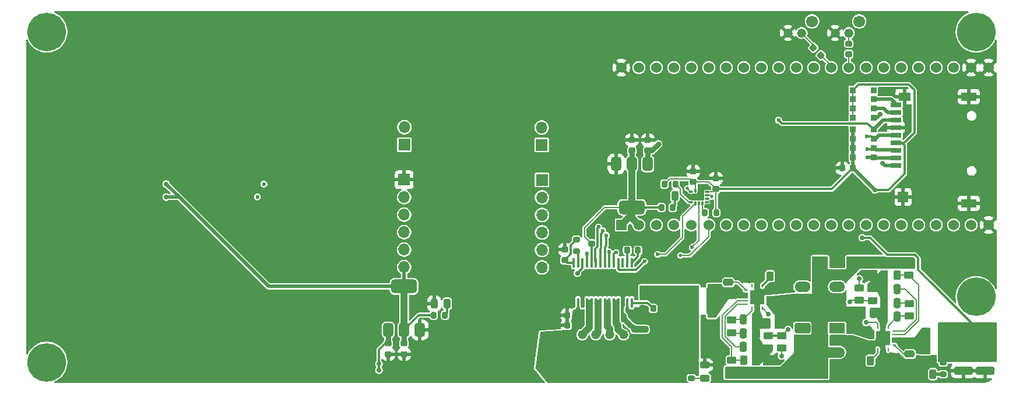
<source format=gbl>
%TF.GenerationSoftware,KiCad,Pcbnew,9.0.5*%
%TF.CreationDate,2026-01-21T19:05:33-06:00*%
%TF.ProjectId,Elysium_2026_ACB,456c7973-6975-46d5-9f32-3032365f4143,rev?*%
%TF.SameCoordinates,Original*%
%TF.FileFunction,Copper,L4,Bot*%
%TF.FilePolarity,Positive*%
%FSLAX46Y46*%
G04 Gerber Fmt 4.6, Leading zero omitted, Abs format (unit mm)*
G04 Created by KiCad (PCBNEW 9.0.5) date 2026-01-21 19:05:33*
%MOMM*%
%LPD*%
G01*
G04 APERTURE LIST*
G04 Aperture macros list*
%AMRoundRect*
0 Rectangle with rounded corners*
0 $1 Rounding radius*
0 $2 $3 $4 $5 $6 $7 $8 $9 X,Y pos of 4 corners*
0 Add a 4 corners polygon primitive as box body*
4,1,4,$2,$3,$4,$5,$6,$7,$8,$9,$2,$3,0*
0 Add four circle primitives for the rounded corners*
1,1,$1+$1,$2,$3*
1,1,$1+$1,$4,$5*
1,1,$1+$1,$6,$7*
1,1,$1+$1,$8,$9*
0 Add four rect primitives between the rounded corners*
20,1,$1+$1,$2,$3,$4,$5,0*
20,1,$1+$1,$4,$5,$6,$7,0*
20,1,$1+$1,$6,$7,$8,$9,0*
20,1,$1+$1,$8,$9,$2,$3,0*%
G04 Aperture macros list end*
%TA.AperFunction,ComponentPad*%
%ADD10C,3.600000*%
%TD*%
%TA.AperFunction,ConnectorPad*%
%ADD11C,5.600000*%
%TD*%
%TA.AperFunction,ComponentPad*%
%ADD12O,1.700000X1.700000*%
%TD*%
%TA.AperFunction,ComponentPad*%
%ADD13R,1.700000X1.700000*%
%TD*%
%TA.AperFunction,ComponentPad*%
%ADD14RoundRect,0.250000X-1.060660X0.000000X0.000000X-1.060660X1.060660X0.000000X0.000000X1.060660X0*%
%TD*%
%TA.AperFunction,ComponentPad*%
%ADD15C,2.000000*%
%TD*%
%TA.AperFunction,ComponentPad*%
%ADD16R,2.300000X1.500000*%
%TD*%
%TA.AperFunction,ComponentPad*%
%ADD17RoundRect,0.250001X-0.899999X0.499999X-0.899999X-0.499999X0.899999X-0.499999X0.899999X0.499999X0*%
%TD*%
%TA.AperFunction,ComponentPad*%
%ADD18O,2.300000X1.500000*%
%TD*%
%TA.AperFunction,ComponentPad*%
%ADD19R,1.530000X1.530000*%
%TD*%
%TA.AperFunction,ComponentPad*%
%ADD20C,1.530000*%
%TD*%
%TA.AperFunction,ComponentPad*%
%ADD21C,1.320800*%
%TD*%
%TA.AperFunction,ComponentPad*%
%ADD22C,1.701800*%
%TD*%
%TA.AperFunction,SMDPad,CuDef*%
%ADD23R,0.900000X0.900000*%
%TD*%
%TA.AperFunction,SMDPad,CuDef*%
%ADD24RoundRect,0.250000X0.250000X0.475000X-0.250000X0.475000X-0.250000X-0.475000X0.250000X-0.475000X0*%
%TD*%
%TA.AperFunction,SMDPad,CuDef*%
%ADD25RoundRect,0.250000X-1.100000X0.325000X-1.100000X-0.325000X1.100000X-0.325000X1.100000X0.325000X0*%
%TD*%
%TA.AperFunction,SMDPad,CuDef*%
%ADD26RoundRect,0.225000X0.225000X0.250000X-0.225000X0.250000X-0.225000X-0.250000X0.225000X-0.250000X0*%
%TD*%
%TA.AperFunction,SMDPad,CuDef*%
%ADD27RoundRect,0.250000X0.450000X-0.262500X0.450000X0.262500X-0.450000X0.262500X-0.450000X-0.262500X0*%
%TD*%
%TA.AperFunction,SMDPad,CuDef*%
%ADD28RoundRect,0.250000X-0.450000X0.262500X-0.450000X-0.262500X0.450000X-0.262500X0.450000X0.262500X0*%
%TD*%
%TA.AperFunction,SMDPad,CuDef*%
%ADD29RoundRect,0.243750X-0.243750X-0.456250X0.243750X-0.456250X0.243750X0.456250X-0.243750X0.456250X0*%
%TD*%
%TA.AperFunction,SMDPad,CuDef*%
%ADD30R,1.200000X3.800000*%
%TD*%
%TA.AperFunction,SMDPad,CuDef*%
%ADD31RoundRect,0.225000X0.250000X-0.225000X0.250000X0.225000X-0.250000X0.225000X-0.250000X-0.225000X0*%
%TD*%
%TA.AperFunction,SMDPad,CuDef*%
%ADD32RoundRect,0.200000X0.275000X-0.200000X0.275000X0.200000X-0.275000X0.200000X-0.275000X-0.200000X0*%
%TD*%
%TA.AperFunction,SMDPad,CuDef*%
%ADD33RoundRect,0.200000X0.200000X0.275000X-0.200000X0.275000X-0.200000X-0.275000X0.200000X-0.275000X0*%
%TD*%
%TA.AperFunction,SMDPad,CuDef*%
%ADD34RoundRect,0.250000X-0.250000X-0.475000X0.250000X-0.475000X0.250000X0.475000X-0.250000X0.475000X0*%
%TD*%
%TA.AperFunction,SMDPad,CuDef*%
%ADD35RoundRect,0.250000X0.262500X0.450000X-0.262500X0.450000X-0.262500X-0.450000X0.262500X-0.450000X0*%
%TD*%
%TA.AperFunction,SMDPad,CuDef*%
%ADD36O,0.240000X0.599999*%
%TD*%
%TA.AperFunction,SMDPad,CuDef*%
%ADD37O,0.599999X0.240000*%
%TD*%
%TA.AperFunction,ComponentPad*%
%ADD38C,0.500000*%
%TD*%
%TA.AperFunction,SMDPad,CuDef*%
%ADD39R,2.050001X2.050001*%
%TD*%
%TA.AperFunction,SMDPad,CuDef*%
%ADD40RoundRect,0.250000X1.100000X-0.325000X1.100000X0.325000X-1.100000X0.325000X-1.100000X-0.325000X0*%
%TD*%
%TA.AperFunction,SMDPad,CuDef*%
%ADD41R,0.355600X1.473200*%
%TD*%
%TA.AperFunction,SMDPad,CuDef*%
%ADD42R,4.038600X3.098800*%
%TD*%
%TA.AperFunction,SMDPad,CuDef*%
%ADD43RoundRect,0.225000X-0.250000X0.225000X-0.250000X-0.225000X0.250000X-0.225000X0.250000X0.225000X0*%
%TD*%
%TA.AperFunction,SMDPad,CuDef*%
%ADD44RoundRect,0.250000X-0.650000X0.325000X-0.650000X-0.325000X0.650000X-0.325000X0.650000X0.325000X0*%
%TD*%
%TA.AperFunction,SMDPad,CuDef*%
%ADD45RoundRect,0.243750X-0.456250X0.243750X-0.456250X-0.243750X0.456250X-0.243750X0.456250X0.243750X0*%
%TD*%
%TA.AperFunction,SMDPad,CuDef*%
%ADD46RoundRect,0.250000X0.475000X-0.250000X0.475000X0.250000X-0.475000X0.250000X-0.475000X-0.250000X0*%
%TD*%
%TA.AperFunction,SMDPad,CuDef*%
%ADD47RoundRect,0.250000X-0.262500X-0.450000X0.262500X-0.450000X0.262500X0.450000X-0.262500X0.450000X0*%
%TD*%
%TA.AperFunction,SMDPad,CuDef*%
%ADD48RoundRect,0.250000X0.650000X-0.325000X0.650000X0.325000X-0.650000X0.325000X-0.650000X-0.325000X0*%
%TD*%
%TA.AperFunction,SMDPad,CuDef*%
%ADD49RoundRect,0.375000X-0.375000X0.625000X-0.375000X-0.625000X0.375000X-0.625000X0.375000X0.625000X0*%
%TD*%
%TA.AperFunction,SMDPad,CuDef*%
%ADD50RoundRect,0.500000X-1.400000X0.500000X-1.400000X-0.500000X1.400000X-0.500000X1.400000X0.500000X0*%
%TD*%
%TA.AperFunction,SMDPad,CuDef*%
%ADD51R,1.600000X0.700000*%
%TD*%
%TA.AperFunction,SMDPad,CuDef*%
%ADD52R,1.800000X1.200000*%
%TD*%
%TA.AperFunction,SMDPad,CuDef*%
%ADD53R,1.500000X1.600000*%
%TD*%
%TA.AperFunction,SMDPad,CuDef*%
%ADD54R,2.200000X1.200000*%
%TD*%
%TA.AperFunction,SMDPad,CuDef*%
%ADD55RoundRect,0.225000X0.335876X0.017678X0.017678X0.335876X-0.335876X-0.017678X-0.017678X-0.335876X0*%
%TD*%
%TA.AperFunction,SMDPad,CuDef*%
%ADD56RoundRect,0.375000X0.375000X-0.625000X0.375000X0.625000X-0.375000X0.625000X-0.375000X-0.625000X0*%
%TD*%
%TA.AperFunction,SMDPad,CuDef*%
%ADD57RoundRect,0.500000X1.400000X-0.500000X1.400000X0.500000X-1.400000X0.500000X-1.400000X-0.500000X0*%
%TD*%
%TA.AperFunction,SMDPad,CuDef*%
%ADD58RoundRect,0.087500X-0.225000X-0.087500X0.225000X-0.087500X0.225000X0.087500X-0.225000X0.087500X0*%
%TD*%
%TA.AperFunction,SMDPad,CuDef*%
%ADD59RoundRect,0.087500X-0.087500X-0.225000X0.087500X-0.225000X0.087500X0.225000X-0.087500X0.225000X0*%
%TD*%
%TA.AperFunction,SMDPad,CuDef*%
%ADD60RoundRect,0.250000X-0.475000X0.250000X-0.475000X-0.250000X0.475000X-0.250000X0.475000X0.250000X0*%
%TD*%
%TA.AperFunction,SMDPad,CuDef*%
%ADD61RoundRect,0.200000X-0.200000X-0.275000X0.200000X-0.275000X0.200000X0.275000X-0.200000X0.275000X0*%
%TD*%
%TA.AperFunction,ViaPad*%
%ADD62C,0.600000*%
%TD*%
%TA.AperFunction,ViaPad*%
%ADD63C,0.700000*%
%TD*%
%TA.AperFunction,ViaPad*%
%ADD64C,0.500000*%
%TD*%
%TA.AperFunction,Conductor*%
%ADD65C,0.200000*%
%TD*%
%TA.AperFunction,Conductor*%
%ADD66C,0.300000*%
%TD*%
%TA.AperFunction,Conductor*%
%ADD67C,0.500000*%
%TD*%
%TA.AperFunction,Conductor*%
%ADD68C,1.000000*%
%TD*%
%TA.AperFunction,Conductor*%
%ADD69C,0.750000*%
%TD*%
%TA.AperFunction,Conductor*%
%ADD70C,1.500000*%
%TD*%
G04 APERTURE END LIST*
D10*
%TO.P,REF\u002A\u002A,1*%
%TO.N,N/C*%
X64000000Y-53500000D03*
D11*
X64000000Y-53500000D03*
%TD*%
D10*
%TO.P,REF\u002A\u002A,1*%
%TO.N,N/C*%
X64000000Y-101500000D03*
D11*
X64000000Y-101500000D03*
%TD*%
D12*
%TO.P,U13,1,TX*%
%TO.N,unconnected-(U13-TX-Pad1)*%
X115950000Y-67360000D03*
D13*
%TO.P,U13,2,RMP*%
%TO.N,unconnected-(U13-RMP-Pad2)*%
X115950000Y-69900000D03*
%TO.P,U13,3,GND*%
%TO.N,GND*%
X115920000Y-74990000D03*
D12*
%TO.P,U13,4,0*%
%TO.N,unconnected-(U13-0-Pad4)*%
X115920000Y-77530000D03*
%TO.P,U13,5,1*%
%TO.N,unconnected-(U13-1-Pad5)*%
X115920000Y-80070000D03*
%TO.P,U13,6,IRQ*%
%TO.N,unconnected-(U13-IRQ-Pad6)*%
X115920000Y-82610000D03*
%TO.P,U13,7,CLK*%
%TO.N,SCK2*%
X115920000Y-85150000D03*
%TO.P,U13,8,VCC*%
%TO.N,+3.3V*%
X115920000Y-87690000D03*
%TO.P,U13,9,RXN*%
%TO.N,unconnected-(U13-RXN-Pad9)*%
X135900000Y-67400000D03*
D13*
%TO.P,U13,10,RXP*%
%TO.N,unconnected-(U13-RXP-Pad10)*%
X135900000Y-69940000D03*
%TO.P,U13,11,SDN*%
%TO.N,unconnected-(U13-SDN-Pad11)*%
X135940000Y-75020000D03*
D12*
%TO.P,U13,12,GP3*%
%TO.N,unconnected-(U13-GP3-Pad12)*%
X135940000Y-77560000D03*
%TO.P,U13,13,GP2*%
%TO.N,unconnected-(U13-GP2-Pad13)*%
X135940000Y-80100000D03*
%TO.P,U13,14,CS*%
%TO.N,CS2*%
X135940000Y-82640000D03*
%TO.P,U13,15,SI*%
%TO.N,DI2*%
X135940000Y-85180000D03*
%TO.P,U13,16,SO*%
%TO.N,DO2*%
X135940000Y-87720000D03*
%TD*%
D14*
%TO.P,C33,1*%
%TO.N,+12V*%
X157307233Y-96553546D03*
D15*
%TO.P,C33,2*%
%TO.N,GND*%
X160842767Y-100089080D03*
%TD*%
D10*
%TO.P,REF\u002A\u002A,1*%
%TO.N,N/C*%
X199000000Y-92000000D03*
D11*
X199000000Y-92000000D03*
%TD*%
D16*
%TO.P,J2,1,Pin_1*%
%TO.N,Net-(BT1--)*%
X178757500Y-96560000D03*
D17*
X173757500Y-96560000D03*
D18*
%TO.P,J2,2,Pin_2*%
%TO.N,+BATT*%
X178757500Y-100060000D03*
X173757500Y-100060000D03*
%TD*%
D16*
%TO.P,BT1,1,+*%
%TO.N,GND*%
X178800000Y-87050000D03*
D17*
X173800000Y-87050000D03*
D18*
%TO.P,BT1,2,-*%
%TO.N,Net-(BT1--)*%
X178800000Y-90550000D03*
X173800000Y-90550000D03*
%TD*%
D19*
%TO.P,U15,J1_1,3V3*%
%TO.N,+3.3V*%
X147460000Y-81560000D03*
D20*
%TO.P,U15,J1_2,3V3.*%
X150000000Y-81560001D03*
%TO.P,U15,J1_3,RST*%
%TO.N,unconnected-(U15-RST-PadJ1_3)*%
X152540000Y-81560000D03*
%TO.P,U15,J1_4,GPIO4*%
%TO.N,SDA*%
X155080000Y-81560000D03*
%TO.P,U15,J1_5,GPIO5*%
%TO.N,SCL*%
X157620000Y-81560000D03*
%TO.P,U15,J1_6,GPIO6*%
%TO.N,PS_INT*%
X160159999Y-81560000D03*
%TO.P,U15,J1_7,GPIO7*%
%TO.N,IMU_INT_1*%
X162700001Y-81560000D03*
%TO.P,U15,J1_8,GPIO15*%
%TO.N,IMU_INT_2*%
X165240000Y-81560000D03*
%TO.P,U15,J1_9,GPIO16*%
%TO.N,unconnected-(U15-GPIO16-PadJ1_9)*%
X167780000Y-81560000D03*
%TO.P,U15,J1_10,GPIO17*%
%TO.N,unconnected-(U15-GPIO17-PadJ1_10)*%
X170320000Y-81560000D03*
%TO.P,U15,J1_11,GPIO18*%
%TO.N,unconnected-(U15-GPIO18-PadJ1_11)*%
X172860001Y-81560000D03*
%TO.P,U15,J1_12,GPIO8*%
%TO.N,ENABLE_STP*%
X175400000Y-81560000D03*
%TO.P,U15,J1_13,GPIO3*%
%TO.N,unconnected-(U15-GPIO3-PadJ1_13)*%
X177940000Y-81560000D03*
%TO.P,U15,J1_14,GPIO46*%
%TO.N,unconnected-(U15-GPIO46-PadJ1_14)*%
X180480000Y-81560000D03*
%TO.P,U15,J1_15,GPIO9*%
%TO.N,unconnected-(U15-GPIO9-PadJ1_15)*%
X183019999Y-81560000D03*
%TO.P,U15,J1_16,GPIO10*%
%TO.N,CS2*%
X185560001Y-81560000D03*
%TO.P,U15,J1_17,GPIO11*%
%TO.N,DO2*%
X188100000Y-81560000D03*
%TO.P,U15,J1_18,GPIO12*%
%TO.N,SCK2*%
X190640000Y-81560000D03*
%TO.P,U15,J1_19,GPIO13*%
%TO.N,DI2*%
X193180000Y-81560000D03*
%TO.P,U15,J1_20,GPIO14*%
%TO.N,unconnected-(U15-GPIO14-PadJ1_20)*%
X195720001Y-81560000D03*
%TO.P,U15,J1_21,5V0*%
%TO.N,unconnected-(U15-5V0-PadJ1_21)*%
X198260000Y-81560000D03*
%TO.P,U15,J1_22,GND3*%
%TO.N,GND*%
X200800000Y-81560000D03*
%TO.P,U15,J3_1,GND*%
X147460000Y-58700000D03*
%TO.P,U15,J3_2,U0TXD/GPIO43*%
%TO.N,TX*%
X150000000Y-58699999D03*
%TO.P,U15,J3_3,U0RXD/GPIO44*%
%TO.N,RX*%
X152540000Y-58700000D03*
%TO.P,U15,J3_4,GPIO1*%
%TO.N,Buzzer_Logic*%
X155080000Y-58700000D03*
%TO.P,U15,J3_5,GPIO2*%
%TO.N,unconnected-(U15-GPIO2-PadJ3_5)*%
X157620000Y-58700000D03*
%TO.P,U15,J3_6,MTMS/GPIO42*%
%TO.N,CS3*%
X160159999Y-58700000D03*
%TO.P,U15,J3_7,MTDI/GPIO41*%
%TO.N,DO3*%
X162700001Y-58700000D03*
%TO.P,U15,J3_8,MTDO/GPIO40*%
%TO.N,DI3*%
X165240000Y-58700000D03*
%TO.P,U15,J3_9,MTCK/GPIO39*%
%TO.N,SCK3*%
X167780000Y-58700000D03*
%TO.P,U15,J3_10,GPIO38*%
%TO.N,CS3_S*%
X170320000Y-58700000D03*
%TO.P,U15,J3_11,GPIO37*%
%TO.N,STEP*%
X172860001Y-58700000D03*
%TO.P,U15,J3_12,GPIO36*%
%TO.N,DIR*%
X175400000Y-58700000D03*
%TO.P,U15,J3_13,GPIO35*%
%TO.N,SWITCH_1*%
X177940000Y-58700000D03*
%TO.P,U15,J3_14,GPIO0*%
%TO.N,SWITCH_2*%
X180480000Y-58700000D03*
%TO.P,U15,J3_15,GPIO45*%
%TO.N,unconnected-(U15-GPIO45-PadJ3_15)*%
X183019999Y-58700000D03*
%TO.P,U15,J3_16,GPIO48*%
%TO.N,unconnected-(U15-GPIO48-PadJ3_16)*%
X185560001Y-58700000D03*
%TO.P,U15,J3_17,GPIO47*%
%TO.N,unconnected-(U15-GPIO47-PadJ3_17)*%
X188100000Y-58700000D03*
%TO.P,U15,J3_18,GPIO21*%
%TO.N,unconnected-(U15-GPIO21-PadJ3_18)*%
X190640000Y-58700000D03*
%TO.P,U15,J3_19,USB_D+/GPIO20*%
%TO.N,unconnected-(U15-USB_D+{slash}GPIO20-PadJ3_19)*%
X193180000Y-58700000D03*
%TO.P,U15,J3_20,USB_D-/GPIO19*%
%TO.N,unconnected-(U15-USB_D-{slash}GPIO19-PadJ3_20)*%
X195720001Y-58700000D03*
%TO.P,U15,J3_21,GND1*%
%TO.N,GND*%
X198260000Y-58700000D03*
%TO.P,U15,J3_22,GND2*%
X200800000Y-58700000D03*
%TD*%
D21*
%TO.P,J3,1,1*%
%TO.N,Net-(J3-Pad1)*%
X180512750Y-53671150D03*
%TO.P,J3,2,2*%
%TO.N,GND*%
X178512749Y-53671150D03*
D22*
%TO.P,J3,3*%
%TO.N,N/C*%
X182012750Y-51971150D03*
%TD*%
D21*
%TO.P,J1,1,Pin_1*%
%TO.N,A1*%
X147768099Y-97504299D03*
%TO.P,J1,2,Pin_2*%
%TO.N,A2*%
X145768100Y-97504299D03*
%TO.P,J1,3,Pin_3*%
%TO.N,B2*%
X143768099Y-97504299D03*
%TO.P,J1,4,Pin_4*%
%TO.N,B1*%
X141768101Y-97504299D03*
%TD*%
D10*
%TO.P,REF\u002A\u002A,1*%
%TO.N,N/C*%
X199000000Y-53500000D03*
D11*
X199000000Y-53500000D03*
%TD*%
D21*
%TO.P,J4,1,1*%
%TO.N,Net-(J4-Pad1)*%
X173662750Y-53671150D03*
%TO.P,J4,2,2*%
%TO.N,GND*%
X171662749Y-53671150D03*
D22*
%TO.P,J4,3*%
%TO.N,N/C*%
X175162750Y-51971150D03*
%TD*%
D23*
%TO.P,RN1,1*%
%TO.N,+3.3V*%
X181100000Y-71700000D03*
%TO.P,RN1,2*%
X181100000Y-70360000D03*
%TO.P,RN1,3*%
X181100000Y-69040000D03*
%TO.P,RN1,4*%
X181100000Y-67700000D03*
%TO.P,RN1,5*%
%TO.N,DO3*%
X184100000Y-67700000D03*
%TO.P,RN1,6*%
%TO.N,SCK3*%
X184100000Y-69040000D03*
%TO.P,RN1,7*%
%TO.N,DI3*%
X184100000Y-70360000D03*
%TO.P,RN1,8*%
%TO.N,CS3*%
X184100000Y-71700000D03*
%TD*%
D24*
%TO.P,C10,1*%
%TO.N,GND*%
X184080793Y-94304958D03*
%TO.P,C10,2*%
%TO.N,+BATT*%
X182180795Y-94304958D03*
%TD*%
D25*
%TO.P,C21,1*%
%TO.N,GND*%
X154998396Y-88932192D03*
%TO.P,C21,2*%
%TO.N,+12V*%
X154998396Y-91882194D03*
%TD*%
D26*
%TO.P,C1,1*%
%TO.N,+12V*%
X141175000Y-96141998D03*
%TO.P,C1,2*%
%TO.N,GND*%
X139625000Y-96141998D03*
%TD*%
D27*
%TO.P,R5,1*%
%TO.N,Net-(U1-VSENSE)*%
X183930790Y-92529960D03*
%TO.P,R5,2*%
%TO.N,GND*%
X183930790Y-90704960D03*
%TD*%
D28*
%TO.P,R10,1*%
%TO.N,Net-(U2-VSENSE)*%
X168823396Y-97632194D03*
%TO.P,R10,2*%
%TO.N,GND*%
X168823396Y-99457194D03*
%TD*%
%TO.P,R24,1*%
%TO.N,+BATT*%
X189230791Y-87029958D03*
%TO.P,R24,2*%
%TO.N,Net-(U1-EN)*%
X189230791Y-88854958D03*
%TD*%
D23*
%TO.P,RN2,1*%
%TO.N,+3.3V*%
X181100000Y-65960000D03*
%TO.P,RN2,2*%
X181100000Y-64620000D03*
%TO.P,RN2,3*%
X181100000Y-63300000D03*
%TO.P,RN2,4*%
X181100000Y-61960000D03*
%TO.P,RN2,5*%
%TO.N,unconnected-(RN2-Pad5)*%
X184100000Y-61960000D03*
%TO.P,RN2,6*%
%TO.N,Net-(J8-PadCD)*%
X184100000Y-63300000D03*
%TO.P,RN2,7*%
%TO.N,Net-(J8-DAT1)*%
X184100000Y-64620000D03*
%TO.P,RN2,8*%
%TO.N,Net-(J8-DAT2)*%
X184100000Y-65960000D03*
%TD*%
D29*
%TO.P,D1,1,K*%
%TO.N,GND*%
X120275000Y-92975000D03*
%TO.P,D1,2,A*%
%TO.N,Net-(D1-A)*%
X122150002Y-92975000D03*
%TD*%
D26*
%TO.P,C87,1*%
%TO.N,+3.3V*%
X181100000Y-73300000D03*
%TO.P,C87,2*%
%TO.N,GND*%
X179550000Y-73300000D03*
%TD*%
D30*
%TO.P,L3,1,1*%
%TO.N,Net-(C2-Pad1)*%
X191718292Y-98404959D03*
%TO.P,L3,2,2*%
%TO.N,+12V*%
X194168292Y-98404959D03*
%TD*%
D31*
%TO.P,C38,1*%
%TO.N,Net-(U10-DVDD)*%
X139274999Y-86667000D03*
%TO.P,C38,2*%
%TO.N,GND*%
X139274999Y-85117000D03*
%TD*%
D32*
%TO.P,R12,1*%
%TO.N,Net-(D3-A)*%
X157639340Y-103798226D03*
%TO.P,R12,2*%
%TO.N,+12V*%
X157639340Y-102148226D03*
%TD*%
D33*
%TO.P,R14,1*%
%TO.N,Net-(D1-A)*%
X121850000Y-94650000D03*
%TO.P,R14,2*%
%TO.N,+3.3V*%
X120200000Y-94650000D03*
%TD*%
D34*
%TO.P,C8,1*%
%TO.N,GND*%
X185631665Y-90867419D03*
%TO.P,C8,2*%
%TO.N,Net-(U1-SS_TR)*%
X187531663Y-90867419D03*
%TD*%
D35*
%TO.P,R8,1*%
%TO.N,Net-(U2-RT_CLK)*%
X169048396Y-88982194D03*
%TO.P,R8,2*%
%TO.N,GND*%
X167223396Y-88982194D03*
%TD*%
D33*
%TO.P,R15,1*%
%TO.N,Net-(D2-A)*%
X154925000Y-79000000D03*
%TO.P,R15,2*%
%TO.N,+3.3V*%
X153275000Y-79000000D03*
%TD*%
D36*
%TO.P,U2,1,RT_CLK*%
%TO.N,Net-(U2-RT_CLK)*%
X167948396Y-90382112D03*
D37*
%TO.P,U2,2,GND*%
%TO.N,GND*%
X168848313Y-91032192D03*
%TO.P,U2,3,GND*%
X168848313Y-91532191D03*
%TO.P,U2,4,PVIN*%
%TO.N,+BATT*%
X168848313Y-92032192D03*
%TO.P,U2,5,PVIN*%
X168848313Y-92532191D03*
%TO.P,U2,6,VIN*%
X168848313Y-93032193D03*
D36*
%TO.P,U2,7,VSENSE*%
%TO.N,Net-(U2-VSENSE)*%
X167948396Y-93682110D03*
%TO.P,U2,8,COMP*%
%TO.N,Net-(U2-COMP)*%
X166448394Y-93682110D03*
D37*
%TO.P,U2,9,SS_TR*%
%TO.N,Net-(U2-SS_TR)*%
X165548315Y-93032193D03*
%TO.P,U2,10,EN*%
%TO.N,Net-(U2-EN)*%
X165548315Y-92532191D03*
%TO.P,U2,11,PH*%
%TO.N,Net-(C17-Pad1)*%
X165548315Y-92032192D03*
%TO.P,U2,12,PH*%
X165548315Y-91532191D03*
%TO.P,U2,13,BOOT*%
%TO.N,Net-(U2-BOOT)*%
X165548315Y-91032192D03*
D36*
%TO.P,U2,14,PWRGD*%
%TO.N,unconnected-(U2-PWRGD-Pad14)*%
X166448394Y-90382112D03*
D38*
%TO.P,U2,15,PAD*%
%TO.N,GND*%
X167973314Y-92032111D03*
D39*
X167198395Y-92032192D03*
D38*
X167198314Y-92807111D03*
X167198314Y-91257111D03*
X166423314Y-92032111D03*
%TD*%
D34*
%TO.P,C6,1*%
%TO.N,GND*%
X185618332Y-94867417D03*
%TO.P,C6,2*%
%TO.N,Net-(U1-COMP)*%
X187518330Y-94867417D03*
%TD*%
D40*
%TO.P,C9,1*%
%TO.N,GND*%
X197130631Y-102760037D03*
%TO.P,C9,2*%
%TO.N,+12V*%
X197130631Y-99810035D03*
%TD*%
D31*
%TO.P,C14,1*%
%TO.N,+3.3V*%
X149000000Y-70750000D03*
%TO.P,C14,2*%
%TO.N,GND*%
X149000000Y-69200000D03*
%TD*%
D41*
%TO.P,U10,1,VCP*%
%TO.N,Net-(U10-VCP)*%
X148975000Y-92867000D03*
%TO.P,U10,2,VM*%
%TO.N,+12V*%
X148324999Y-92867000D03*
%TO.P,U10,3,PGND*%
%TO.N,GND*%
X147675000Y-92867000D03*
%TO.P,U10,4,AOUT1*%
%TO.N,A1*%
X147024999Y-92867000D03*
%TO.P,U10,5,AOUT1*%
X146375001Y-92867000D03*
%TO.P,U10,6,AOUT2*%
%TO.N,A2*%
X145724998Y-92867000D03*
%TO.P,U10,7,AOUT2*%
X145075001Y-92866999D03*
%TO.P,U10,8,BOUT2*%
%TO.N,B2*%
X144425002Y-92867000D03*
%TO.P,U10,9,BOUT2*%
X143775002Y-92867000D03*
%TO.P,U10,10,BOUT1*%
%TO.N,B1*%
X143125002Y-92867000D03*
%TO.P,U10,11,BOUT1*%
X142475001Y-92867000D03*
%TO.P,U10,12,PGND*%
%TO.N,GND*%
X141825002Y-92867000D03*
%TO.P,U10,13,VM*%
%TO.N,+12V*%
X141175001Y-92867000D03*
%TO.P,U10,14,GND*%
%TO.N,GND*%
X140525002Y-92867000D03*
%TO.P,U10,15,DVDD*%
%TO.N,Net-(U10-DVDD)*%
X140525000Y-87025000D03*
%TO.P,U10,16,NFAULT*%
%TO.N,Net-(U10-NFAULT)*%
X141175001Y-87025000D03*
%TO.P,U10,17,VREF*%
%TO.N,Net-(U10-VREF)*%
X141825000Y-87025000D03*
%TO.P,U10,18,NSCS*%
%TO.N,CS3_S*%
X142475001Y-87025000D03*
%TO.P,U10,19,VSDO*%
%TO.N,+3.3V*%
X143124999Y-87025000D03*
%TO.P,U10,20,SDO*%
%TO.N,DO3*%
X143775002Y-87025000D03*
%TO.P,U10,21,SDI*%
%TO.N,DI3*%
X144424999Y-87025001D03*
%TO.P,U10,22,SCLK*%
%TO.N,SCK3*%
X145075001Y-87025001D03*
%TO.P,U10,23,STEP*%
%TO.N,STEP*%
X145724998Y-87025000D03*
%TO.P,U10,24,DIR*%
%TO.N,DIR*%
X146375001Y-87025000D03*
%TO.P,U10,25,ENABLE*%
%TO.N,ENABLE_STP*%
X147024999Y-87025000D03*
%TO.P,U10,26,NSLEEP*%
%TO.N,unconnected-(U10-NSLEEP-Pad26)*%
X147675000Y-87025000D03*
%TO.P,U10,27,CPL*%
%TO.N,Net-(U10-CPL)*%
X148324999Y-87025000D03*
%TO.P,U10,28,CPH*%
%TO.N,Net-(U10-CPH)*%
X148975000Y-87025000D03*
D42*
%TO.P,U10,EPAD,EPAD*%
%TO.N,GND*%
X144750000Y-89946000D03*
%TD*%
D26*
%TO.P,C37,1*%
%TO.N,Net-(U10-CPH)*%
X149875000Y-85242000D03*
%TO.P,C37,2*%
%TO.N,Net-(U10-CPL)*%
X148325000Y-85242000D03*
%TD*%
D43*
%TO.P,C40,1*%
%TO.N,GND*%
X157900000Y-73750000D03*
%TO.P,C40,2*%
%TO.N,+3.3V*%
X157900000Y-75300000D03*
%TD*%
D32*
%TO.P,R16,1*%
%TO.N,Net-(U10-NFAULT)*%
X140949999Y-85341997D03*
%TO.P,R16,2*%
%TO.N,Net-(U10-DVDD)*%
X140949999Y-83691997D03*
%TD*%
D43*
%TO.P,C34,1*%
%TO.N,+12V*%
X150900000Y-95175000D03*
%TO.P,C34,2*%
%TO.N,GND*%
X150900000Y-96725000D03*
%TD*%
D31*
%TO.P,C39,1*%
%TO.N,+3.3V*%
X143150004Y-84279500D03*
%TO.P,C39,2*%
%TO.N,GND*%
X143150004Y-82729500D03*
%TD*%
D40*
%TO.P,C7,1*%
%TO.N,GND*%
X200330793Y-102754955D03*
%TO.P,C7,2*%
%TO.N,+12V*%
X200330793Y-99804953D03*
%TD*%
D44*
%TO.P,C12,1*%
%TO.N,GND*%
X171023398Y-90557190D03*
%TO.P,C12,2*%
%TO.N,+BATT*%
X171023398Y-93507192D03*
%TD*%
D24*
%TO.P,C18,1*%
%TO.N,GND*%
X167098396Y-97282193D03*
%TO.P,C18,2*%
%TO.N,Net-(C18-Pad2)*%
X165198398Y-97282193D03*
%TD*%
D36*
%TO.P,U1,1,RT_CLK*%
%TO.N,Net-(U1-RT_CLK)*%
X184705707Y-99654958D03*
D37*
%TO.P,U1,2,GND*%
%TO.N,GND*%
X183805790Y-99004878D03*
%TO.P,U1,3,GND*%
X183805790Y-98504879D03*
%TO.P,U1,4,PVIN*%
%TO.N,+BATT*%
X183805790Y-98004878D03*
%TO.P,U1,5,PVIN*%
X183805790Y-97504879D03*
%TO.P,U1,6,VIN*%
X183805790Y-97004877D03*
D36*
%TO.P,U1,7,VSENSE*%
%TO.N,Net-(U1-VSENSE)*%
X184705707Y-96354960D03*
%TO.P,U1,8,COMP*%
%TO.N,Net-(U1-COMP)*%
X186205709Y-96354960D03*
D37*
%TO.P,U1,9,SS_TR*%
%TO.N,Net-(U1-SS_TR)*%
X187105788Y-97004877D03*
%TO.P,U1,10,EN*%
%TO.N,Net-(U1-EN)*%
X187105788Y-97504879D03*
%TO.P,U1,11,PH*%
%TO.N,Net-(C2-Pad1)*%
X187105788Y-98004878D03*
%TO.P,U1,12,PH*%
X187105788Y-98504879D03*
%TO.P,U1,13,BOOT*%
%TO.N,Net-(U1-BOOT)*%
X187105788Y-99004878D03*
D36*
%TO.P,U1,14,PWRGD*%
%TO.N,unconnected-(U1-PWRGD-Pad14)*%
X186205709Y-99654958D03*
D38*
%TO.P,U1,15,PAD*%
%TO.N,GND*%
X184680789Y-98004959D03*
D39*
X185455708Y-98004878D03*
D38*
X185455789Y-97229959D03*
X185455789Y-98779959D03*
X186230789Y-98004959D03*
%TD*%
D34*
%TO.P,C3,1*%
%TO.N,GND*%
X185625000Y-92867420D03*
%TO.P,C3,2*%
%TO.N,Net-(C3-Pad2)*%
X187524998Y-92867420D03*
%TD*%
D32*
%TO.P,R13,1*%
%TO.N,Net-(D4-A)*%
X194200000Y-103225000D03*
%TO.P,R13,2*%
%TO.N,+12V*%
X194200000Y-101575000D03*
%TD*%
D45*
%TO.P,D3,1,K*%
%TO.N,GND*%
X159588853Y-101911228D03*
%TO.P,D3,2,A*%
%TO.N,Net-(D3-A)*%
X159588853Y-103786230D03*
%TD*%
D31*
%TO.P,C13,1*%
%TO.N,+12V*%
X151300000Y-70750000D03*
%TO.P,C13,2*%
%TO.N,GND*%
X151300000Y-69200000D03*
%TD*%
D46*
%TO.P,C17,1*%
%TO.N,Net-(C17-Pad1)*%
X162998397Y-91782191D03*
%TO.P,C17,2*%
%TO.N,Net-(U2-BOOT)*%
X162998397Y-89882193D03*
%TD*%
D31*
%TO.P,C41,1*%
%TO.N,+3.3V*%
X161200000Y-76350000D03*
%TO.P,C41,2*%
%TO.N,GND*%
X161200000Y-74800000D03*
%TD*%
D26*
%TO.P,C36,1*%
%TO.N,Net-(U10-VCP)*%
X152100000Y-93700000D03*
%TO.P,C36,2*%
%TO.N,+12V*%
X150550000Y-93700000D03*
%TD*%
D47*
%TO.P,R23,1*%
%TO.N,Net-(U1-RT_CLK)*%
X183630791Y-101254958D03*
%TO.P,R23,2*%
%TO.N,GND*%
X185455791Y-101254958D03*
%TD*%
D48*
%TO.P,C11,1*%
%TO.N,GND*%
X181648395Y-99432196D03*
%TO.P,C11,2*%
%TO.N,+BATT*%
X181648395Y-96482194D03*
%TD*%
D49*
%TO.P,U7,1,GND*%
%TO.N,GND*%
X146700000Y-72700001D03*
%TO.P,U7,2,VO*%
%TO.N,+3.3V*%
X149000000Y-72700002D03*
D50*
X149000000Y-79000000D03*
D49*
%TO.P,U7,3,VI*%
%TO.N,+12V*%
X151300000Y-72700001D03*
%TD*%
D35*
%TO.P,R25,1*%
%TO.N,Net-(U1-EN)*%
X187480831Y-88867418D03*
%TO.P,R25,2*%
%TO.N,GND*%
X185655831Y-88867418D03*
%TD*%
D43*
%TO.P,C5,1*%
%TO.N,+3.3V*%
X115909987Y-98785000D03*
%TO.P,C5,2*%
%TO.N,GND*%
X115909987Y-100335000D03*
%TD*%
D51*
%TO.P,J8,1,DAT2*%
%TO.N,Net-(J8-DAT2)*%
X187337500Y-72900000D03*
%TO.P,J8,2,CD/DAT3*%
%TO.N,CS3*%
X187337500Y-71800000D03*
%TO.P,J8,3,CMD*%
%TO.N,DI3*%
X187337500Y-70700000D03*
%TO.P,J8,4,VDD*%
%TO.N,+3.3V*%
X187337500Y-69599999D03*
%TO.P,J8,5,CLK*%
%TO.N,SCK3*%
X187337500Y-68500000D03*
%TO.P,J8,6,VSS*%
%TO.N,GND*%
X187337499Y-67400000D03*
%TO.P,J8,7,DAT0*%
%TO.N,DO3*%
X187337500Y-66300000D03*
%TO.P,J8,8,DAT1*%
%TO.N,Net-(J8-DAT1)*%
X187337499Y-65200000D03*
%TO.P,J8,CD,CD*%
%TO.N,Net-(J8-PadCD)*%
X187337500Y-64100000D03*
D52*
%TO.P,J8,G1,COVER_GND*%
%TO.N,GND*%
X188637500Y-62900000D03*
D53*
%TO.P,J8,G2,COVER_GND__1*%
X188387500Y-77500000D03*
D54*
%TO.P,J8,G3,COVER_GND__2*%
X197937500Y-62900000D03*
%TO.P,J8,G4,COVER_GND__3*%
X197937500Y-78400000D03*
%TD*%
D55*
%TO.P,R27,1*%
%TO.N,SWITCH_1*%
X176450000Y-56900000D03*
%TO.P,R27,2*%
%TO.N,Net-(J4-Pad1)*%
X175353984Y-55803984D03*
%TD*%
D28*
%TO.P,R11,1*%
%TO.N,Net-(U2-VSENSE)*%
X170723399Y-97632192D03*
%TO.P,R11,2*%
%TO.N,+12V*%
X170723399Y-99457192D03*
%TD*%
D43*
%TO.P,C4,1*%
%TO.N,+12V*%
X113609987Y-98785000D03*
%TO.P,C4,2*%
%TO.N,GND*%
X113609987Y-100335000D03*
%TD*%
D27*
%TO.P,R22,1*%
%TO.N,Net-(U1-VSENSE)*%
X182030791Y-92504959D03*
%TO.P,R22,2*%
%TO.N,+12V*%
X182030791Y-90679959D03*
%TD*%
D31*
%TO.P,R28,1*%
%TO.N,SWITCH_2*%
X180500000Y-56750000D03*
%TO.P,R28,2*%
%TO.N,Net-(J3-Pad1)*%
X180500000Y-55200000D03*
%TD*%
D27*
%TO.P,R6,1*%
%TO.N,+BATT*%
X163498398Y-103032194D03*
%TO.P,R6,2*%
%TO.N,Net-(U2-EN)*%
X163498398Y-101207194D03*
%TD*%
D25*
%TO.P,C20,1*%
%TO.N,GND*%
X151748396Y-88932192D03*
%TO.P,C20,2*%
%TO.N,+12V*%
X151748396Y-91882194D03*
%TD*%
D26*
%TO.P,C35,1*%
%TO.N,+12V*%
X141174998Y-94667000D03*
%TO.P,C35,2*%
%TO.N,GND*%
X139624998Y-94667000D03*
%TD*%
D56*
%TO.P,U6,1,GND*%
%TO.N,GND*%
X118209987Y-96785000D03*
%TO.P,U6,2,VO*%
%TO.N,+3.3V*%
X115909987Y-96784999D03*
D57*
X115909987Y-90485001D03*
D56*
%TO.P,U6,3,VI*%
%TO.N,+12V*%
X113609987Y-96785000D03*
%TD*%
D33*
%TO.P,R30,1*%
%TO.N,Net-(U12-SDO{slash}SA0)*%
X155350000Y-75650000D03*
%TO.P,R30,2*%
%TO.N,+3.3V*%
X153700000Y-75650000D03*
%TD*%
D47*
%TO.P,R7,1*%
%TO.N,Net-(U2-EN)*%
X165223396Y-101207192D03*
%TO.P,R7,2*%
%TO.N,GND*%
X167048396Y-101207192D03*
%TD*%
D43*
%TO.P,C32,1*%
%TO.N,+12V*%
X149400001Y-95174999D03*
%TO.P,C32,2*%
%TO.N,GND*%
X149400001Y-96724999D03*
%TD*%
D29*
%TO.P,D4,1,K*%
%TO.N,GND*%
X190825000Y-103225000D03*
%TO.P,D4,2,A*%
%TO.N,Net-(D4-A)*%
X192700002Y-103225000D03*
%TD*%
D34*
%TO.P,C15,1*%
%TO.N,GND*%
X168623397Y-95857191D03*
%TO.P,C15,2*%
%TO.N,+BATT*%
X170523395Y-95857191D03*
%TD*%
D29*
%TO.P,D2,1,K*%
%TO.N,GND*%
X153374998Y-77325000D03*
%TO.P,D2,2,A*%
%TO.N,Net-(D2-A)*%
X155250000Y-77325000D03*
%TD*%
D58*
%TO.P,U12,1,SDO/SA0*%
%TO.N,Net-(U12-SDO{slash}SA0)*%
X157564999Y-78250000D03*
%TO.P,U12,2,SDX*%
%TO.N,GND*%
X157565000Y-77750000D03*
%TO.P,U12,3,SCX*%
X157565000Y-77250000D03*
%TO.P,U12,4,INT1*%
%TO.N,IMU_INT_1*%
X157564999Y-76750000D03*
D59*
%TO.P,U12,5,VDDIO*%
%TO.N,+3.3V*%
X158227501Y-76587500D03*
%TO.P,U12,6,GND*%
%TO.N,GND*%
X158727500Y-76587500D03*
%TO.P,U12,7,GND*%
X159227499Y-76587500D03*
D58*
%TO.P,U12,8,VDD*%
%TO.N,+3.3V*%
X159890001Y-76750000D03*
%TO.P,U12,9,INT2*%
%TO.N,IMU_INT_2*%
X159890000Y-77250000D03*
%TO.P,U12,10,NC*%
%TO.N,unconnected-(U12-NC-Pad10)*%
X159890000Y-77750000D03*
%TO.P,U12,11,NC*%
%TO.N,unconnected-(U12-NC-Pad11)*%
X159890001Y-78250000D03*
D59*
%TO.P,U12,12,CS*%
%TO.N,Net-(U12-CS)*%
X159227499Y-78412500D03*
%TO.P,U12,13,SCL*%
%TO.N,SCL*%
X158727500Y-78412500D03*
%TO.P,U12,14,SDA*%
%TO.N,SDA*%
X158227501Y-78412500D03*
%TD*%
D60*
%TO.P,C2,1*%
%TO.N,Net-(C2-Pad1)*%
X189330792Y-98404957D03*
%TO.P,C2,2*%
%TO.N,Net-(U1-BOOT)*%
X189330792Y-100304955D03*
%TD*%
D61*
%TO.P,R29,1*%
%TO.N,Net-(U12-CS)*%
X159600000Y-79750000D03*
%TO.P,R29,2*%
%TO.N,+3.3V*%
X161250000Y-79750000D03*
%TD*%
D24*
%TO.P,C19,1*%
%TO.N,GND*%
X167098395Y-95282191D03*
%TO.P,C19,2*%
%TO.N,Net-(U2-COMP)*%
X165198397Y-95282191D03*
%TD*%
D27*
%TO.P,R4,1*%
%TO.N,Net-(U1-COMP)*%
X189280790Y-94804956D03*
%TO.P,R4,2*%
%TO.N,Net-(C3-Pad2)*%
X189280790Y-92979956D03*
%TD*%
D24*
%TO.P,C16,1*%
%TO.N,GND*%
X167098397Y-99257191D03*
%TO.P,C16,2*%
%TO.N,Net-(U2-SS_TR)*%
X165198399Y-99257191D03*
%TD*%
D30*
%TO.P,L1,1,1*%
%TO.N,Net-(C17-Pad1)*%
X160462500Y-92600000D03*
%TO.P,L1,2,2*%
%TO.N,+12V*%
X158012500Y-92600000D03*
%TD*%
D28*
%TO.P,R9,1*%
%TO.N,Net-(U2-COMP)*%
X163498398Y-95382194D03*
%TO.P,R9,2*%
%TO.N,Net-(C18-Pad2)*%
X163498398Y-97207194D03*
%TD*%
D62*
%TO.N,SCL*%
X157750000Y-84800000D03*
%TO.N,SDA*%
X152735804Y-85833436D03*
%TO.N,SCK3*%
X183150000Y-68675000D03*
X145300000Y-83075000D03*
%TO.N,CS3*%
X183200000Y-71700000D03*
%TO.N,DO3*%
X144150003Y-81854501D03*
X170300000Y-66325000D03*
%TO.N,DI3*%
X183200000Y-70525000D03*
X144775000Y-82400000D03*
D63*
%TO.N,Net-(U10-VREF)*%
X141075000Y-88550000D03*
%TO.N,+3.3V*%
X81350000Y-75600000D03*
X184275000Y-76475000D03*
X81350000Y-77500000D03*
D62*
%TO.N,RX*%
X94600000Y-77475000D03*
%TO.N,TX*%
X95540380Y-75615380D03*
%TO.N,DIR*%
X146700000Y-85575000D03*
%TO.N,STEP*%
X145725000Y-85475000D03*
%TO.N,CS3_S*%
X142475000Y-85729496D03*
D63*
%TO.N,+12V*%
X182450000Y-83400000D03*
X182030790Y-89380792D03*
X198705792Y-96979955D03*
X152850000Y-69800000D03*
X152023798Y-94725000D03*
X112250000Y-102650000D03*
X200525000Y-97650000D03*
X196750000Y-97075000D03*
X112250000Y-101750000D03*
X170723397Y-100582194D03*
%TO.N,Net-(U1-VSENSE)*%
X180623396Y-92750000D03*
X182998397Y-95729955D03*
D62*
%TO.N,ENABLE_STP*%
X150825000Y-86850000D03*
D63*
%TO.N,Net-(U2-VSENSE)*%
X168823395Y-94482192D03*
X171700000Y-96750000D03*
D62*
%TO.N,GND*%
X152450000Y-64750000D03*
D64*
X185300000Y-62150000D03*
X159099265Y-75850000D03*
X186250000Y-62150000D03*
X159950000Y-76050000D03*
X159227500Y-77285288D03*
X187100000Y-62150000D03*
%TO.N,IMU_INT_2*%
X160550000Y-77450000D03*
%TO.N,IMU_INT_1*%
X157033235Y-76218235D03*
%TO.N,PS_INT*%
X156050000Y-86000000D03*
D63*
%TO.N,Net-(J8-DAT2)*%
X185400000Y-72599353D03*
X185100000Y-65500000D03*
%TD*%
D65*
%TO.N,SCL*%
X158727500Y-78412500D02*
X158727500Y-83822500D01*
X158727500Y-83822500D02*
X157750000Y-84800000D01*
%TO.N,SDA*%
X152735804Y-85833436D02*
X153866564Y-85833436D01*
X156350000Y-83350000D02*
X156350000Y-80290001D01*
X156350000Y-80290001D02*
X158227501Y-78412500D01*
X153866564Y-85833436D02*
X156350000Y-83350000D01*
D66*
%TO.N,SCK3*%
X145300000Y-83178328D02*
X145289164Y-83189164D01*
X145074005Y-84734846D02*
X145074003Y-85274155D01*
X145074003Y-85274155D02*
X145075002Y-85275154D01*
X145289164Y-83189164D02*
X145289164Y-84519687D01*
X145075002Y-85275154D02*
X145075002Y-87025000D01*
X183735000Y-68675000D02*
X184100000Y-69040000D01*
X145300000Y-83075000D02*
X145300000Y-83178328D01*
D67*
X184347500Y-69040000D02*
X184888147Y-68499353D01*
X184888147Y-68499353D02*
X187336853Y-68499353D01*
X184100000Y-69040000D02*
X184347500Y-69040000D01*
D66*
X183150000Y-68675000D02*
X183735000Y-68675000D01*
X145289164Y-84519687D02*
X145074005Y-84734846D01*
D67*
X187336853Y-68499353D02*
X187337500Y-68500000D01*
D66*
%TO.N,Net-(U10-VCP)*%
X148975002Y-92867001D02*
X149574999Y-92867001D01*
X151267001Y-92867001D02*
X149574999Y-92867001D01*
X152100000Y-93700000D02*
X151267001Y-92867001D01*
D67*
%TO.N,CS3*%
X184199353Y-71799353D02*
X184100000Y-71700000D01*
X187336853Y-71799353D02*
X184199353Y-71799353D01*
X187337500Y-71800000D02*
X187336853Y-71799353D01*
X184100000Y-71700000D02*
X183200000Y-71700000D01*
D66*
%TO.N,Net-(U10-CPL)*%
X148324999Y-87025000D02*
X148324999Y-85242000D01*
%TO.N,Net-(U10-CPH)*%
X149874999Y-86125001D02*
X148975000Y-87025000D01*
X149874999Y-85242000D02*
X149874999Y-86125001D01*
%TO.N,DO3*%
X144150003Y-81854501D02*
X144000003Y-82004501D01*
D67*
X185500647Y-66299353D02*
X187336853Y-66299353D01*
D66*
X144000003Y-84725322D02*
X143675002Y-85050323D01*
X184100000Y-67700000D02*
X183200000Y-66800000D01*
X170775000Y-66800000D02*
X170300000Y-66325000D01*
X143675002Y-85050323D02*
X143675004Y-86924999D01*
X143675004Y-86924999D02*
X143775003Y-87025000D01*
X183200000Y-66800000D02*
X170775000Y-66800000D01*
X144000003Y-82004501D02*
X144000003Y-84725322D01*
D67*
X187336853Y-66299353D02*
X187337500Y-66300000D01*
X184100000Y-67700000D02*
X185500647Y-66299353D01*
D66*
%TO.N,Net-(U10-DVDD)*%
X140949999Y-83692000D02*
X140124000Y-84517999D01*
X140124000Y-85818000D02*
X139275000Y-86666999D01*
X139632999Y-87024998D02*
X139275000Y-86666999D01*
X140525001Y-87025000D02*
X139632999Y-87024998D01*
X140124000Y-84517999D02*
X140124000Y-85818000D01*
D65*
%TO.N,Net-(U1-BOOT)*%
X189330791Y-100304957D02*
X188405870Y-100304957D01*
X188405870Y-100304957D02*
X187105788Y-99004878D01*
D66*
%TO.N,Net-(U10-NFAULT)*%
X141175002Y-87025000D02*
X141175004Y-85567001D01*
X141175004Y-85567001D02*
X140949999Y-85341999D01*
%TO.N,DI3*%
X183200000Y-70525000D02*
X183935000Y-70525000D01*
X183935000Y-70525000D02*
X184100000Y-70360000D01*
X144424999Y-85008847D02*
X144425001Y-87025000D01*
X144501003Y-84932843D02*
X144424999Y-85008847D01*
D67*
X187465062Y-70699353D02*
X187365709Y-70600000D01*
D66*
X144775000Y-82604504D02*
X144501003Y-82878501D01*
D67*
X187365709Y-70600000D02*
X184340000Y-70600000D01*
D66*
X144501003Y-82878501D02*
X144501003Y-84932843D01*
X144775000Y-82400000D02*
X144775000Y-82604504D01*
D67*
X184340000Y-70600000D02*
X184100000Y-70360000D01*
D66*
%TO.N,Net-(U10-VREF)*%
X141825002Y-87025000D02*
X141825002Y-87799998D01*
X141825002Y-87799998D02*
X141075000Y-88550000D01*
%TO.N,+3.3V*%
X143125000Y-84304503D02*
X143150005Y-84279499D01*
D68*
X149000000Y-80560001D02*
X150000000Y-81560001D01*
X149000000Y-79000000D02*
X149000000Y-80560001D01*
D67*
X83250000Y-77500000D02*
X81350000Y-77500000D01*
D66*
X188616062Y-74108938D02*
X188616062Y-69998353D01*
X118044986Y-94650000D02*
X115909987Y-96784999D01*
X190016062Y-68148352D02*
X190016062Y-61948353D01*
D65*
X153700000Y-75650000D02*
X154476000Y-74874000D01*
X143150004Y-84279500D02*
X142100000Y-83229496D01*
X161200000Y-76350000D02*
X161200000Y-79700000D01*
D67*
X181100000Y-71700000D02*
X181100000Y-67700000D01*
D66*
X189226709Y-61159000D02*
X181901000Y-61159000D01*
D68*
X115909987Y-90485001D02*
X115909987Y-96784999D01*
D66*
X188217061Y-69599352D02*
X187338147Y-69599352D01*
X186250000Y-76475000D02*
X188616062Y-74108938D01*
D65*
X181100000Y-61960000D02*
X181100000Y-65960000D01*
D66*
X181901000Y-61159000D02*
X181100000Y-61960000D01*
D67*
X81350000Y-75600000D02*
X83250000Y-77500000D01*
D66*
X187338147Y-69599352D02*
X187337500Y-69599999D01*
D69*
X149000000Y-70750000D02*
X149000000Y-72700002D01*
D66*
X120200000Y-94650000D02*
X118044986Y-94650000D01*
X178050000Y-76350000D02*
X161200000Y-76350000D01*
X181100000Y-73300000D02*
X178050000Y-76350000D01*
D67*
X181100000Y-73300000D02*
X184275000Y-76475000D01*
D65*
X160800000Y-76750000D02*
X161200000Y-76350000D01*
D67*
X115909987Y-90485001D02*
X115909987Y-87700013D01*
D65*
X160150000Y-75300000D02*
X161200000Y-76350000D01*
X157900000Y-75300000D02*
X160150000Y-75300000D01*
D66*
X187338147Y-69599352D02*
X188565062Y-69599352D01*
D65*
X142100000Y-81950000D02*
X145050000Y-79000000D01*
D67*
X181100000Y-71700000D02*
X181100000Y-73300000D01*
D66*
X184275000Y-76475000D02*
X186250000Y-76475000D01*
D65*
X158227501Y-76587500D02*
X158227501Y-75627501D01*
D69*
X115909987Y-98785000D02*
X115909987Y-96784999D01*
D67*
X96235001Y-90485001D02*
X115909987Y-90485001D01*
D68*
X149000000Y-72700002D02*
X149000000Y-79000000D01*
D66*
X190016062Y-61948353D02*
X189226709Y-61159000D01*
X153275000Y-79000000D02*
X149000000Y-79000000D01*
X188565062Y-69599352D02*
X190016062Y-68148352D01*
X143125001Y-87025000D02*
X143125000Y-84304503D01*
D68*
X149000000Y-79000000D02*
X149000000Y-80020000D01*
D65*
X154476000Y-74874000D02*
X157474000Y-74874000D01*
D68*
X149000000Y-80020000D02*
X147460000Y-81560000D01*
D65*
X159890001Y-76750000D02*
X160800000Y-76750000D01*
X161200000Y-79700000D02*
X161250000Y-79750000D01*
D67*
X115909987Y-87700013D02*
X115920000Y-87690000D01*
D66*
X188616062Y-69998353D02*
X188217061Y-69599352D01*
D65*
X157474000Y-74874000D02*
X157900000Y-75300000D01*
X158227501Y-75627501D02*
X157900000Y-75300000D01*
X145050000Y-79000000D02*
X149000000Y-79000000D01*
X142100000Y-83229496D02*
X142100000Y-81950000D01*
D67*
X83250000Y-77500000D02*
X96235001Y-90485001D01*
D68*
%TO.N,B2*%
X144100004Y-97172394D02*
X144100004Y-92866999D01*
X143768099Y-97504299D02*
X144100004Y-97172394D01*
%TO.N,B1*%
X141768101Y-97504299D02*
X142800004Y-96472396D01*
X142800004Y-96472396D02*
X142800004Y-92866999D01*
%TO.N,A2*%
X145768100Y-96618094D02*
X145400003Y-96249997D01*
X145768100Y-97504299D02*
X145768100Y-96618094D01*
X145400003Y-96249997D02*
X145400003Y-92866999D01*
%TO.N,A1*%
X146724000Y-95875524D02*
X146724000Y-95474000D01*
X146969099Y-96120623D02*
X146724000Y-95875524D01*
X146724000Y-95474000D02*
X146700004Y-95450004D01*
X146700004Y-95450004D02*
X146700004Y-92866999D01*
X146969099Y-96705299D02*
X146969099Y-96120623D01*
X147768099Y-97504299D02*
X146969099Y-96705299D01*
D66*
%TO.N,DIR*%
X146700000Y-85575000D02*
X146575003Y-85575000D01*
X146375002Y-85775001D02*
X146375002Y-87024998D01*
X146575003Y-85575000D02*
X146375002Y-85775001D01*
%TO.N,STEP*%
X145725000Y-85475000D02*
X145725000Y-87025000D01*
%TO.N,CS3_S*%
X142475003Y-85729499D02*
X142475003Y-87025000D01*
X142475000Y-85729496D02*
X142475003Y-85729499D01*
D65*
%TO.N,Net-(J3-Pad1)*%
X180512750Y-53671150D02*
X180512750Y-55187250D01*
X180512750Y-55187250D02*
X180500000Y-55200000D01*
D66*
%TO.N,+12V*%
X113134987Y-98785000D02*
X112250000Y-99669987D01*
X183582783Y-83400000D02*
X182450000Y-83400000D01*
X112250000Y-99669987D02*
X112250000Y-102650000D01*
D69*
X113609987Y-98785000D02*
X113609987Y-96785000D01*
D66*
X200525000Y-97650000D02*
X200193813Y-97650000D01*
D69*
X151900000Y-70750000D02*
X152850000Y-69800000D01*
D65*
X182030790Y-89380792D02*
X182024999Y-89374999D01*
D66*
X186082783Y-85900000D02*
X183582783Y-83400000D01*
D65*
X182030791Y-90679956D02*
X182030790Y-89380792D01*
D66*
X190600000Y-86400000D02*
X190100000Y-85900000D01*
X200193813Y-97650000D02*
X190600000Y-88056187D01*
X113609987Y-98785000D02*
X113134987Y-98785000D01*
D69*
X151300000Y-70750000D02*
X151300000Y-72700001D01*
X151300000Y-70750000D02*
X151900000Y-70750000D01*
D66*
X190600000Y-88056187D02*
X190600000Y-86400000D01*
X190100000Y-85900000D02*
X186082783Y-85900000D01*
D65*
X170723396Y-99457192D02*
X170723397Y-100582194D01*
%TO.N,Net-(C3-Pad2)*%
X189168250Y-92867419D02*
X189280790Y-92979956D01*
X187524997Y-92867420D02*
X189168250Y-92867419D01*
%TO.N,Net-(U1-COMP)*%
X186205711Y-96180038D02*
X187518331Y-94867418D01*
X187580791Y-94804958D02*
X187518331Y-94867418D01*
X189280790Y-94804956D02*
X187580791Y-94804958D01*
X186205712Y-96354961D02*
X186205711Y-96180038D01*
%TO.N,Net-(U1-SS_TR)*%
X188666911Y-90867417D02*
X190281789Y-92482299D01*
X190281789Y-92482299D02*
X190281790Y-95302620D01*
X190281790Y-95302620D02*
X188579534Y-97004877D01*
X188579534Y-97004877D02*
X187105792Y-97004877D01*
X187531662Y-90867419D02*
X188666911Y-90867417D01*
%TO.N,Net-(U2-SS_TR)*%
X164349738Y-93032195D02*
X165548315Y-93032195D01*
X162497396Y-94884534D02*
X164349738Y-93032195D01*
X164049738Y-99257194D02*
X162497395Y-97704853D01*
X162497395Y-97704853D02*
X162497396Y-94884534D01*
X165198396Y-99257194D02*
X164049738Y-99257194D01*
%TO.N,Net-(U2-BOOT)*%
X164398316Y-89882193D02*
X165548315Y-91032192D01*
X162998397Y-89882193D02*
X164398316Y-89882193D01*
%TO.N,Net-(C18-Pad2)*%
X163573398Y-97282194D02*
X163498397Y-97207193D01*
X165198394Y-97282191D02*
X163573398Y-97282194D01*
%TO.N,Net-(U2-COMP)*%
X163598396Y-95282193D02*
X163498397Y-95382192D01*
X165198398Y-95282191D02*
X166448395Y-94032196D01*
X166448395Y-94032196D02*
X166448395Y-93682111D01*
X165198398Y-95282191D02*
X163598396Y-95282193D01*
%TO.N,Net-(U1-VSENSE)*%
X182998397Y-95729958D02*
X184455790Y-95729959D01*
X184705708Y-95979874D02*
X184705708Y-96354959D01*
X182030790Y-92504959D02*
X182055793Y-92529958D01*
X184455790Y-95729959D02*
X184705708Y-95979874D01*
X182055793Y-92529958D02*
X183930790Y-92529960D01*
X180623396Y-92526603D02*
X180645040Y-92504959D01*
X180645040Y-92504959D02*
X182030790Y-92504959D01*
X182998397Y-95729955D02*
X182998397Y-95729958D01*
X180623396Y-92750000D02*
X180623396Y-92526603D01*
%TO.N,Net-(U2-EN)*%
X163498397Y-101207192D02*
X163475000Y-101183795D01*
X162096394Y-97870953D02*
X162096396Y-94718434D01*
X162096396Y-94718434D02*
X164282638Y-92532192D01*
X163475000Y-99249559D02*
X162096394Y-97870953D01*
X164282638Y-92532192D02*
X165548316Y-92532193D01*
X163475000Y-101183795D02*
X163475000Y-99249559D01*
X165223397Y-101207193D02*
X163498397Y-101207192D01*
D66*
%TO.N,Net-(D1-A)*%
X122150002Y-92975000D02*
X122150002Y-94349998D01*
X122150002Y-94349998D02*
X121850000Y-94650000D01*
%TO.N,Net-(D2-A)*%
X155250000Y-77325000D02*
X155250000Y-78675000D01*
X155250000Y-78675000D02*
X154925000Y-79000000D01*
D65*
%TO.N,Net-(D3-A)*%
X158004888Y-103786230D02*
X157816116Y-103975002D01*
X159538772Y-103786230D02*
X158004888Y-103786230D01*
X159600000Y-103725002D02*
X159538772Y-103786230D01*
D67*
%TO.N,Net-(D4-A)*%
X194200000Y-103225000D02*
X192700000Y-103225000D01*
D66*
%TO.N,ENABLE_STP*%
X147024999Y-87991399D02*
X147146200Y-88112600D01*
X149562400Y-88112600D02*
X150825000Y-86850000D01*
X147146200Y-88112600D02*
X149562400Y-88112600D01*
X147024999Y-87025000D02*
X147024999Y-87991399D01*
%TO.N,Net-(U2-RT_CLK)*%
X169048396Y-88982194D02*
X169048396Y-89282112D01*
X169048396Y-89282112D02*
X167948396Y-90382112D01*
%TO.N,Net-(U2-VSENSE)*%
X170723397Y-97632194D02*
X170723399Y-97632192D01*
D65*
X171700000Y-96750000D02*
X170817806Y-97632194D01*
X168023316Y-93682111D02*
X168823395Y-94482192D01*
D66*
X168823396Y-97632194D02*
X170723397Y-97632194D01*
D65*
X167948398Y-93682111D02*
X168023316Y-93682111D01*
X170817806Y-97632194D02*
X170723397Y-97632194D01*
%TO.N,Net-(U1-RT_CLK)*%
X184705708Y-100180039D02*
X184705708Y-99654955D01*
X183630789Y-101254958D02*
X184705708Y-100180039D01*
%TO.N,Net-(U1-EN)*%
X188646631Y-97504880D02*
X187105790Y-97504879D01*
X187480832Y-88867420D02*
X189218332Y-88867420D01*
X189218332Y-88867420D02*
X189230791Y-88854958D01*
X190682789Y-90306958D02*
X190682792Y-95468720D01*
X189230791Y-88854958D02*
X190682789Y-90306958D01*
X190682792Y-95468720D02*
X188646631Y-97504880D01*
D69*
%TO.N,GND*%
X148349001Y-95663019D02*
X147800000Y-95114018D01*
X149335981Y-96649999D02*
X148886981Y-96200999D01*
X148886981Y-96200999D02*
X148811981Y-96200999D01*
D66*
X147675000Y-94575000D02*
X147675000Y-92867000D01*
D69*
X149400001Y-96649999D02*
X149335981Y-96649999D01*
X148811981Y-96200999D02*
X148349001Y-95738019D01*
X148349001Y-95738019D02*
X148349001Y-95663019D01*
X147800000Y-95114018D02*
X147800000Y-94700000D01*
D68*
X150900000Y-96725000D02*
X149475002Y-96725000D01*
X149475002Y-96725000D02*
X149400001Y-96649999D01*
D66*
X147800000Y-94700000D02*
X147675000Y-94575000D01*
D70*
%TO.N,+BATT*%
X178757500Y-100060000D02*
X173757500Y-100060000D01*
D65*
%TO.N,Net-(J4-Pad1)*%
X175353984Y-55362384D02*
X175353984Y-55803984D01*
X173662750Y-53671150D02*
X175353984Y-55362384D01*
%TO.N,Net-(U12-CS)*%
X159227499Y-79377499D02*
X159600000Y-79750000D01*
X159227499Y-78412500D02*
X159227499Y-79377499D01*
%TO.N,Net-(U12-SDO{slash}SA0)*%
X156038500Y-76338500D02*
X155350000Y-75650000D01*
X157564999Y-78250000D02*
X157257222Y-78250000D01*
X156038500Y-77031278D02*
X156038500Y-76338500D01*
X157257222Y-78250000D02*
X156038500Y-77031278D01*
%TO.N,SWITCH_1*%
X176450000Y-56900000D02*
X177940000Y-58390000D01*
X177940000Y-58390000D02*
X177940000Y-58700000D01*
%TO.N,SWITCH_2*%
X180500000Y-56750000D02*
X180500000Y-58680000D01*
X180500000Y-58680000D02*
X180480000Y-58700000D01*
%TO.N,IMU_INT_2*%
X159890000Y-77250000D02*
X160350000Y-77250000D01*
X160350000Y-77250000D02*
X160550000Y-77450000D01*
%TO.N,IMU_INT_1*%
X157033235Y-76218235D02*
X157564999Y-76750000D01*
%TO.N,PS_INT*%
X160159999Y-83239944D02*
X157399943Y-86000000D01*
X157399943Y-86000000D02*
X156050000Y-86000000D01*
X160159999Y-81560000D02*
X160159999Y-83239944D01*
D67*
%TO.N,Net-(J8-PadCD)*%
X184100000Y-63300000D02*
X186665709Y-63300000D01*
X186665709Y-63300000D02*
X187337500Y-63971791D01*
X187337500Y-63971791D02*
X187337500Y-64100000D01*
%TO.N,Net-(J8-DAT2)*%
X184640000Y-65960000D02*
X185100000Y-65500000D01*
X184100000Y-65960000D02*
X184640000Y-65960000D01*
X185699353Y-72899353D02*
X187336853Y-72899353D01*
X185400000Y-72599353D02*
X185400000Y-72600000D01*
X187336853Y-72899353D02*
X187337500Y-72900000D01*
X185400000Y-72600000D02*
X185699353Y-72899353D01*
%TO.N,Net-(J8-DAT1)*%
X185585708Y-64620000D02*
X184100000Y-64620000D01*
X187337499Y-65200000D02*
X187336852Y-65199353D01*
X186165061Y-65199353D02*
X185585708Y-64620000D01*
X187336852Y-65199353D02*
X186165061Y-65199353D01*
%TD*%
%TA.AperFunction,Conductor*%
%TO.N,Net-(C2-Pad1)*%
G36*
X192296777Y-96493480D02*
G01*
X192323797Y-96540280D01*
X192324997Y-96553998D01*
X192324995Y-100245997D01*
X192306512Y-100296777D01*
X192259713Y-100323797D01*
X192245995Y-100324997D01*
X191079033Y-100324995D01*
X191070986Y-100324584D01*
X190327245Y-100248431D01*
X190278612Y-100224872D01*
X190256500Y-100175564D01*
X190256292Y-100169842D01*
X190256292Y-100000693D01*
X190253438Y-99970258D01*
X190253438Y-99970256D01*
X190208585Y-99842073D01*
X190187419Y-99813394D01*
X190127942Y-99732804D01*
X190018674Y-99652162D01*
X190018671Y-99652160D01*
X189890491Y-99607309D01*
X189890488Y-99607308D01*
X189872070Y-99605581D01*
X189860058Y-99604455D01*
X188801526Y-99604455D01*
X188790393Y-99605499D01*
X188771095Y-99607308D01*
X188771092Y-99607309D01*
X188642912Y-99652160D01*
X188642909Y-99652162D01*
X188533641Y-99732804D01*
X188471399Y-99817140D01*
X188426374Y-99847022D01*
X188372674Y-99840972D01*
X188351975Y-99826090D01*
X187629426Y-99103543D01*
X187606588Y-99054566D01*
X187606287Y-99047681D01*
X187606287Y-98962685D01*
X187606286Y-98962680D01*
X187584446Y-98881169D01*
X187542251Y-98808086D01*
X187542248Y-98808083D01*
X187542247Y-98808081D01*
X187482583Y-98748417D01*
X187482580Y-98748415D01*
X187482579Y-98748414D01*
X187409496Y-98706219D01*
X187409493Y-98706218D01*
X187327984Y-98684378D01*
X187327982Y-98684378D01*
X186883594Y-98684378D01*
X186883591Y-98684378D01*
X186874441Y-98686830D01*
X186820608Y-98682118D01*
X186782398Y-98643904D01*
X186774998Y-98610521D01*
X186774998Y-97954000D01*
X186793480Y-97903220D01*
X186840280Y-97876200D01*
X186853987Y-97875000D01*
X190074999Y-97874998D01*
X191101299Y-96506599D01*
X191146552Y-96477065D01*
X191164490Y-96475000D01*
X192245997Y-96474998D01*
X192296777Y-96493480D01*
G37*
%TD.AperFunction*%
%TD*%
%TA.AperFunction,Conductor*%
%TO.N,GND*%
G36*
X173350004Y-89599500D02*
G01*
X173306384Y-89599500D01*
X173122748Y-89636026D01*
X173122746Y-89636027D01*
X172949774Y-89707675D01*
X172949768Y-89707678D01*
X172794093Y-89811696D01*
X172794086Y-89811702D01*
X172661702Y-89944086D01*
X172661696Y-89944093D01*
X172557678Y-90099768D01*
X172557675Y-90099774D01*
X172486027Y-90272746D01*
X172486026Y-90272748D01*
X172449500Y-90456384D01*
X172449500Y-90643615D01*
X172486026Y-90827251D01*
X172486027Y-90827253D01*
X172557675Y-91000225D01*
X172557678Y-91000231D01*
X172661696Y-91155906D01*
X172661702Y-91155913D01*
X172700443Y-91194654D01*
X171550000Y-91194656D01*
X171550003Y-89994655D01*
X169750000Y-87894655D01*
X167750002Y-87894653D01*
X167750003Y-89947247D01*
X167691935Y-90005316D01*
X167649736Y-90078406D01*
X167627896Y-90159915D01*
X167627896Y-90216350D01*
X167622844Y-90241748D01*
X167623122Y-90241823D01*
X167621988Y-90246053D01*
X167621884Y-90246579D01*
X167621781Y-90246827D01*
X167597897Y-90335965D01*
X167597897Y-90428258D01*
X167621779Y-90517391D01*
X167621780Y-90517394D01*
X167621782Y-90517400D01*
X167621784Y-90517404D01*
X167621880Y-90517634D01*
X167621982Y-90518148D01*
X167623122Y-90522402D01*
X167622843Y-90522476D01*
X167627896Y-90547873D01*
X167627896Y-90604308D01*
X167649736Y-90685817D01*
X167649737Y-90685820D01*
X167691932Y-90758903D01*
X167691933Y-90758904D01*
X167691935Y-90758907D01*
X167751599Y-90818571D01*
X167751601Y-90818572D01*
X167751604Y-90818575D01*
X167824687Y-90860770D01*
X167906201Y-90882611D01*
X167906203Y-90882611D01*
X167990589Y-90882611D01*
X167990591Y-90882611D01*
X168072105Y-90860770D01*
X168145188Y-90818575D01*
X168204860Y-90758903D01*
X168247055Y-90685820D01*
X168268896Y-90604306D01*
X168268896Y-90590016D01*
X168287378Y-90539236D01*
X168292035Y-90534155D01*
X168626190Y-90200000D01*
X169751606Y-90200000D01*
X169751606Y-91617295D01*
X168916885Y-91708893D01*
X168602387Y-91708893D01*
X168584465Y-91709676D01*
X168584456Y-91709676D01*
X168584451Y-91709677D01*
X168570758Y-91710875D01*
X168485932Y-91737624D01*
X168446239Y-91760539D01*
X167601215Y-91853268D01*
X167599512Y-94013482D01*
X168050004Y-95094651D01*
X169050002Y-95094656D01*
X169050005Y-96594656D01*
X167550001Y-96594656D01*
X167550001Y-97994655D01*
X168000001Y-98894655D01*
X169400002Y-98894655D01*
X169400002Y-99944654D01*
X167533149Y-101958890D01*
X166450003Y-101958890D01*
X166450001Y-94544655D01*
X166553943Y-94351617D01*
X166688855Y-94216707D01*
X166728416Y-94148185D01*
X166748895Y-94071758D01*
X166748895Y-93992635D01*
X166748895Y-93989568D01*
X166800003Y-93894654D01*
X166800000Y-90394655D01*
X166768894Y-90228755D01*
X166768894Y-90159920D01*
X166768893Y-90159915D01*
X166747053Y-90078404D01*
X166737649Y-90062117D01*
X166650001Y-89594655D01*
X166650001Y-86244655D01*
X173350004Y-86244651D01*
X173350004Y-89599500D01*
G37*
%TD.AperFunction*%
%TD*%
%TA.AperFunction,Conductor*%
%TO.N,+12V*%
G36*
X158669400Y-90334433D02*
G01*
X158688683Y-90341452D01*
X158708898Y-90345017D01*
X158713480Y-90350478D01*
X158720178Y-90352916D01*
X158730438Y-90370687D01*
X158743634Y-90386413D01*
X158745443Y-90396676D01*
X158747198Y-90399715D01*
X158748398Y-90413433D01*
X158748398Y-90531378D01*
X158729916Y-90582158D01*
X158725259Y-90587239D01*
X158712500Y-90599998D01*
X158712500Y-94600002D01*
X158725259Y-94612761D01*
X158748097Y-94661737D01*
X158748398Y-94668622D01*
X158748398Y-101413938D01*
X158736129Y-101451243D01*
X158738163Y-101452318D01*
X158735396Y-101457551D01*
X158691167Y-101583951D01*
X158691167Y-101583954D01*
X158688353Y-101613964D01*
X158688353Y-102208492D01*
X158691167Y-102238502D01*
X158735398Y-102364907D01*
X158735399Y-102364908D01*
X158735400Y-102364911D01*
X158738165Y-102370142D01*
X158736121Y-102371222D01*
X158748398Y-102408516D01*
X158748398Y-103288940D01*
X158743475Y-103316393D01*
X158739593Y-103326866D01*
X158735398Y-103332551D01*
X158700062Y-103433533D01*
X158699822Y-103434183D01*
X158682758Y-103454279D01*
X158666095Y-103474648D01*
X158665270Y-103474874D01*
X158664845Y-103475376D01*
X158661158Y-103476003D01*
X158625745Y-103485730D01*
X158354924Y-103485730D01*
X158304144Y-103467248D01*
X158284535Y-103442596D01*
X158256848Y-103388260D01*
X158242390Y-103359884D01*
X158242389Y-103359883D01*
X158242389Y-103359882D01*
X158152683Y-103270176D01*
X158152680Y-103270174D01*
X158039646Y-103212580D01*
X158039642Y-103212579D01*
X157945870Y-103197727D01*
X157945862Y-103197726D01*
X157945859Y-103197726D01*
X157945854Y-103197726D01*
X157332824Y-103197726D01*
X157256685Y-103209784D01*
X157239036Y-103212580D01*
X157183553Y-103240849D01*
X157125995Y-103270177D01*
X157036290Y-103359882D01*
X157036288Y-103359885D01*
X156978694Y-103472919D01*
X156978693Y-103472923D01*
X156963841Y-103566695D01*
X156963840Y-103566711D01*
X156963840Y-104029741D01*
X156978694Y-104123528D01*
X156978693Y-104123528D01*
X157036291Y-104236570D01*
X157125996Y-104326275D01*
X157125999Y-104326277D01*
X157172775Y-104350111D01*
X157209630Y-104389632D01*
X157212458Y-104443598D01*
X157179936Y-104486755D01*
X157136910Y-104499500D01*
X136804011Y-104499500D01*
X136753231Y-104481018D01*
X136744005Y-104471884D01*
X134992155Y-102426084D01*
X134973165Y-102375491D01*
X134973835Y-102364401D01*
X134994335Y-102208488D01*
X135658177Y-97159618D01*
X135683121Y-97111684D01*
X135730957Y-97091116D01*
X139618766Y-96817693D01*
X139624308Y-96817498D01*
X139883483Y-96817498D01*
X139883488Y-96817498D01*
X139938623Y-96808765D01*
X139983121Y-96801718D01*
X139983121Y-96801717D01*
X139983126Y-96801717D01*
X140005097Y-96790522D01*
X140080884Y-96785193D01*
X140085208Y-96749703D01*
X140103220Y-96740526D01*
X140198528Y-96645218D01*
X140259719Y-96525124D01*
X140275500Y-96425486D01*
X140275500Y-95858510D01*
X140259719Y-95758872D01*
X140227274Y-95695196D01*
X140219244Y-95649782D01*
X140435697Y-93873544D01*
X140460187Y-93825372D01*
X140509911Y-93804212D01*
X140514117Y-93804100D01*
X140722550Y-93804100D01*
X140781033Y-93792467D01*
X140847354Y-93748152D01*
X140891669Y-93681831D01*
X140903302Y-93623348D01*
X140903302Y-93579000D01*
X140921784Y-93528220D01*
X140968584Y-93501200D01*
X140982302Y-93500000D01*
X141367702Y-93500000D01*
X141418482Y-93518482D01*
X141445502Y-93565282D01*
X141446702Y-93579000D01*
X141446702Y-93623347D01*
X141458334Y-93681830D01*
X141458335Y-93681831D01*
X141502650Y-93748152D01*
X141568971Y-93792467D01*
X141568970Y-93792467D01*
X141627454Y-93804100D01*
X142020504Y-93804100D01*
X142071284Y-93822582D01*
X142098304Y-93869382D01*
X142099504Y-93883100D01*
X142099504Y-96149516D01*
X142081022Y-96200296D01*
X142076365Y-96205377D01*
X141644125Y-96637617D01*
X141603676Y-96659238D01*
X141516984Y-96676482D01*
X141516980Y-96676483D01*
X141360317Y-96741376D01*
X141360311Y-96741379D01*
X141219310Y-96835592D01*
X141219303Y-96835598D01*
X141099400Y-96955501D01*
X141099394Y-96955508D01*
X141005181Y-97096509D01*
X141005178Y-97096515D01*
X140940285Y-97253179D01*
X140940284Y-97253183D01*
X140940284Y-97253184D01*
X140907201Y-97419508D01*
X140907201Y-97589090D01*
X140913138Y-97618937D01*
X140940284Y-97755414D01*
X140940285Y-97755418D01*
X141005178Y-97912082D01*
X141005181Y-97912088D01*
X141099394Y-98053089D01*
X141099400Y-98053096D01*
X141219303Y-98172999D01*
X141219309Y-98173004D01*
X141360312Y-98267219D01*
X141516986Y-98332116D01*
X141683310Y-98365199D01*
X141683311Y-98365199D01*
X141852891Y-98365199D01*
X141852892Y-98365199D01*
X142019216Y-98332116D01*
X142175890Y-98267219D01*
X142316893Y-98173004D01*
X142436806Y-98053091D01*
X142531021Y-97912088D01*
X142595918Y-97755414D01*
X142613162Y-97668721D01*
X142634779Y-97628276D01*
X142772339Y-97490716D01*
X142821314Y-97467880D01*
X142873512Y-97481866D01*
X142904507Y-97526133D01*
X142907199Y-97546579D01*
X142907199Y-97589090D01*
X142913136Y-97618937D01*
X142940282Y-97755414D01*
X142940283Y-97755418D01*
X143005176Y-97912082D01*
X143005179Y-97912088D01*
X143099392Y-98053089D01*
X143099398Y-98053096D01*
X143219301Y-98172999D01*
X143219307Y-98173004D01*
X143360310Y-98267219D01*
X143516984Y-98332116D01*
X143683308Y-98365199D01*
X143683309Y-98365199D01*
X143852889Y-98365199D01*
X143852890Y-98365199D01*
X144019214Y-98332116D01*
X144175888Y-98267219D01*
X144316891Y-98173004D01*
X144436804Y-98053091D01*
X144531019Y-97912088D01*
X144595916Y-97755414D01*
X144613160Y-97668721D01*
X144634781Y-97628273D01*
X144644118Y-97618937D01*
X144720779Y-97504205D01*
X144755214Y-97421072D01*
X144791722Y-97381230D01*
X144845299Y-97374177D01*
X144890875Y-97403212D01*
X144907200Y-97451304D01*
X144907200Y-97589090D01*
X144913137Y-97618937D01*
X144940283Y-97755414D01*
X144940284Y-97755418D01*
X145005177Y-97912082D01*
X145005180Y-97912088D01*
X145099393Y-98053089D01*
X145099399Y-98053096D01*
X145219302Y-98172999D01*
X145219308Y-98173004D01*
X145360311Y-98267219D01*
X145516985Y-98332116D01*
X145683309Y-98365199D01*
X145683310Y-98365199D01*
X145852890Y-98365199D01*
X145852891Y-98365199D01*
X146019215Y-98332116D01*
X146175889Y-98267219D01*
X146316892Y-98173004D01*
X146436805Y-98053091D01*
X146531020Y-97912088D01*
X146595917Y-97755414D01*
X146629000Y-97589090D01*
X146629000Y-97546579D01*
X146647482Y-97495799D01*
X146694282Y-97468779D01*
X146747500Y-97478163D01*
X146763861Y-97490718D01*
X146901416Y-97628273D01*
X146923037Y-97668721D01*
X146940282Y-97755417D01*
X146940283Y-97755419D01*
X147005176Y-97912082D01*
X147005179Y-97912088D01*
X147099392Y-98053089D01*
X147099398Y-98053096D01*
X147219301Y-98172999D01*
X147219307Y-98173004D01*
X147360310Y-98267219D01*
X147516984Y-98332116D01*
X147683308Y-98365199D01*
X147683309Y-98365199D01*
X147852889Y-98365199D01*
X147852890Y-98365199D01*
X148019214Y-98332116D01*
X148175888Y-98267219D01*
X148316891Y-98173004D01*
X148436804Y-98053091D01*
X148531019Y-97912088D01*
X148595916Y-97755414D01*
X148628999Y-97589090D01*
X148628999Y-97419508D01*
X148595916Y-97253184D01*
X148575220Y-97203221D01*
X148531021Y-97096515D01*
X148531018Y-97096509D01*
X148436805Y-96955508D01*
X148436799Y-96955501D01*
X148316896Y-96835598D01*
X148316889Y-96835592D01*
X148175888Y-96741379D01*
X148175882Y-96741376D01*
X148019219Y-96676483D01*
X148019217Y-96676482D01*
X147932521Y-96659237D01*
X147892073Y-96637616D01*
X147692738Y-96438281D01*
X147669900Y-96389305D01*
X147669599Y-96382420D01*
X147669599Y-96051630D01*
X147657401Y-95990308D01*
X147665621Y-95936898D01*
X147706250Y-95901267D01*
X147760276Y-95900088D01*
X147802421Y-95933913D01*
X147811191Y-95954449D01*
X147812719Y-95960153D01*
X147888487Y-96091386D01*
X148351466Y-96554364D01*
X148458616Y-96661514D01*
X148589846Y-96737280D01*
X148596082Y-96738951D01*
X148603386Y-96743167D01*
X148609026Y-96743661D01*
X148631500Y-96759398D01*
X148701362Y-96829260D01*
X148724200Y-96878236D01*
X148724501Y-96885121D01*
X148724501Y-96983482D01*
X148724502Y-96983498D01*
X148740280Y-97083118D01*
X148740281Y-97083123D01*
X148740281Y-97083124D01*
X148740282Y-97083125D01*
X148747102Y-97096510D01*
X148801474Y-97203221D01*
X148896778Y-97298525D01*
X148896780Y-97298526D01*
X148896781Y-97298527D01*
X149016875Y-97359718D01*
X149016879Y-97359718D01*
X149016881Y-97359719D01*
X149050087Y-97364978D01*
X149116513Y-97375499D01*
X149199238Y-97375499D01*
X149223623Y-97379357D01*
X149226587Y-97380318D01*
X149270673Y-97398580D01*
X149297593Y-97403934D01*
X149406009Y-97425500D01*
X150968993Y-97425500D01*
X151104328Y-97398580D01*
X151145529Y-97381513D01*
X151175761Y-97375500D01*
X151183483Y-97375500D01*
X151183488Y-97375500D01*
X151283126Y-97359719D01*
X151403220Y-97298528D01*
X151498528Y-97203220D01*
X151559719Y-97083126D01*
X151575500Y-96983488D01*
X151575500Y-96927455D01*
X151577018Y-96912043D01*
X151595786Y-96817693D01*
X151600500Y-96793993D01*
X151600500Y-96656007D01*
X151577018Y-96537955D01*
X151575500Y-96522543D01*
X151575500Y-96466516D01*
X151575498Y-96466500D01*
X151559720Y-96366880D01*
X151559719Y-96366875D01*
X151559719Y-96366874D01*
X151498528Y-96246780D01*
X151498527Y-96246779D01*
X151498526Y-96246777D01*
X151403222Y-96151473D01*
X151283124Y-96090280D01*
X151283119Y-96090279D01*
X151183499Y-96074501D01*
X151183491Y-96074500D01*
X151183488Y-96074500D01*
X151183483Y-96074500D01*
X151175761Y-96074500D01*
X151145529Y-96068486D01*
X151104328Y-96051420D01*
X151104326Y-96051419D01*
X151104328Y-96051419D01*
X150968993Y-96024500D01*
X149736122Y-96024500D01*
X149705890Y-96018487D01*
X149637860Y-95990308D01*
X149604329Y-95976419D01*
X149604327Y-95976418D01*
X149604326Y-95976418D01*
X149467988Y-95949298D01*
X149427540Y-95927677D01*
X149240348Y-95740485D01*
X149109116Y-95664717D01*
X149102873Y-95663045D01*
X149067460Y-95642598D01*
X148907400Y-95482538D01*
X148886953Y-95447120D01*
X148885282Y-95440884D01*
X148809516Y-95309654D01*
X148702366Y-95202504D01*
X148398639Y-94898777D01*
X148375801Y-94849801D01*
X148375500Y-94842916D01*
X148375500Y-94624236D01*
X148375499Y-94624231D01*
X148369007Y-94600001D01*
X148336281Y-94477865D01*
X148260515Y-94346635D01*
X148260514Y-94346634D01*
X148260513Y-94346632D01*
X148153367Y-94239486D01*
X148064999Y-94188466D01*
X148030264Y-94147069D01*
X148025500Y-94120050D01*
X148025500Y-93729991D01*
X148026806Y-93715686D01*
X148029757Y-93699653D01*
X148041667Y-93681831D01*
X148053300Y-93623348D01*
X148053300Y-93571788D01*
X148054606Y-93564695D01*
X148064858Y-93547242D01*
X148071782Y-93528220D01*
X148078215Y-93524505D01*
X148081978Y-93518101D01*
X148101051Y-93511321D01*
X148118582Y-93501200D01*
X148132300Y-93500000D01*
X148517700Y-93500000D01*
X148568480Y-93518482D01*
X148595500Y-93565282D01*
X148596700Y-93579000D01*
X148596700Y-93623347D01*
X148608332Y-93681830D01*
X148608333Y-93681831D01*
X148652648Y-93748152D01*
X148718969Y-93792467D01*
X148718968Y-93792467D01*
X148777452Y-93804100D01*
X149172548Y-93804100D01*
X149231031Y-93792467D01*
X149297352Y-93748152D01*
X149341667Y-93681831D01*
X149353300Y-93623348D01*
X149353300Y-93579000D01*
X149371782Y-93528220D01*
X149418582Y-93501200D01*
X149432300Y-93500000D01*
X150100000Y-93500000D01*
X150100000Y-93296501D01*
X150118482Y-93245721D01*
X150165282Y-93218701D01*
X150179000Y-93217501D01*
X151089097Y-93217501D01*
X151139877Y-93235983D01*
X151144958Y-93240640D01*
X151426361Y-93522043D01*
X151449199Y-93571019D01*
X151449500Y-93577904D01*
X151449500Y-93983483D01*
X151449501Y-93983499D01*
X151465279Y-94083119D01*
X151465280Y-94083124D01*
X151526473Y-94203222D01*
X151621777Y-94298526D01*
X151621779Y-94298527D01*
X151621780Y-94298528D01*
X151741874Y-94359719D01*
X151841512Y-94375500D01*
X151841517Y-94375500D01*
X152358483Y-94375500D01*
X152358488Y-94375500D01*
X152458126Y-94359719D01*
X152578220Y-94298528D01*
X152673528Y-94203220D01*
X152734719Y-94083126D01*
X152750500Y-93983488D01*
X152750500Y-93416512D01*
X152734719Y-93316874D01*
X152673528Y-93196780D01*
X152673527Y-93196779D01*
X152673526Y-93196777D01*
X152578222Y-93101473D01*
X152458124Y-93040280D01*
X152458119Y-93040279D01*
X152358499Y-93024501D01*
X152358491Y-93024500D01*
X152358488Y-93024500D01*
X152358483Y-93024500D01*
X151952904Y-93024500D01*
X151902124Y-93006018D01*
X151897053Y-93001371D01*
X151482213Y-92586531D01*
X151402288Y-92540386D01*
X151402250Y-92540370D01*
X151401660Y-92540218D01*
X151313147Y-92516501D01*
X151313145Y-92516501D01*
X150179000Y-92516501D01*
X150128220Y-92498019D01*
X150101200Y-92451219D01*
X150100000Y-92437501D01*
X150100000Y-90413430D01*
X150118482Y-90362650D01*
X150165282Y-90335630D01*
X150178999Y-90334430D01*
X158669400Y-90334433D01*
G37*
%TD.AperFunction*%
%TD*%
%TA.AperFunction,Conductor*%
%TO.N,GND*%
G36*
X186180793Y-88154959D02*
G01*
X186180790Y-95604957D01*
X186013336Y-95915944D01*
X186008916Y-95918497D01*
X186008915Y-95918498D01*
X185949248Y-95978164D01*
X185907049Y-96051254D01*
X185885209Y-96132763D01*
X185885209Y-96153898D01*
X185830791Y-96254961D01*
X185830791Y-99754957D01*
X185980792Y-100554956D01*
X185980791Y-103904955D01*
X179280792Y-103904960D01*
X179280792Y-101004597D01*
X179434751Y-100973973D01*
X179607731Y-100902322D01*
X179763408Y-100798302D01*
X179895802Y-100665908D01*
X179999822Y-100510231D01*
X180071473Y-100337251D01*
X180108000Y-100153616D01*
X180108000Y-99966384D01*
X180071473Y-99782749D01*
X179999822Y-99609769D01*
X179895802Y-99454092D01*
X179895797Y-99454086D01*
X179763413Y-99321702D01*
X179763406Y-99321696D01*
X179607731Y-99217678D01*
X179607725Y-99217675D01*
X179434753Y-99146027D01*
X179434751Y-99146026D01*
X179280792Y-99115402D01*
X179280792Y-98954958D01*
X181080792Y-98954957D01*
X181080791Y-100154960D01*
X182880792Y-102254956D01*
X184880792Y-102254956D01*
X184880791Y-100554957D01*
X184922466Y-100388251D01*
X184946168Y-100364550D01*
X184961929Y-100337251D01*
X184985729Y-100296028D01*
X185006208Y-100219601D01*
X185006208Y-100053287D01*
X185033521Y-99944035D01*
X185010979Y-99933982D01*
X185026207Y-99877152D01*
X185026207Y-99432764D01*
X185004366Y-99351250D01*
X184962171Y-99278167D01*
X184962168Y-99278164D01*
X184962167Y-99278162D01*
X184902503Y-99218498D01*
X184902500Y-99218496D01*
X184902499Y-99218495D01*
X184829416Y-99176300D01*
X184829413Y-99176299D01*
X184747904Y-99154459D01*
X184747902Y-99154459D01*
X184663512Y-99154459D01*
X184663509Y-99154459D01*
X184582000Y-99176299D01*
X184508910Y-99218498D01*
X184449246Y-99278162D01*
X184407047Y-99351252D01*
X184385207Y-99432761D01*
X184385207Y-99654917D01*
X183500000Y-99260156D01*
X183500000Y-98386125D01*
X183620596Y-98330497D01*
X184095998Y-98330497D01*
X184113906Y-98329715D01*
X184113913Y-98329714D01*
X184113921Y-98329714D01*
X184127619Y-98328516D01*
X184127621Y-98328515D01*
X184127624Y-98328515D01*
X184212466Y-98301765D01*
X184259266Y-98274745D01*
X184300005Y-98243887D01*
X184349623Y-98167061D01*
X184368105Y-98116281D01*
X184380498Y-98045997D01*
X184380498Y-97979978D01*
X185100000Y-97648095D01*
X185080790Y-96254957D01*
X185019596Y-96108093D01*
X185008900Y-96068173D01*
X185006208Y-96047727D01*
X185006208Y-95940313D01*
X185006208Y-95940312D01*
X184985729Y-95863885D01*
X184947347Y-95797406D01*
X184946483Y-95795800D01*
X184946166Y-95795360D01*
X184848667Y-95697862D01*
X184580791Y-95054960D01*
X183580791Y-95054955D01*
X183580790Y-93554959D01*
X185080790Y-93554956D01*
X185080791Y-92154958D01*
X184630792Y-91254957D01*
X183230793Y-91254959D01*
X183230791Y-90204959D01*
X185130792Y-88154958D01*
X186180793Y-88154959D01*
G37*
%TD.AperFunction*%
%TD*%
%TA.AperFunction,Conductor*%
%TO.N,+BATT*%
G36*
X177434900Y-86143480D02*
G01*
X177461920Y-86190280D01*
X177461602Y-86219410D01*
X177449500Y-86280252D01*
X177449500Y-87819747D01*
X177461132Y-87878230D01*
X177461133Y-87878231D01*
X177505448Y-87944552D01*
X177571769Y-87988867D01*
X177571768Y-87988867D01*
X177630252Y-88000500D01*
X179969748Y-88000500D01*
X180028231Y-87988867D01*
X180094552Y-87944552D01*
X180138867Y-87878231D01*
X180150500Y-87819748D01*
X180150500Y-86280252D01*
X180138867Y-86221769D01*
X180138398Y-86219410D01*
X180146619Y-86166000D01*
X180187248Y-86130369D01*
X180215878Y-86124998D01*
X185779378Y-86124998D01*
X185830157Y-86143480D01*
X185835227Y-86148126D01*
X185867571Y-86180470D01*
X185939103Y-86221769D01*
X185947495Y-86226614D01*
X186036639Y-86250500D01*
X189922096Y-86250500D01*
X189972876Y-86268982D01*
X189977957Y-86273639D01*
X190151858Y-86447540D01*
X190174696Y-86496516D01*
X190174997Y-86503401D01*
X190174997Y-87795998D01*
X190156515Y-87846778D01*
X190109715Y-87873798D01*
X190095997Y-87874998D01*
X182175000Y-87874999D01*
X182174996Y-87875001D01*
X180175001Y-89874997D01*
X180175000Y-89875001D01*
X180175000Y-90037907D01*
X180156518Y-90088687D01*
X180109718Y-90115707D01*
X180056500Y-90106323D01*
X180030314Y-90081797D01*
X179938303Y-89944093D01*
X179938297Y-89944086D01*
X179805913Y-89811702D01*
X179805906Y-89811696D01*
X179650231Y-89707678D01*
X179650225Y-89707675D01*
X179477253Y-89636027D01*
X179477251Y-89636026D01*
X179293616Y-89599500D01*
X178306384Y-89599500D01*
X178122748Y-89636026D01*
X178122746Y-89636027D01*
X177949774Y-89707675D01*
X177949768Y-89707678D01*
X177794093Y-89811696D01*
X177794086Y-89811702D01*
X177661702Y-89944086D01*
X177661696Y-89944093D01*
X177557678Y-90099768D01*
X177557675Y-90099774D01*
X177486027Y-90272746D01*
X177486026Y-90272748D01*
X177449500Y-90456384D01*
X177449500Y-90643615D01*
X177486026Y-90827251D01*
X177486027Y-90827253D01*
X177557675Y-91000225D01*
X177557678Y-91000231D01*
X177661696Y-91155906D01*
X177661702Y-91155913D01*
X177794086Y-91288297D01*
X177794093Y-91288303D01*
X177871930Y-91340312D01*
X177949769Y-91392322D01*
X177949774Y-91392324D01*
X178122746Y-91463972D01*
X178122748Y-91463973D01*
X178306384Y-91500500D01*
X179293616Y-91500500D01*
X179477251Y-91463973D01*
X179477253Y-91463972D01*
X179566226Y-91427118D01*
X179650231Y-91392322D01*
X179805908Y-91288302D01*
X179938302Y-91155908D01*
X180030314Y-91018201D01*
X180073893Y-90986248D01*
X180127817Y-90989782D01*
X180166853Y-91027151D01*
X180175000Y-91062092D01*
X180175000Y-92404477D01*
X180164416Y-92443977D01*
X180110412Y-92537513D01*
X180110411Y-92537515D01*
X180072896Y-92677524D01*
X180072896Y-92822475D01*
X180110411Y-92962484D01*
X180110412Y-92962486D01*
X180164416Y-93056022D01*
X180175000Y-93095522D01*
X180175000Y-93374998D01*
X182845997Y-93374998D01*
X182896777Y-93393480D01*
X182923797Y-93440280D01*
X182924997Y-93453998D01*
X182924997Y-95119083D01*
X182906515Y-95169863D01*
X182866445Y-95195391D01*
X182785911Y-95216970D01*
X182660379Y-95289447D01*
X182557889Y-95391937D01*
X182485413Y-95517468D01*
X182485412Y-95517470D01*
X182447897Y-95657479D01*
X182447897Y-95802430D01*
X182485412Y-95942439D01*
X182485413Y-95942441D01*
X182557889Y-96067972D01*
X182660379Y-96170462D01*
X182660381Y-96170463D01*
X182660382Y-96170464D01*
X182785912Y-96242939D01*
X182925922Y-96280455D01*
X182925924Y-96280455D01*
X183070870Y-96280455D01*
X183070872Y-96280455D01*
X183210882Y-96242939D01*
X183336412Y-96170464D01*
X183412408Y-96094467D01*
X183461383Y-96071630D01*
X183513581Y-96085616D01*
X183528958Y-96099754D01*
X183679543Y-96280455D01*
X184156687Y-96853027D01*
X184174998Y-96903601D01*
X184174998Y-98045997D01*
X184156516Y-98096777D01*
X184109716Y-98123797D01*
X184095998Y-98124997D01*
X183437817Y-98124998D01*
X183412835Y-98120944D01*
X181174997Y-97374999D01*
X180187000Y-97374999D01*
X180136220Y-97356517D01*
X180109200Y-97309717D01*
X180108000Y-97295999D01*
X180108000Y-95790252D01*
X180096367Y-95731769D01*
X180052052Y-95665448D01*
X179985731Y-95621133D01*
X179985730Y-95621132D01*
X179985731Y-95621132D01*
X179927248Y-95609500D01*
X177587752Y-95609500D01*
X177529269Y-95621132D01*
X177462948Y-95665448D01*
X177418632Y-95731769D01*
X177407000Y-95790252D01*
X177407000Y-97329747D01*
X177416000Y-97374999D01*
X175174998Y-97374999D01*
X175174998Y-86203998D01*
X175193480Y-86153218D01*
X175240280Y-86126198D01*
X175253997Y-86124998D01*
X177384120Y-86124998D01*
X177434900Y-86143480D01*
G37*
%TD.AperFunction*%
%TD*%
%TA.AperFunction,Conductor*%
%TO.N,+BATT*%
G36*
X177523395Y-95625056D02*
G01*
X177462948Y-95665448D01*
X177418632Y-95731769D01*
X177407000Y-95790252D01*
X177407000Y-97329747D01*
X177418632Y-97388230D01*
X177418633Y-97388231D01*
X177462948Y-97454552D01*
X177475281Y-97462793D01*
X177488284Y-97471481D01*
X177520238Y-97515060D01*
X177523394Y-97537167D01*
X177523394Y-103835390D01*
X177504912Y-103886170D01*
X177458112Y-103913190D01*
X177444394Y-103914390D01*
X162602398Y-103914391D01*
X162551618Y-103895909D01*
X162524598Y-103849109D01*
X162523398Y-103835391D01*
X162523398Y-102243389D01*
X162541880Y-102192609D01*
X162588680Y-102165589D01*
X162602397Y-102164389D01*
X170523395Y-102164393D01*
X172523397Y-100164392D01*
X172523397Y-97529818D01*
X172541879Y-97479038D01*
X172588679Y-97452018D01*
X172638936Y-97460880D01*
X172639387Y-97460028D01*
X172644615Y-97462790D01*
X172644618Y-97462793D01*
X172772802Y-97507646D01*
X172803235Y-97510500D01*
X174711764Y-97510499D01*
X174742198Y-97507646D01*
X174870382Y-97462793D01*
X174979650Y-97382150D01*
X175060293Y-97272882D01*
X175105146Y-97144698D01*
X175108000Y-97114265D01*
X175107999Y-96005736D01*
X175105146Y-95975302D01*
X175103316Y-95970073D01*
X175060294Y-95847120D01*
X175060292Y-95847117D01*
X175056434Y-95841890D01*
X175018324Y-95790252D01*
X174979650Y-95737849D01*
X174870382Y-95657207D01*
X174870378Y-95657205D01*
X174767287Y-95621133D01*
X174742198Y-95612354D01*
X174742197Y-95612353D01*
X174742195Y-95612353D01*
X174723777Y-95610626D01*
X174711765Y-95609500D01*
X174711760Y-95609500D01*
X172803239Y-95609500D01*
X172772801Y-95612354D01*
X172772799Y-95612354D01*
X172644620Y-95657205D01*
X172644617Y-95657207D01*
X172535349Y-95737849D01*
X172454707Y-95847117D01*
X172454705Y-95847121D01*
X172409855Y-95975299D01*
X172409853Y-95975304D01*
X172407901Y-95996125D01*
X172407000Y-96005735D01*
X172407000Y-96545073D01*
X172407001Y-96585393D01*
X172399981Y-96604680D01*
X172396417Y-96624893D01*
X172390956Y-96629474D01*
X172388519Y-96636173D01*
X172370744Y-96646434D01*
X172355021Y-96659629D01*
X172344757Y-96661438D01*
X172341719Y-96663193D01*
X172328001Y-96664393D01*
X172307600Y-96664393D01*
X172256820Y-96645911D01*
X172231292Y-96605840D01*
X172212984Y-96537515D01*
X172212983Y-96537513D01*
X172140507Y-96411982D01*
X172038017Y-96309492D01*
X171912486Y-96237016D01*
X171912484Y-96237015D01*
X171772475Y-96199500D01*
X171627525Y-96199500D01*
X171627524Y-96199500D01*
X171487515Y-96237015D01*
X171487513Y-96237016D01*
X171361982Y-96309492D01*
X171259492Y-96411982D01*
X171187016Y-96537513D01*
X171187015Y-96537515D01*
X171168708Y-96605840D01*
X171137712Y-96650106D01*
X171092400Y-96664393D01*
X169852398Y-96664393D01*
X169801618Y-96645911D01*
X169774598Y-96599111D01*
X169773398Y-96585393D01*
X169773398Y-94664391D01*
X168541709Y-93186365D01*
X168523398Y-93135790D01*
X168523398Y-91993390D01*
X168541880Y-91942613D01*
X168588680Y-91915593D01*
X168602387Y-91914393D01*
X169273395Y-91914393D01*
X172495750Y-91564852D01*
X172504269Y-91564392D01*
X175174998Y-91564392D01*
X177523396Y-91564392D01*
X177523395Y-95625056D01*
G37*
%TD.AperFunction*%
%TD*%
%TA.AperFunction,Conductor*%
%TO.N,Net-(C17-Pad1)*%
G36*
X161996584Y-90139779D02*
G01*
X162047361Y-90158261D01*
X162074381Y-90205060D01*
X162075236Y-90211399D01*
X162075751Y-90216890D01*
X162075751Y-90216892D01*
X162120602Y-90345072D01*
X162120604Y-90345075D01*
X162201246Y-90454343D01*
X162310514Y-90534985D01*
X162310517Y-90534987D01*
X162351007Y-90549154D01*
X162438698Y-90579839D01*
X162469131Y-90582693D01*
X162469136Y-90582693D01*
X163527658Y-90582693D01*
X163527663Y-90582693D01*
X163558096Y-90579839D01*
X163686279Y-90534986D01*
X163795547Y-90454343D01*
X163876190Y-90345075D01*
X163914496Y-90235600D01*
X163948713Y-90193775D01*
X163989063Y-90182693D01*
X164241123Y-90182693D01*
X164291903Y-90201175D01*
X164296984Y-90205832D01*
X165024677Y-90933525D01*
X165047515Y-90982501D01*
X165047816Y-90989386D01*
X165047816Y-91074389D01*
X165069656Y-91155898D01*
X165069657Y-91155901D01*
X165111852Y-91228984D01*
X165111853Y-91228985D01*
X165111855Y-91228988D01*
X165171519Y-91288652D01*
X165171521Y-91288653D01*
X165171524Y-91288656D01*
X165244607Y-91330851D01*
X165326121Y-91352692D01*
X165326123Y-91352692D01*
X165771001Y-91352692D01*
X165821781Y-91371174D01*
X165848801Y-91417974D01*
X165850001Y-91431692D01*
X165850001Y-92132691D01*
X165831519Y-92183471D01*
X165784719Y-92210491D01*
X165771001Y-92211691D01*
X165770509Y-92211691D01*
X165326121Y-92211691D01*
X165261511Y-92229001D01*
X165241073Y-92231692D01*
X164243075Y-92231692D01*
X164166649Y-92252170D01*
X164125849Y-92275726D01*
X164125848Y-92275727D01*
X164102137Y-92289417D01*
X164062638Y-92300000D01*
X163043750Y-92300001D01*
X161198510Y-95015457D01*
X161154683Y-95047069D01*
X161133169Y-95050055D01*
X160053999Y-95050056D01*
X160003219Y-95031574D01*
X159976199Y-94984774D01*
X159974999Y-94971056D01*
X159975003Y-90218771D01*
X159993486Y-90167994D01*
X160040285Y-90140974D01*
X160054000Y-90139774D01*
X161996584Y-90139779D01*
G37*
%TD.AperFunction*%
%TD*%
%TA.AperFunction,Conductor*%
%TO.N,+12V*%
G36*
X201927569Y-95748441D02*
G01*
X201954589Y-95795241D01*
X201955789Y-95808959D01*
X201955789Y-101400959D01*
X201937307Y-101451739D01*
X201890507Y-101478759D01*
X201876789Y-101479959D01*
X193534791Y-101479959D01*
X193484011Y-101461477D01*
X193456991Y-101414677D01*
X193455791Y-101400959D01*
X193455791Y-100450184D01*
X193468292Y-100415837D01*
X193468292Y-96392781D01*
X193456092Y-96366619D01*
X193455791Y-96359734D01*
X193455791Y-95808959D01*
X193474273Y-95758179D01*
X193521073Y-95731159D01*
X193534779Y-95729959D01*
X201876789Y-95729959D01*
X201927569Y-95748441D01*
G37*
%TD.AperFunction*%
%TD*%
%TA.AperFunction,Conductor*%
%TO.N,GND*%
G36*
X157167539Y-75194185D02*
G01*
X157213294Y-75246989D01*
X157224500Y-75298500D01*
X157224500Y-75558494D01*
X157235179Y-75625922D01*
X157226224Y-75695215D01*
X157181228Y-75748667D01*
X157114476Y-75769306D01*
X157096525Y-75768259D01*
X157092544Y-75767735D01*
X156973926Y-75767735D01*
X156859349Y-75798436D01*
X156859347Y-75798436D01*
X156859347Y-75798437D01*
X156756622Y-75857746D01*
X156756619Y-75857748D01*
X156672748Y-75941619D01*
X156672746Y-75941622D01*
X156619128Y-76034491D01*
X156613436Y-76044349D01*
X156582735Y-76158926D01*
X156582735Y-76277544D01*
X156613436Y-76392121D01*
X156672746Y-76494848D01*
X156756622Y-76578724D01*
X156859349Y-76638034D01*
X156973926Y-76668735D01*
X157007402Y-76668735D01*
X157036842Y-76677379D01*
X157066829Y-76683903D01*
X157071844Y-76687657D01*
X157074441Y-76688420D01*
X157095083Y-76705054D01*
X157115680Y-76725651D01*
X157149165Y-76786974D01*
X157151999Y-76813332D01*
X157151999Y-76856020D01*
X157162905Y-76910852D01*
X157162906Y-76910853D01*
X157204458Y-76973040D01*
X157266645Y-77014592D01*
X157266646Y-77014593D01*
X157321478Y-77025499D01*
X157321481Y-77025500D01*
X157321483Y-77025500D01*
X157415811Y-77025500D01*
X157447904Y-77029725D01*
X157449009Y-77030021D01*
X157449011Y-77030022D01*
X157525437Y-77050500D01*
X157525439Y-77050500D01*
X157604559Y-77050500D01*
X157604561Y-77050500D01*
X157680987Y-77030022D01*
X157680988Y-77030021D01*
X157682094Y-77029725D01*
X157714187Y-77025500D01*
X157808517Y-77025500D01*
X157808518Y-77025499D01*
X157826959Y-77021831D01*
X157863350Y-77014593D01*
X157863350Y-77014592D01*
X157863353Y-77014592D01*
X157914816Y-76980204D01*
X157981493Y-76959327D01*
X158048873Y-76977811D01*
X158052598Y-76980205D01*
X158066647Y-76989592D01*
X158066648Y-76989593D01*
X158121480Y-77000499D01*
X158121483Y-77000500D01*
X158121485Y-77000500D01*
X158333519Y-77000500D01*
X158333520Y-77000499D01*
X158347413Y-76997735D01*
X158388353Y-76989593D01*
X158388353Y-76989592D01*
X158388355Y-76989592D01*
X158450541Y-76948040D01*
X158492093Y-76885854D01*
X158492093Y-76885852D01*
X158492094Y-76885852D01*
X158503000Y-76831020D01*
X158503001Y-76831018D01*
X158503001Y-76736686D01*
X158507226Y-76704592D01*
X158507522Y-76703489D01*
X158528001Y-76627062D01*
X158528001Y-75750145D01*
X158531123Y-75737140D01*
X158530132Y-75727257D01*
X158541517Y-75693849D01*
X158547926Y-75681272D01*
X158554584Y-75668204D01*
X158602558Y-75617409D01*
X158665068Y-75600500D01*
X159974167Y-75600500D01*
X160041206Y-75620185D01*
X160061848Y-75636819D01*
X160488181Y-76063152D01*
X160521666Y-76124475D01*
X160524500Y-76150833D01*
X160524500Y-76325500D01*
X160504815Y-76392539D01*
X160452011Y-76438294D01*
X160400500Y-76449500D01*
X159850439Y-76449500D01*
X159774012Y-76469979D01*
X159774010Y-76469979D01*
X159772909Y-76470275D01*
X159740815Y-76474500D01*
X159646480Y-76474500D01*
X159591648Y-76485406D01*
X159591647Y-76485407D01*
X159529460Y-76526959D01*
X159487908Y-76589146D01*
X159487907Y-76589147D01*
X159477001Y-76643979D01*
X159477001Y-76856020D01*
X159487907Y-76910852D01*
X159487908Y-76910853D01*
X159501442Y-76931108D01*
X159522320Y-76997786D01*
X159503835Y-77065166D01*
X159501443Y-77068889D01*
X159487907Y-77089147D01*
X159487906Y-77089147D01*
X159477000Y-77143979D01*
X159477000Y-77356020D01*
X159487906Y-77410851D01*
X159487907Y-77410853D01*
X159487908Y-77410854D01*
X159501442Y-77431109D01*
X159522320Y-77497786D01*
X159503836Y-77565166D01*
X159501454Y-77568872D01*
X159495623Y-77577599D01*
X159487906Y-77589148D01*
X159477000Y-77643979D01*
X159477000Y-77856018D01*
X159477597Y-77862081D01*
X159475602Y-77862277D01*
X159470194Y-77922708D01*
X159427330Y-77977884D01*
X159361440Y-78001127D01*
X159339632Y-77999567D01*
X159339580Y-78000097D01*
X159333518Y-77999500D01*
X159333515Y-77999500D01*
X159121483Y-77999500D01*
X159121478Y-77999500D01*
X159066646Y-78010406D01*
X159066643Y-78010408D01*
X159046388Y-78023942D01*
X158979710Y-78044819D01*
X158912331Y-78026333D01*
X158908608Y-78023941D01*
X158888353Y-78010407D01*
X158888352Y-78010406D01*
X158833520Y-77999500D01*
X158833516Y-77999500D01*
X158621484Y-77999500D01*
X158621479Y-77999500D01*
X158566647Y-78010406D01*
X158566644Y-78010408D01*
X158546389Y-78023942D01*
X158479711Y-78044819D01*
X158412332Y-78026333D01*
X158408609Y-78023941D01*
X158388354Y-78010407D01*
X158388353Y-78010406D01*
X158333521Y-77999500D01*
X158333517Y-77999500D01*
X158121485Y-77999500D01*
X158121480Y-77999500D01*
X158066648Y-78010406D01*
X158066645Y-78010408D01*
X158052595Y-78019796D01*
X157985917Y-78040672D01*
X157918537Y-78022186D01*
X157914816Y-78019794D01*
X157863352Y-77985407D01*
X157863351Y-77985406D01*
X157808519Y-77974500D01*
X157808515Y-77974500D01*
X157714185Y-77974500D01*
X157682091Y-77970275D01*
X157680989Y-77969979D01*
X157680988Y-77969979D01*
X157604561Y-77949500D01*
X157604559Y-77949500D01*
X157433055Y-77949500D01*
X157366016Y-77929815D01*
X157345374Y-77913181D01*
X156375319Y-76943126D01*
X156341834Y-76881803D01*
X156339000Y-76855445D01*
X156339000Y-76315906D01*
X156339000Y-76298938D01*
X156318521Y-76222511D01*
X156309220Y-76206401D01*
X156278964Y-76153995D01*
X156278958Y-76153987D01*
X155986818Y-75861847D01*
X155953333Y-75800524D01*
X155950499Y-75774166D01*
X155950499Y-75343481D01*
X155946447Y-75317896D01*
X155955403Y-75248603D01*
X156000400Y-75195152D01*
X156067152Y-75174513D01*
X156068921Y-75174500D01*
X157100500Y-75174500D01*
X157167539Y-75194185D01*
G37*
%TD.AperFunction*%
%TA.AperFunction,Conductor*%
G36*
X189097204Y-61529185D02*
G01*
X189117846Y-61545819D01*
X189160346Y-61588319D01*
X189193831Y-61649642D01*
X189188847Y-61719334D01*
X189146975Y-61775267D01*
X189081511Y-61799684D01*
X189072665Y-61800000D01*
X188887500Y-61800000D01*
X188887500Y-64000000D01*
X189541562Y-64000000D01*
X189608601Y-64019685D01*
X189654356Y-64072489D01*
X189665562Y-64124000D01*
X189665562Y-67951808D01*
X189645877Y-68018847D01*
X189629243Y-68039489D01*
X188501538Y-69167193D01*
X188483048Y-69177288D01*
X188467374Y-69191369D01*
X188452996Y-69193698D01*
X188440215Y-69200678D01*
X188419200Y-69199175D01*
X188398404Y-69202545D01*
X188385051Y-69196733D01*
X188370523Y-69195694D01*
X188353655Y-69183066D01*
X188334340Y-69174659D01*
X188317742Y-69156182D01*
X188314590Y-69153822D01*
X188310755Y-69148403D01*
X188291035Y-69118890D01*
X188270157Y-69052212D01*
X188288642Y-68984832D01*
X188291036Y-68981107D01*
X188326367Y-68928231D01*
X188326368Y-68928229D01*
X188337999Y-68869752D01*
X188338000Y-68869750D01*
X188338000Y-68286555D01*
X188357685Y-68219516D01*
X188387689Y-68187288D01*
X188494689Y-68107186D01*
X188580849Y-67992093D01*
X188580853Y-67992086D01*
X188631095Y-67857379D01*
X188631097Y-67857372D01*
X188637498Y-67797844D01*
X188637499Y-67797827D01*
X188637499Y-67650000D01*
X186037499Y-67650000D01*
X186037499Y-67797844D01*
X186043900Y-67857372D01*
X186043902Y-67857379D01*
X186052906Y-67881520D01*
X186057890Y-67951211D01*
X186024405Y-68012534D01*
X185963082Y-68046019D01*
X185936724Y-68048853D01*
X184874500Y-68048853D01*
X184865814Y-68046302D01*
X184856853Y-68047591D01*
X184832812Y-68036612D01*
X184807461Y-68029168D01*
X184801533Y-68022327D01*
X184793297Y-68018566D01*
X184779007Y-67996331D01*
X184761706Y-67976364D01*
X184759418Y-67965849D01*
X184755523Y-67959788D01*
X184750500Y-67924853D01*
X184750500Y-67737965D01*
X184770185Y-67670926D01*
X184786819Y-67650284D01*
X185650931Y-66786172D01*
X185712254Y-66752687D01*
X185738612Y-66749853D01*
X185937207Y-66749853D01*
X186004246Y-66769538D01*
X186050001Y-66822342D01*
X186059945Y-66891500D01*
X186053388Y-66917187D01*
X186043903Y-66942616D01*
X186043900Y-66942627D01*
X186037499Y-67002155D01*
X186037499Y-67150000D01*
X188637499Y-67150000D01*
X188637499Y-67002172D01*
X188637498Y-67002155D01*
X188631097Y-66942627D01*
X188631095Y-66942620D01*
X188580853Y-66807913D01*
X188580849Y-66807906D01*
X188494689Y-66692813D01*
X188387689Y-66612712D01*
X188345818Y-66556778D01*
X188338000Y-66513445D01*
X188338000Y-65930249D01*
X188337999Y-65930247D01*
X188326368Y-65871770D01*
X188326367Y-65871769D01*
X188291034Y-65818890D01*
X188270156Y-65752213D01*
X188288640Y-65684833D01*
X188291035Y-65681107D01*
X188326366Y-65628231D01*
X188326367Y-65628229D01*
X188335051Y-65584568D01*
X188337999Y-65569748D01*
X188337999Y-64830252D01*
X188337999Y-64830249D01*
X188337998Y-64830247D01*
X188326367Y-64771770D01*
X188326366Y-64771769D01*
X188291034Y-64718891D01*
X188270156Y-64652214D01*
X188288640Y-64584834D01*
X188291035Y-64581108D01*
X188326367Y-64528231D01*
X188326368Y-64528229D01*
X188337999Y-64469752D01*
X188338000Y-64469750D01*
X188338000Y-64100862D01*
X188357685Y-64033823D01*
X188374319Y-64013181D01*
X188387500Y-64000000D01*
X188387500Y-63150000D01*
X187204174Y-63150000D01*
X187137135Y-63130315D01*
X187116493Y-63113681D01*
X186942325Y-62939513D01*
X186942323Y-62939511D01*
X186890959Y-62909856D01*
X186839597Y-62880201D01*
X186827489Y-62876957D01*
X186815382Y-62873713D01*
X186815379Y-62873712D01*
X186777187Y-62863478D01*
X186725018Y-62849500D01*
X186725017Y-62849500D01*
X184853919Y-62849500D01*
X184786880Y-62829815D01*
X184749242Y-62791974D01*
X184739987Y-62777400D01*
X184738867Y-62771769D01*
X184694552Y-62705448D01*
X184694105Y-62705149D01*
X184688596Y-62696474D01*
X184679316Y-62664225D01*
X184669293Y-62632214D01*
X184669689Y-62630769D01*
X184669275Y-62629329D01*
X184678899Y-62597193D01*
X184687777Y-62564834D01*
X184689303Y-62562458D01*
X184689322Y-62562397D01*
X184689369Y-62562356D01*
X184690171Y-62561109D01*
X184705905Y-62537560D01*
X184738867Y-62488231D01*
X184738867Y-62488229D01*
X184738868Y-62488229D01*
X184750499Y-62429752D01*
X184750500Y-62429750D01*
X184750500Y-62252155D01*
X187237500Y-62252155D01*
X187237500Y-62650000D01*
X188387500Y-62650000D01*
X188387500Y-61800000D01*
X187689655Y-61800000D01*
X187630127Y-61806401D01*
X187630120Y-61806403D01*
X187495413Y-61856645D01*
X187495406Y-61856649D01*
X187380312Y-61942809D01*
X187380309Y-61942812D01*
X187294149Y-62057906D01*
X187294145Y-62057913D01*
X187243903Y-62192620D01*
X187243901Y-62192627D01*
X187237500Y-62252155D01*
X184750500Y-62252155D01*
X184750500Y-61633500D01*
X184770185Y-61566461D01*
X184822989Y-61520706D01*
X184874500Y-61509500D01*
X189030165Y-61509500D01*
X189097204Y-61529185D01*
G37*
%TD.AperFunction*%
%TA.AperFunction,Conductor*%
G36*
X197836836Y-50520185D02*
G01*
X197882591Y-50572989D01*
X197892535Y-50642147D01*
X197863510Y-50705703D01*
X197823599Y-50736220D01*
X197546316Y-50869752D01*
X197260962Y-51049053D01*
X196997477Y-51259174D01*
X196759174Y-51497477D01*
X196549053Y-51760962D01*
X196369752Y-52046316D01*
X196223532Y-52349945D01*
X196112227Y-52668034D01*
X196112223Y-52668046D01*
X196037233Y-52996602D01*
X196037231Y-52996618D01*
X195999500Y-53331491D01*
X195999500Y-53668508D01*
X196037231Y-54003381D01*
X196037233Y-54003397D01*
X196112223Y-54331953D01*
X196112227Y-54331965D01*
X196223532Y-54650054D01*
X196369752Y-54953683D01*
X196369754Y-54953686D01*
X196549054Y-55239039D01*
X196759175Y-55502523D01*
X196997477Y-55740825D01*
X197260961Y-55950946D01*
X197546314Y-56130246D01*
X197849949Y-56276469D01*
X198088848Y-56360063D01*
X198168034Y-56387772D01*
X198168046Y-56387776D01*
X198496606Y-56462767D01*
X198831492Y-56500499D01*
X198831493Y-56500500D01*
X198831496Y-56500500D01*
X199168507Y-56500500D01*
X199168507Y-56500499D01*
X199503394Y-56462767D01*
X199831954Y-56387776D01*
X200150051Y-56276469D01*
X200453686Y-56130246D01*
X200739039Y-55950946D01*
X201002523Y-55740825D01*
X201240825Y-55502523D01*
X201450946Y-55239039D01*
X201630246Y-54953686D01*
X201763780Y-54676400D01*
X201810602Y-54624541D01*
X201878029Y-54606228D01*
X201944653Y-54627276D01*
X201989322Y-54681002D01*
X201999500Y-54730202D01*
X201999500Y-57876410D01*
X201979815Y-57943449D01*
X201927011Y-57989204D01*
X201865772Y-58000028D01*
X201854417Y-57999134D01*
X201291128Y-58562424D01*
X201275245Y-58503147D01*
X201208102Y-58386853D01*
X201113147Y-58291898D01*
X200996853Y-58224755D01*
X200937574Y-58208871D01*
X201500864Y-57645581D01*
X201500863Y-57645580D01*
X201463008Y-57618077D01*
X201285594Y-57527679D01*
X201096222Y-57466147D01*
X200899563Y-57435000D01*
X200700437Y-57435000D01*
X200503777Y-57466147D01*
X200314405Y-57527679D01*
X200136990Y-57618077D01*
X200099135Y-57645580D01*
X200099135Y-57645581D01*
X200662425Y-58208871D01*
X200603147Y-58224755D01*
X200486853Y-58291898D01*
X200391898Y-58386853D01*
X200324755Y-58503147D01*
X200308871Y-58562425D01*
X199745581Y-57999135D01*
X199745580Y-57999135D01*
X199718074Y-58036995D01*
X199718073Y-58036996D01*
X199640484Y-58189272D01*
X199592510Y-58240068D01*
X199524689Y-58256863D01*
X199458554Y-58234325D01*
X199419516Y-58189272D01*
X199341928Y-58036999D01*
X199314417Y-57999135D01*
X199314417Y-57999134D01*
X198751128Y-58562424D01*
X198735245Y-58503147D01*
X198668102Y-58386853D01*
X198573147Y-58291898D01*
X198456853Y-58224755D01*
X198397574Y-58208871D01*
X198960864Y-57645581D01*
X198960863Y-57645580D01*
X198923008Y-57618077D01*
X198745594Y-57527679D01*
X198556222Y-57466147D01*
X198359563Y-57435000D01*
X198160437Y-57435000D01*
X197963777Y-57466147D01*
X197774405Y-57527679D01*
X197596990Y-57618077D01*
X197559135Y-57645580D01*
X197559135Y-57645581D01*
X198122425Y-58208871D01*
X198063147Y-58224755D01*
X197946853Y-58291898D01*
X197851898Y-58386853D01*
X197784755Y-58503147D01*
X197768871Y-58562425D01*
X197205581Y-57999135D01*
X197205580Y-57999135D01*
X197178077Y-58036990D01*
X197087679Y-58214405D01*
X197026147Y-58403777D01*
X196995000Y-58600436D01*
X196995000Y-58799563D01*
X197026147Y-58996222D01*
X197087679Y-59185594D01*
X197178077Y-59363008D01*
X197205580Y-59400863D01*
X197205581Y-59400864D01*
X197768871Y-58837574D01*
X197784755Y-58896853D01*
X197851898Y-59013147D01*
X197946853Y-59108102D01*
X198063147Y-59175245D01*
X198122425Y-59191128D01*
X197559134Y-59754417D01*
X197596994Y-59781924D01*
X197774405Y-59872320D01*
X197963777Y-59933852D01*
X198160437Y-59965000D01*
X198359563Y-59965000D01*
X198556222Y-59933852D01*
X198745594Y-59872320D01*
X198923005Y-59781924D01*
X198960863Y-59754418D01*
X198960863Y-59754417D01*
X198397574Y-59191128D01*
X198456853Y-59175245D01*
X198573147Y-59108102D01*
X198668102Y-59013147D01*
X198735245Y-58896853D01*
X198751128Y-58837574D01*
X199314417Y-59400863D01*
X199314418Y-59400863D01*
X199341924Y-59363005D01*
X199419515Y-59210727D01*
X199467490Y-59159931D01*
X199535311Y-59143136D01*
X199601446Y-59165674D01*
X199640485Y-59210727D01*
X199718077Y-59363008D01*
X199745580Y-59400863D01*
X199745581Y-59400864D01*
X200308871Y-58837574D01*
X200324755Y-58896853D01*
X200391898Y-59013147D01*
X200486853Y-59108102D01*
X200603147Y-59175245D01*
X200662425Y-59191128D01*
X200099134Y-59754417D01*
X200136994Y-59781924D01*
X200314405Y-59872320D01*
X200503777Y-59933852D01*
X200700437Y-59965000D01*
X200899563Y-59965000D01*
X201096222Y-59933852D01*
X201285594Y-59872320D01*
X201463005Y-59781924D01*
X201500863Y-59754418D01*
X201500863Y-59754417D01*
X200937574Y-59191128D01*
X200996853Y-59175245D01*
X201113147Y-59108102D01*
X201208102Y-59013147D01*
X201275245Y-58896853D01*
X201291128Y-58837574D01*
X201854417Y-59400863D01*
X201865772Y-59399970D01*
X201934149Y-59414335D01*
X201983906Y-59463387D01*
X201999500Y-59523588D01*
X201999500Y-80736410D01*
X201979815Y-80803449D01*
X201927011Y-80849204D01*
X201865772Y-80860028D01*
X201854417Y-80859134D01*
X201291128Y-81422424D01*
X201275245Y-81363147D01*
X201208102Y-81246853D01*
X201113147Y-81151898D01*
X200996853Y-81084755D01*
X200937574Y-81068871D01*
X201500864Y-80505581D01*
X201500863Y-80505580D01*
X201463008Y-80478077D01*
X201285594Y-80387679D01*
X201096222Y-80326147D01*
X200899563Y-80295000D01*
X200700437Y-80295000D01*
X200503777Y-80326147D01*
X200314405Y-80387679D01*
X200136990Y-80478077D01*
X200099135Y-80505580D01*
X200099135Y-80505581D01*
X200662425Y-81068871D01*
X200603147Y-81084755D01*
X200486853Y-81151898D01*
X200391898Y-81246853D01*
X200324755Y-81363147D01*
X200308871Y-81422425D01*
X199745581Y-80859135D01*
X199745580Y-80859135D01*
X199718077Y-80896990D01*
X199627679Y-81074405D01*
X199566147Y-81263777D01*
X199535000Y-81460436D01*
X199535000Y-81659563D01*
X199566147Y-81856222D01*
X199627679Y-82045594D01*
X199718077Y-82223008D01*
X199745580Y-82260863D01*
X199745581Y-82260864D01*
X200308871Y-81697574D01*
X200324755Y-81756853D01*
X200391898Y-81873147D01*
X200486853Y-81968102D01*
X200603147Y-82035245D01*
X200662425Y-82051128D01*
X200099134Y-82614417D01*
X200136994Y-82641924D01*
X200314405Y-82732320D01*
X200503777Y-82793852D01*
X200700437Y-82825000D01*
X200899563Y-82825000D01*
X201096222Y-82793852D01*
X201285594Y-82732320D01*
X201463005Y-82641924D01*
X201500863Y-82614418D01*
X201500863Y-82614417D01*
X200937574Y-82051128D01*
X200996853Y-82035245D01*
X201113147Y-81968102D01*
X201208102Y-81873147D01*
X201275245Y-81756853D01*
X201291128Y-81697574D01*
X201854417Y-82260863D01*
X201865772Y-82259970D01*
X201934149Y-82274335D01*
X201983906Y-82323387D01*
X201999500Y-82383588D01*
X201999500Y-90769797D01*
X201979815Y-90836836D01*
X201927011Y-90882591D01*
X201857853Y-90892535D01*
X201794297Y-90863510D01*
X201763780Y-90823599D01*
X201630247Y-90546316D01*
X201620861Y-90531378D01*
X201450946Y-90260961D01*
X201240825Y-89997477D01*
X201002523Y-89759175D01*
X200997636Y-89755278D01*
X200859447Y-89645076D01*
X200739039Y-89549054D01*
X200453686Y-89369754D01*
X200453683Y-89369752D01*
X200150054Y-89223532D01*
X199831965Y-89112227D01*
X199831953Y-89112223D01*
X199503397Y-89037233D01*
X199503381Y-89037231D01*
X199168508Y-88999500D01*
X199168504Y-88999500D01*
X198831496Y-88999500D01*
X198831491Y-88999500D01*
X198496618Y-89037231D01*
X198496602Y-89037233D01*
X198168046Y-89112223D01*
X198168034Y-89112227D01*
X197849945Y-89223532D01*
X197546316Y-89369752D01*
X197260962Y-89549053D01*
X196997477Y-89759174D01*
X196759174Y-89997477D01*
X196549053Y-90260962D01*
X196369752Y-90546316D01*
X196223532Y-90849945D01*
X196112227Y-91168034D01*
X196112223Y-91168046D01*
X196037233Y-91496602D01*
X196037231Y-91496618D01*
X195999500Y-91831491D01*
X195999500Y-92168508D01*
X196037231Y-92503381D01*
X196037233Y-92503397D01*
X196087656Y-92724316D01*
X196083383Y-92794055D01*
X196042084Y-92850412D01*
X195976872Y-92875495D01*
X195908451Y-92861340D01*
X195879084Y-92839589D01*
X190986819Y-87947324D01*
X190953334Y-87886001D01*
X190950500Y-87859643D01*
X190950500Y-86353858D01*
X190950500Y-86353856D01*
X190926614Y-86264712D01*
X190926613Y-86264711D01*
X190926613Y-86264709D01*
X190912613Y-86240462D01*
X190912611Y-86240459D01*
X190880470Y-86184788D01*
X190315212Y-85619530D01*
X190315211Y-85619529D01*
X190315208Y-85619527D01*
X190235290Y-85573387D01*
X190235289Y-85573386D01*
X190235288Y-85573386D01*
X190146144Y-85549500D01*
X190146143Y-85549500D01*
X186279327Y-85549500D01*
X186212288Y-85529815D01*
X186191646Y-85513181D01*
X183797996Y-83119531D01*
X183797991Y-83119527D01*
X183718073Y-83073387D01*
X183718072Y-83073386D01*
X183718071Y-83073386D01*
X183628927Y-83049500D01*
X183628926Y-83049500D01*
X182929386Y-83049500D01*
X182862347Y-83029815D01*
X182841705Y-83013181D01*
X182788017Y-82959493D01*
X182788011Y-82959488D01*
X182662488Y-82887017D01*
X182662489Y-82887017D01*
X182643071Y-82881814D01*
X182522475Y-82849500D01*
X182377525Y-82849500D01*
X182256929Y-82881814D01*
X182237511Y-82887017D01*
X182111988Y-82959488D01*
X182111982Y-82959493D01*
X182009493Y-83061982D01*
X182009488Y-83061988D01*
X181937017Y-83187511D01*
X181937016Y-83187515D01*
X181899500Y-83327525D01*
X181899500Y-83472475D01*
X181936167Y-83609315D01*
X181937017Y-83612488D01*
X182009488Y-83738011D01*
X182009490Y-83738013D01*
X182009491Y-83738015D01*
X182111985Y-83840509D01*
X182111986Y-83840510D01*
X182111988Y-83840511D01*
X182237511Y-83912982D01*
X182237512Y-83912982D01*
X182237515Y-83912984D01*
X182377525Y-83950500D01*
X182377528Y-83950500D01*
X182522472Y-83950500D01*
X182522475Y-83950500D01*
X182662485Y-83912984D01*
X182788015Y-83840509D01*
X182841705Y-83786819D01*
X182903028Y-83753334D01*
X182929386Y-83750500D01*
X183386239Y-83750500D01*
X183453278Y-83770185D01*
X183473920Y-83786819D01*
X185394918Y-85707817D01*
X185428403Y-85769140D01*
X185423419Y-85838832D01*
X185381547Y-85894765D01*
X185316083Y-85919182D01*
X185307237Y-85919498D01*
X180215871Y-85919498D01*
X180177990Y-85923020D01*
X180149354Y-85928392D01*
X180132207Y-85932376D01*
X180132206Y-85932376D01*
X180051752Y-85975866D01*
X180051750Y-85975868D01*
X180011119Y-86011501D01*
X179977189Y-86049707D01*
X179977188Y-86049708D01*
X179943512Y-86134733D01*
X179943511Y-86134735D01*
X179943511Y-86134737D01*
X179936653Y-86179288D01*
X179935289Y-86188153D01*
X179935289Y-86188158D01*
X179936845Y-86259499D01*
X179936845Y-86259500D01*
X179940250Y-86276612D01*
X179942617Y-86288511D01*
X179945000Y-86312704D01*
X179945000Y-87671000D01*
X179925315Y-87738039D01*
X179872511Y-87783794D01*
X179821000Y-87795000D01*
X177779000Y-87795000D01*
X177711961Y-87775315D01*
X177666206Y-87722511D01*
X177655000Y-87671000D01*
X177655000Y-86312703D01*
X177657383Y-86288511D01*
X177663154Y-86259500D01*
X177667090Y-86221653D01*
X177667408Y-86192523D01*
X177666845Y-86174923D01*
X177656304Y-86140749D01*
X177639890Y-86087533D01*
X177619539Y-86052284D01*
X177612868Y-86040730D01*
X177582010Y-85999991D01*
X177582009Y-85999990D01*
X177582007Y-85999989D01*
X177505183Y-85950372D01*
X177505182Y-85950371D01*
X177454406Y-85931891D01*
X177384122Y-85919498D01*
X177384120Y-85919498D01*
X175253997Y-85919498D01*
X175236085Y-85920280D01*
X175222370Y-85921480D01*
X175137528Y-85948230D01*
X175137528Y-85948231D01*
X175090739Y-85975244D01*
X175090726Y-85975253D01*
X175049990Y-86006108D01*
X175049989Y-86006110D01*
X175000372Y-86082934D01*
X175000371Y-86082935D01*
X174981891Y-86133711D01*
X174969498Y-86203995D01*
X174969498Y-89689017D01*
X174949813Y-89756056D01*
X174897009Y-89801811D01*
X174827851Y-89811755D01*
X174776607Y-89792119D01*
X174650237Y-89707681D01*
X174650228Y-89707676D01*
X174477251Y-89636027D01*
X174477243Y-89636025D01*
X174293620Y-89599500D01*
X174293616Y-89599500D01*
X173350004Y-89599500D01*
X173350004Y-86244651D01*
X166650001Y-86244655D01*
X166650001Y-89594655D01*
X166737649Y-90062116D01*
X166704858Y-90005321D01*
X166645186Y-89945649D01*
X166572103Y-89903454D01*
X166490590Y-89881613D01*
X166490589Y-89881613D01*
X166406199Y-89881613D01*
X166406197Y-89881613D01*
X166324684Y-89903454D01*
X166251602Y-89945649D01*
X166251599Y-89945651D01*
X166191932Y-90005318D01*
X166191927Y-90005324D01*
X166185774Y-90015982D01*
X166135204Y-90064195D01*
X166066596Y-90077414D01*
X166001733Y-90051442D01*
X165979544Y-90028846D01*
X165968894Y-90014785D01*
X165968892Y-90014784D01*
X165892074Y-89965167D01*
X165847290Y-89948866D01*
X165841293Y-89946683D01*
X165841292Y-89946682D01*
X165841290Y-89946682D01*
X165771004Y-89934288D01*
X165771001Y-89934287D01*
X165271606Y-89934287D01*
X165271605Y-89934287D01*
X165271598Y-89934287D01*
X165255086Y-89935369D01*
X165244762Y-89936046D01*
X165244748Y-89936047D01*
X165224372Y-89938731D01*
X165217996Y-89939672D01*
X165133286Y-89974143D01*
X165090267Y-90004265D01*
X165024060Y-90026592D01*
X164956293Y-90009580D01*
X164931464Y-89990370D01*
X164582828Y-89641734D01*
X164582823Y-89641730D01*
X164560785Y-89629007D01*
X164547297Y-89621220D01*
X164547296Y-89621219D01*
X164514310Y-89602174D01*
X164514307Y-89602172D01*
X164474276Y-89591446D01*
X164437878Y-89581693D01*
X164437876Y-89581693D01*
X164020993Y-89581693D01*
X163953954Y-89562008D01*
X163908199Y-89509204D01*
X163903952Y-89498649D01*
X163888072Y-89453267D01*
X163876190Y-89419311D01*
X163795547Y-89310043D01*
X163686279Y-89229400D01*
X163686277Y-89229399D01*
X163558097Y-89184546D01*
X163527667Y-89181693D01*
X163527663Y-89181693D01*
X162469131Y-89181693D01*
X162469127Y-89181693D01*
X162438697Y-89184546D01*
X162438695Y-89184546D01*
X162310516Y-89229399D01*
X162310514Y-89229400D01*
X162201247Y-89310043D01*
X162120604Y-89419310D01*
X162120603Y-89419312D01*
X162075750Y-89547491D01*
X162075750Y-89547493D01*
X162072897Y-89577923D01*
X162072897Y-89810278D01*
X162053212Y-89877317D01*
X162000408Y-89923072D01*
X161948897Y-89934278D01*
X160054005Y-89934274D01*
X160054001Y-89934274D01*
X160054000Y-89934274D01*
X160036086Y-89935056D01*
X160022379Y-89936255D01*
X160022373Y-89936256D01*
X159937531Y-89963007D01*
X159890736Y-89990025D01*
X159871937Y-90004265D01*
X159850003Y-90020879D01*
X159850002Y-90020879D01*
X159850001Y-90020881D01*
X159800381Y-90097702D01*
X159800380Y-90097703D01*
X159781897Y-90148482D01*
X159769503Y-90218769D01*
X159769502Y-90218772D01*
X159769502Y-90454721D01*
X159749817Y-90521760D01*
X159728794Y-90546581D01*
X159722003Y-90552737D01*
X159717948Y-90555448D01*
X159716307Y-90557902D01*
X159705326Y-90567860D01*
X159676498Y-90581817D01*
X159648392Y-90597165D01*
X159643775Y-90597661D01*
X159642440Y-90598308D01*
X159640237Y-90598041D01*
X159622034Y-90599999D01*
X159077898Y-90599999D01*
X159010859Y-90580314D01*
X158965104Y-90527510D01*
X158953898Y-90475999D01*
X158953898Y-90413439D01*
X158953898Y-90413430D01*
X158953116Y-90395525D01*
X158951916Y-90381807D01*
X158951898Y-90381752D01*
X158951895Y-90381704D01*
X158950595Y-90375168D01*
X158950621Y-90375162D01*
X158949537Y-90370731D01*
X158947822Y-90361004D01*
X158947823Y-90361004D01*
X158946014Y-90350741D01*
X158942779Y-90335702D01*
X158933516Y-90317634D01*
X158926023Y-90299674D01*
X158925818Y-90299049D01*
X158925155Y-90296946D01*
X158925094Y-90296840D01*
X158925089Y-90296825D01*
X158906658Y-90264909D01*
X158903697Y-90259473D01*
X158901055Y-90254318D01*
X158901054Y-90254316D01*
X158901050Y-90254309D01*
X158899387Y-90251804D01*
X158867291Y-90209431D01*
X158860815Y-90205248D01*
X158860815Y-90205247D01*
X158851704Y-90199362D01*
X158828862Y-90178167D01*
X158800144Y-90166060D01*
X158791026Y-90160171D01*
X158790470Y-90159812D01*
X158790467Y-90159811D01*
X158790466Y-90159810D01*
X158783768Y-90157372D01*
X158783767Y-90157372D01*
X158756659Y-90147504D01*
X158756624Y-90147492D01*
X158752767Y-90146088D01*
X158744588Y-90142640D01*
X158742078Y-90142197D01*
X158739690Y-90141328D01*
X158737660Y-90140970D01*
X158669398Y-90128932D01*
X150178999Y-90128930D01*
X150161087Y-90129712D01*
X150147372Y-90130912D01*
X150062530Y-90157662D01*
X150062530Y-90157663D01*
X150015741Y-90184676D01*
X150015728Y-90184685D01*
X149974992Y-90215540D01*
X149974991Y-90215542D01*
X149925374Y-90292366D01*
X149925373Y-90292367D01*
X149906893Y-90343143D01*
X149894500Y-90413427D01*
X149894500Y-92392501D01*
X149874815Y-92459540D01*
X149822011Y-92505295D01*
X149770500Y-92516501D01*
X149477300Y-92516501D01*
X149410261Y-92496816D01*
X149364506Y-92444012D01*
X149353300Y-92392501D01*
X149353300Y-92110649D01*
X149353299Y-92110647D01*
X149341668Y-92052170D01*
X149341667Y-92052169D01*
X149297352Y-91985847D01*
X149231030Y-91941532D01*
X149231029Y-91941531D01*
X149172552Y-91929900D01*
X149172548Y-91929900D01*
X148777452Y-91929900D01*
X148777447Y-91929900D01*
X148718970Y-91941531D01*
X148718964Y-91941534D01*
X148718886Y-91941587D01*
X148718688Y-91941648D01*
X148707687Y-91946206D01*
X148707278Y-91945221D01*
X148652208Y-91962463D01*
X148592377Y-91946047D01*
X148592312Y-91946206D01*
X148591047Y-91945682D01*
X148584829Y-91943976D01*
X148581107Y-91941584D01*
X148581030Y-91941532D01*
X148581028Y-91941531D01*
X148522551Y-91929900D01*
X148522547Y-91929900D01*
X148127451Y-91929900D01*
X148127446Y-91929900D01*
X148068969Y-91941531D01*
X148068968Y-91941532D01*
X148002646Y-91985847D01*
X147958331Y-92052169D01*
X147958330Y-92052170D01*
X147946699Y-92110647D01*
X147946699Y-93316053D01*
X147941635Y-93333297D01*
X147941593Y-93351269D01*
X147927092Y-93382823D01*
X147927014Y-93383092D01*
X147926856Y-93383339D01*
X147918111Y-93396876D01*
X147905095Y-93413490D01*
X147883400Y-93450413D01*
X147882091Y-93452641D01*
X147878677Y-93457930D01*
X147878167Y-93459328D01*
X147877414Y-93460612D01*
X147877413Y-93460614D01*
X147852503Y-93527480D01*
X147851778Y-93531420D01*
X147851197Y-93534576D01*
X147847923Y-93570447D01*
X147847800Y-93571793D01*
X147847800Y-93588607D01*
X147838697Y-93635240D01*
X147827652Y-93662451D01*
X147824702Y-93678480D01*
X147822157Y-93696996D01*
X147822155Y-93697013D01*
X147820853Y-93711279D01*
X147820850Y-93711325D01*
X147820000Y-93729973D01*
X147820000Y-94120050D01*
X147823121Y-94155728D01*
X147823121Y-94155731D01*
X147823122Y-94155733D01*
X147824689Y-94164622D01*
X147827888Y-94182763D01*
X147831118Y-94197774D01*
X147872840Y-94279159D01*
X147907574Y-94320555D01*
X147907582Y-94320562D01*
X147914026Y-94325969D01*
X147962248Y-94366434D01*
X148013052Y-94395766D01*
X148038732Y-94415471D01*
X148084525Y-94461264D01*
X148104231Y-94486945D01*
X148136621Y-94543046D01*
X148149008Y-94572951D01*
X148165774Y-94635520D01*
X148170000Y-94667615D01*
X148170000Y-94842938D01*
X148170194Y-94851860D01*
X148170496Y-94858771D01*
X148170497Y-94858776D01*
X148189554Y-94936648D01*
X148212392Y-94985624D01*
X148212394Y-94985628D01*
X148253323Y-95044079D01*
X148253329Y-95044087D01*
X148253332Y-95044090D01*
X148633530Y-95424288D01*
X148653236Y-95449969D01*
X148700017Y-95530996D01*
X148707190Y-95545542D01*
X148708975Y-95549851D01*
X148708983Y-95549869D01*
X148715042Y-95560363D01*
X148728408Y-95583516D01*
X148729430Y-95585285D01*
X148762088Y-95627846D01*
X148762094Y-95627853D01*
X148811758Y-95677517D01*
X148845243Y-95738840D01*
X148840259Y-95808532D01*
X148798387Y-95864465D01*
X148789175Y-95870736D01*
X148697269Y-95927425D01*
X148577427Y-96047267D01*
X148490966Y-96187441D01*
X148439018Y-96234165D01*
X148370055Y-96245386D01*
X148305973Y-96217542D01*
X148297747Y-96210024D01*
X148064471Y-95976749D01*
X148044765Y-95951068D01*
X148019964Y-95908111D01*
X148004065Y-95880573D01*
X147997417Y-95867274D01*
X147996217Y-95864465D01*
X147991409Y-95853205D01*
X147987847Y-95845328D01*
X147931048Y-95773647D01*
X147931047Y-95773646D01*
X147888911Y-95739828D01*
X147888906Y-95739825D01*
X147888903Y-95739822D01*
X147888898Y-95739819D01*
X147888891Y-95739814D01*
X147845381Y-95713039D01*
X147845373Y-95713036D01*
X147755796Y-95694637D01*
X147755786Y-95694637D01*
X147701775Y-95695815D01*
X147701761Y-95695816D01*
X147651207Y-95703274D01*
X147642217Y-95706264D01*
X147626589Y-95706817D01*
X147611939Y-95712282D01*
X147592387Y-95708028D01*
X147572391Y-95708737D01*
X147558025Y-95700553D01*
X147543666Y-95697430D01*
X147515412Y-95676279D01*
X147460819Y-95621686D01*
X147427334Y-95560363D01*
X147424500Y-95534005D01*
X147424500Y-95405004D01*
X147402887Y-95296351D01*
X147400504Y-95272159D01*
X147400504Y-93649612D01*
X147402888Y-93625416D01*
X147403299Y-93623350D01*
X147403299Y-92110649D01*
X147403298Y-92110647D01*
X147391667Y-92052170D01*
X147391666Y-92052169D01*
X147347351Y-91985847D01*
X147281029Y-91941532D01*
X147281028Y-91941531D01*
X147222551Y-91929900D01*
X147222547Y-91929900D01*
X146827451Y-91929900D01*
X146827446Y-91929900D01*
X146768969Y-91941531D01*
X146768969Y-91941532D01*
X146768890Y-91941585D01*
X146768691Y-91941647D01*
X146757686Y-91946206D01*
X146757277Y-91945220D01*
X146702212Y-91962462D01*
X146642379Y-91946047D01*
X146642314Y-91946206D01*
X146641053Y-91945683D01*
X146634832Y-91943977D01*
X146631110Y-91941585D01*
X146631030Y-91941532D01*
X146631030Y-91941531D01*
X146572553Y-91929900D01*
X146572549Y-91929900D01*
X146177453Y-91929900D01*
X146177448Y-91929900D01*
X146118971Y-91941531D01*
X146118968Y-91941533D01*
X146118882Y-91941591D01*
X146118665Y-91941658D01*
X146107688Y-91946206D01*
X146107280Y-91945222D01*
X146052203Y-91962463D01*
X145992377Y-91946045D01*
X145992311Y-91946206D01*
X145991034Y-91945677D01*
X145984824Y-91943973D01*
X145981112Y-91941587D01*
X145981033Y-91941534D01*
X145981027Y-91941531D01*
X145922550Y-91929900D01*
X145922546Y-91929900D01*
X145527450Y-91929900D01*
X145527445Y-91929900D01*
X145468968Y-91941531D01*
X145468962Y-91941534D01*
X145468887Y-91941585D01*
X145468696Y-91941644D01*
X145457685Y-91946206D01*
X145457276Y-91945220D01*
X145402209Y-91962461D01*
X145342380Y-91946045D01*
X145342314Y-91946205D01*
X145341044Y-91945679D01*
X145334830Y-91943974D01*
X145331110Y-91941584D01*
X145331030Y-91941531D01*
X145331030Y-91941530D01*
X145272553Y-91929899D01*
X145272549Y-91929899D01*
X144877453Y-91929899D01*
X144877448Y-91929899D01*
X144818971Y-91941530D01*
X144818965Y-91941533D01*
X144818887Y-91941586D01*
X144818689Y-91941647D01*
X144807688Y-91946205D01*
X144807279Y-91945220D01*
X144752209Y-91962462D01*
X144692380Y-91946046D01*
X144692315Y-91946206D01*
X144691047Y-91945680D01*
X144684830Y-91943975D01*
X144681106Y-91941582D01*
X144681030Y-91941531D01*
X144681031Y-91941531D01*
X144622554Y-91929900D01*
X144622550Y-91929900D01*
X144227454Y-91929900D01*
X144227449Y-91929900D01*
X144168972Y-91941531D01*
X144168968Y-91941533D01*
X144168887Y-91941588D01*
X144168683Y-91941651D01*
X144157689Y-91946206D01*
X144157281Y-91945221D01*
X144102209Y-91962462D01*
X144042381Y-91946046D01*
X144042315Y-91946206D01*
X144041042Y-91945678D01*
X144034829Y-91943974D01*
X144031117Y-91941588D01*
X144031035Y-91941533D01*
X144031031Y-91941531D01*
X143972554Y-91929900D01*
X143972550Y-91929900D01*
X143577454Y-91929900D01*
X143577449Y-91929900D01*
X143518972Y-91941531D01*
X143518968Y-91941533D01*
X143518887Y-91941588D01*
X143518683Y-91941651D01*
X143507689Y-91946206D01*
X143507281Y-91945221D01*
X143452209Y-91962462D01*
X143392381Y-91946046D01*
X143392315Y-91946206D01*
X143391042Y-91945678D01*
X143384829Y-91943974D01*
X143381117Y-91941588D01*
X143381035Y-91941533D01*
X143381031Y-91941531D01*
X143322554Y-91929900D01*
X143322550Y-91929900D01*
X142927454Y-91929900D01*
X142927449Y-91929900D01*
X142868972Y-91941531D01*
X142868966Y-91941534D01*
X142868888Y-91941587D01*
X142868690Y-91941648D01*
X142857689Y-91946206D01*
X142857280Y-91945221D01*
X142802210Y-91962463D01*
X142742379Y-91946047D01*
X142742314Y-91946206D01*
X142741049Y-91945682D01*
X142734831Y-91943976D01*
X142731109Y-91941584D01*
X142731032Y-91941532D01*
X142731030Y-91941531D01*
X142672553Y-91929900D01*
X142672549Y-91929900D01*
X142277453Y-91929900D01*
X142277448Y-91929900D01*
X142218971Y-91941531D01*
X142218970Y-91941532D01*
X142152648Y-91985847D01*
X142108333Y-92052169D01*
X142108332Y-92052170D01*
X142096701Y-92110647D01*
X142096701Y-93474600D01*
X142094150Y-93483285D01*
X142095439Y-93492247D01*
X142084460Y-93516287D01*
X142077016Y-93541639D01*
X142070175Y-93547566D01*
X142066414Y-93555803D01*
X142044179Y-93570092D01*
X142024212Y-93587394D01*
X142013697Y-93589681D01*
X142007636Y-93593577D01*
X141972701Y-93598600D01*
X141757292Y-93598600D01*
X141690253Y-93578915D01*
X141644498Y-93526111D01*
X141639031Y-93511887D01*
X141634293Y-93496861D01*
X141623470Y-93462532D01*
X141596450Y-93415732D01*
X141589257Y-93406236D01*
X141578455Y-93391974D01*
X141553669Y-93326649D01*
X141553301Y-93317105D01*
X141553301Y-92110649D01*
X141553300Y-92110647D01*
X141541669Y-92052170D01*
X141541668Y-92052169D01*
X141497353Y-91985847D01*
X141431031Y-91941532D01*
X141431030Y-91941531D01*
X141372553Y-91929900D01*
X141372549Y-91929900D01*
X140977453Y-91929900D01*
X140977448Y-91929900D01*
X140918971Y-91941531D01*
X140918970Y-91941532D01*
X140852648Y-91985847D01*
X140808333Y-92052169D01*
X140808332Y-92052170D01*
X140796701Y-92110647D01*
X140796701Y-93316049D01*
X140793485Y-93329305D01*
X140794460Y-93339516D01*
X140785743Y-93361218D01*
X140782917Y-93372869D01*
X140778907Y-93380645D01*
X140778295Y-93381110D01*
X140728677Y-93457936D01*
X140710195Y-93508716D01*
X140708797Y-93516639D01*
X140701178Y-93531420D01*
X140685896Y-93547446D01*
X140674373Y-93566353D01*
X140662256Y-93572238D01*
X140652962Y-93581987D01*
X140631444Y-93587207D01*
X140611527Y-93596883D01*
X140590962Y-93598600D01*
X140514117Y-93598600D01*
X140513205Y-93598612D01*
X140508637Y-93598673D01*
X140504446Y-93598784D01*
X140504436Y-93598785D01*
X140429450Y-93615118D01*
X140429436Y-93615123D01*
X140379722Y-93636279D01*
X140335549Y-93661984D01*
X140290277Y-93716311D01*
X140232237Y-93755211D01*
X140162381Y-93756557D01*
X140156013Y-93754635D01*
X139997605Y-93702144D01*
X139898320Y-93692000D01*
X139874998Y-93692000D01*
X139874998Y-95088343D01*
X139875000Y-95088362D01*
X139875000Y-96017998D01*
X139855315Y-96085037D01*
X139802511Y-96130792D01*
X139751000Y-96141998D01*
X139625000Y-96141998D01*
X139625000Y-96267998D01*
X139605315Y-96335037D01*
X139552511Y-96380792D01*
X139501000Y-96391998D01*
X138675001Y-96391998D01*
X138675001Y-96440320D01*
X138685832Y-96546338D01*
X138683490Y-96546577D01*
X138679073Y-96605375D01*
X138637002Y-96661158D01*
X138571747Y-96685319D01*
X135716545Y-96886121D01*
X135716541Y-96886121D01*
X135716540Y-96886122D01*
X135701395Y-96889798D01*
X135649781Y-96902327D01*
X135601954Y-96922892D01*
X135601947Y-96922895D01*
X135577721Y-96936899D01*
X135560039Y-96947121D01*
X135560038Y-96947121D01*
X135560038Y-96947122D01*
X135560037Y-96947123D01*
X135500828Y-97016817D01*
X135475882Y-97064755D01*
X135475878Y-97064763D01*
X135454431Y-97132825D01*
X135454431Y-97132827D01*
X135030848Y-100354399D01*
X134770832Y-102331965D01*
X134770089Y-102337613D01*
X134768707Y-102352024D01*
X134768038Y-102363096D01*
X134768038Y-102363098D01*
X134780769Y-102447699D01*
X134780770Y-102447704D01*
X134780771Y-102447706D01*
X134799761Y-102498299D01*
X134805368Y-102507789D01*
X134836066Y-102559751D01*
X136321856Y-104294847D01*
X136350509Y-104358571D01*
X136340161Y-104427670D01*
X136294098Y-104480206D01*
X136227670Y-104499500D01*
X65230203Y-104499500D01*
X65163164Y-104479815D01*
X65117409Y-104427011D01*
X65107465Y-104357853D01*
X65136490Y-104294297D01*
X65176401Y-104263780D01*
X65323025Y-104193169D01*
X65453686Y-104130246D01*
X65739039Y-103950946D01*
X66002523Y-103740825D01*
X66240825Y-103502523D01*
X66450946Y-103239039D01*
X66630246Y-102953686D01*
X66776469Y-102650051D01*
X66887776Y-102331954D01*
X66962767Y-102003394D01*
X66999484Y-101677525D01*
X111699500Y-101677525D01*
X111699500Y-101822475D01*
X111736053Y-101958890D01*
X111737017Y-101962488D01*
X111809488Y-102088011D01*
X111809493Y-102088017D01*
X111833795Y-102112319D01*
X111867280Y-102173642D01*
X111862296Y-102243334D01*
X111833795Y-102287681D01*
X111809493Y-102311982D01*
X111809488Y-102311988D01*
X111737017Y-102437511D01*
X111737016Y-102437515D01*
X111699500Y-102577525D01*
X111699500Y-102722475D01*
X111737016Y-102862485D01*
X111737017Y-102862488D01*
X111809488Y-102988011D01*
X111809490Y-102988013D01*
X111809491Y-102988015D01*
X111911985Y-103090509D01*
X111911986Y-103090510D01*
X111911988Y-103090511D01*
X112037511Y-103162982D01*
X112037512Y-103162982D01*
X112037515Y-103162984D01*
X112177525Y-103200500D01*
X112177528Y-103200500D01*
X112322472Y-103200500D01*
X112322475Y-103200500D01*
X112462485Y-103162984D01*
X112588015Y-103090509D01*
X112690509Y-102988015D01*
X112762984Y-102862485D01*
X112800500Y-102722475D01*
X112800500Y-102577525D01*
X112762984Y-102437515D01*
X112746241Y-102408516D01*
X112690511Y-102311988D01*
X112690506Y-102311982D01*
X112666205Y-102287681D01*
X112632720Y-102226358D01*
X112637704Y-102156666D01*
X112666205Y-102112319D01*
X112675479Y-102103045D01*
X112690509Y-102088015D01*
X112762984Y-101962485D01*
X112800500Y-101822475D01*
X112800500Y-101677525D01*
X112762984Y-101537515D01*
X112750593Y-101516054D01*
X112690511Y-101411988D01*
X112690506Y-101411982D01*
X112636819Y-101358295D01*
X112622115Y-101331367D01*
X112605523Y-101305549D01*
X112604631Y-101299348D01*
X112603334Y-101296972D01*
X112600500Y-101270614D01*
X112600500Y-101125180D01*
X112620185Y-101058141D01*
X112672989Y-101012386D01*
X112742147Y-101002442D01*
X112805703Y-101031467D01*
X112812181Y-101037499D01*
X112907254Y-101132572D01*
X112907258Y-101132575D01*
X113051494Y-101221542D01*
X113051505Y-101221547D01*
X113212380Y-101274855D01*
X113311670Y-101284999D01*
X113859987Y-101284999D01*
X113908295Y-101284999D01*
X113908309Y-101284998D01*
X114007594Y-101274855D01*
X114168468Y-101221547D01*
X114168479Y-101221542D01*
X114312715Y-101132575D01*
X114312719Y-101132572D01*
X114432559Y-101012732D01*
X114432562Y-101012728D01*
X114521529Y-100868492D01*
X114521534Y-100868481D01*
X114574842Y-100707606D01*
X114584986Y-100608322D01*
X114934988Y-100608322D01*
X114945131Y-100707607D01*
X114998439Y-100868481D01*
X114998444Y-100868492D01*
X115087411Y-101012728D01*
X115087414Y-101012732D01*
X115207254Y-101132572D01*
X115207258Y-101132575D01*
X115351494Y-101221542D01*
X115351505Y-101221547D01*
X115512380Y-101274855D01*
X115611670Y-101284999D01*
X116159987Y-101284999D01*
X116208295Y-101284999D01*
X116208309Y-101284998D01*
X116307594Y-101274855D01*
X116468468Y-101221547D01*
X116468479Y-101221542D01*
X116612715Y-101132575D01*
X116612719Y-101132572D01*
X116732559Y-101012732D01*
X116732562Y-101012728D01*
X116821529Y-100868492D01*
X116821534Y-100868481D01*
X116874842Y-100707606D01*
X116884986Y-100608322D01*
X116884987Y-100608309D01*
X116884987Y-100585000D01*
X116159987Y-100585000D01*
X116159987Y-101284999D01*
X115611670Y-101284999D01*
X115659986Y-101284998D01*
X115659987Y-101284998D01*
X115659987Y-100585000D01*
X114934988Y-100585000D01*
X114934988Y-100608322D01*
X114584986Y-100608322D01*
X114584987Y-100608309D01*
X114584987Y-100585000D01*
X113859987Y-100585000D01*
X113859987Y-101284999D01*
X113311670Y-101284999D01*
X113359986Y-101284998D01*
X113359987Y-101284998D01*
X113359987Y-100459000D01*
X113379672Y-100391961D01*
X113432476Y-100346206D01*
X113483987Y-100335000D01*
X113609987Y-100335000D01*
X113609987Y-100209000D01*
X113629672Y-100141961D01*
X113682476Y-100096206D01*
X113733987Y-100085000D01*
X114584986Y-100085000D01*
X114584986Y-100061692D01*
X114584985Y-100061677D01*
X114574842Y-99962392D01*
X114521534Y-99801518D01*
X114521529Y-99801507D01*
X114432562Y-99657271D01*
X114432559Y-99657267D01*
X114312719Y-99537427D01*
X114312715Y-99537424D01*
X114212146Y-99475392D01*
X114165421Y-99423444D01*
X114154200Y-99354482D01*
X114182043Y-99290400D01*
X114189552Y-99282182D01*
X114208515Y-99263220D01*
X114269706Y-99143126D01*
X114270134Y-99140422D01*
X114285487Y-99043493D01*
X114285487Y-98526506D01*
X114269707Y-98426878D01*
X114269706Y-98426876D01*
X114269706Y-98426874D01*
X114208515Y-98306780D01*
X114208513Y-98306778D01*
X114204084Y-98298085D01*
X114205488Y-98297369D01*
X114202014Y-98287630D01*
X114190510Y-98269729D01*
X114187053Y-98245687D01*
X114185689Y-98241863D01*
X114185487Y-98234794D01*
X114185487Y-98032720D01*
X114205172Y-97965681D01*
X114257976Y-97919926D01*
X114261987Y-97918178D01*
X114275220Y-97912698D01*
X114395438Y-97820451D01*
X114487685Y-97700233D01*
X114545674Y-97560236D01*
X114560487Y-97447720D01*
X114560487Y-96122280D01*
X114545674Y-96009764D01*
X114487685Y-95869767D01*
X114395438Y-95749549D01*
X114275220Y-95657302D01*
X114275216Y-95657300D01*
X114163604Y-95611069D01*
X114135223Y-95599313D01*
X114121158Y-95597461D01*
X114022714Y-95584500D01*
X114022707Y-95584500D01*
X113197267Y-95584500D01*
X113197259Y-95584500D01*
X113084751Y-95599313D01*
X113084750Y-95599313D01*
X112944757Y-95657300D01*
X112944754Y-95657301D01*
X112944754Y-95657302D01*
X112824536Y-95749549D01*
X112736358Y-95864465D01*
X112732287Y-95869770D01*
X112674300Y-96009763D01*
X112674300Y-96009764D01*
X112659487Y-96122272D01*
X112659487Y-97447727D01*
X112674300Y-97560235D01*
X112674300Y-97560236D01*
X112729617Y-97693784D01*
X112732289Y-97700233D01*
X112824536Y-97820451D01*
X112944754Y-97912698D01*
X112957938Y-97918159D01*
X112973503Y-97930701D01*
X112991690Y-97939007D01*
X113000153Y-97952175D01*
X113012341Y-97961997D01*
X113018655Y-97980966D01*
X113029464Y-97997785D01*
X113033425Y-98025339D01*
X113034408Y-98028290D01*
X113034487Y-98032719D01*
X113034487Y-98234794D01*
X113014802Y-98301833D01*
X113011575Y-98306552D01*
X112950267Y-98426876D01*
X112947693Y-98443124D01*
X112917761Y-98506258D01*
X112912902Y-98511402D01*
X111969532Y-99454772D01*
X111969528Y-99454778D01*
X111923952Y-99533716D01*
X111923953Y-99533717D01*
X111923386Y-99534699D01*
X111899500Y-99623843D01*
X111899500Y-101270614D01*
X111879815Y-101337653D01*
X111863181Y-101358295D01*
X111809493Y-101411982D01*
X111809488Y-101411988D01*
X111737017Y-101537511D01*
X111737016Y-101537515D01*
X111699500Y-101677525D01*
X66999484Y-101677525D01*
X67000500Y-101668504D01*
X67000500Y-101331496D01*
X66962767Y-100996606D01*
X66887776Y-100668046D01*
X66868231Y-100612191D01*
X66844866Y-100545417D01*
X66776469Y-100349949D01*
X66660120Y-100108347D01*
X66630247Y-100046316D01*
X66621094Y-100031749D01*
X66450946Y-99760961D01*
X66240825Y-99497477D01*
X66002523Y-99259175D01*
X65739039Y-99049054D01*
X65541953Y-98925216D01*
X65453683Y-98869752D01*
X65150054Y-98723532D01*
X64831965Y-98612227D01*
X64831953Y-98612223D01*
X64503397Y-98537233D01*
X64503381Y-98537231D01*
X64168508Y-98499500D01*
X64168504Y-98499500D01*
X63831496Y-98499500D01*
X63831491Y-98499500D01*
X63496618Y-98537231D01*
X63496602Y-98537233D01*
X63168046Y-98612223D01*
X63168034Y-98612227D01*
X62849945Y-98723532D01*
X62546316Y-98869752D01*
X62260962Y-99049053D01*
X61997477Y-99259174D01*
X61759174Y-99497477D01*
X61549053Y-99760962D01*
X61369752Y-100046316D01*
X61236220Y-100323599D01*
X61189398Y-100375458D01*
X61121970Y-100393771D01*
X61055347Y-100372723D01*
X61010678Y-100318997D01*
X61000500Y-100269797D01*
X61000500Y-75527525D01*
X80799500Y-75527525D01*
X80799500Y-75672475D01*
X80831394Y-75791503D01*
X80837017Y-75812488D01*
X80909488Y-75938011D01*
X80909490Y-75938013D01*
X80909491Y-75938015D01*
X81011985Y-76040509D01*
X81011986Y-76040510D01*
X81011988Y-76040511D01*
X81051204Y-76063152D01*
X81137515Y-76112984D01*
X81226132Y-76136728D01*
X81281719Y-76168822D01*
X81950715Y-76837819D01*
X81961327Y-76857255D01*
X81975828Y-76873989D01*
X81977744Y-76887320D01*
X81984200Y-76899142D01*
X81982620Y-76921228D01*
X81985772Y-76943147D01*
X81980176Y-76955398D01*
X81979216Y-76968834D01*
X81965945Y-76986560D01*
X81956747Y-77006703D01*
X81945415Y-77013985D01*
X81937344Y-77024767D01*
X81916598Y-77032504D01*
X81897969Y-77044477D01*
X81876050Y-77047628D01*
X81871880Y-77049184D01*
X81863034Y-77049500D01*
X81703936Y-77049500D01*
X81641936Y-77032887D01*
X81562485Y-76987016D01*
X81422475Y-76949500D01*
X81277525Y-76949500D01*
X81162934Y-76980205D01*
X81137511Y-76987017D01*
X81011988Y-77059488D01*
X81011982Y-77059493D01*
X80909493Y-77161982D01*
X80909488Y-77161988D01*
X80837017Y-77287511D01*
X80837016Y-77287515D01*
X80799500Y-77427525D01*
X80799500Y-77572475D01*
X80827106Y-77675500D01*
X80837017Y-77712488D01*
X80909488Y-77838011D01*
X80909490Y-77838013D01*
X80909491Y-77838015D01*
X81011985Y-77940509D01*
X81011986Y-77940510D01*
X81011988Y-77940511D01*
X81137511Y-78012982D01*
X81137512Y-78012982D01*
X81137515Y-78012984D01*
X81277525Y-78050500D01*
X81277528Y-78050500D01*
X81422472Y-78050500D01*
X81422475Y-78050500D01*
X81562485Y-78012984D01*
X81641936Y-77967112D01*
X81703936Y-77950500D01*
X83012035Y-77950500D01*
X83079074Y-77970185D01*
X83099716Y-77986819D01*
X95958388Y-90845491D01*
X95958389Y-90845492D01*
X95958391Y-90845493D01*
X95976293Y-90855828D01*
X96032770Y-90888435D01*
X96032771Y-90888436D01*
X96061109Y-90904797D01*
X96061110Y-90904798D01*
X96061112Y-90904798D01*
X96061115Y-90904800D01*
X96175692Y-90935501D01*
X113686602Y-90935501D01*
X113753641Y-90955186D01*
X113799396Y-91007990D01*
X113810092Y-91048275D01*
X113811348Y-91062092D01*
X113815900Y-91112194D01*
X113847323Y-91213035D01*
X113866509Y-91274607D01*
X113909217Y-91345255D01*
X113954517Y-91420189D01*
X114074798Y-91540470D01*
X114074800Y-91540471D01*
X114074802Y-91540473D01*
X114220381Y-91628479D01*
X114382791Y-91679087D01*
X114453371Y-91685501D01*
X115085487Y-91685501D01*
X115152526Y-91705186D01*
X115198281Y-91757990D01*
X115209487Y-91809501D01*
X115209487Y-95623212D01*
X115189802Y-95690251D01*
X115160974Y-95721587D01*
X115124539Y-95749544D01*
X115124536Y-95749548D01*
X115038568Y-95861584D01*
X115032287Y-95869769D01*
X114974300Y-96009762D01*
X114974300Y-96009763D01*
X114959487Y-96122271D01*
X114959487Y-97447726D01*
X114974300Y-97560234D01*
X114974300Y-97560235D01*
X115024975Y-97682576D01*
X115032289Y-97700232D01*
X115124536Y-97820450D01*
X115244754Y-97912697D01*
X115257938Y-97918158D01*
X115273503Y-97930700D01*
X115291690Y-97939006D01*
X115300153Y-97952174D01*
X115312341Y-97961996D01*
X115318655Y-97980965D01*
X115329464Y-97997784D01*
X115333425Y-98025338D01*
X115334408Y-98028289D01*
X115334487Y-98032719D01*
X115334487Y-98234794D01*
X115314802Y-98301833D01*
X115311575Y-98306552D01*
X115250266Y-98426878D01*
X115234487Y-98526506D01*
X115234487Y-99043493D01*
X115250266Y-99143121D01*
X115250267Y-99143124D01*
X115250268Y-99143126D01*
X115309398Y-99259175D01*
X115311460Y-99263221D01*
X115311463Y-99263225D01*
X115330411Y-99282173D01*
X115363896Y-99343496D01*
X115358912Y-99413188D01*
X115317040Y-99469121D01*
X115307828Y-99475392D01*
X115207255Y-99537426D01*
X115087414Y-99657267D01*
X115087411Y-99657271D01*
X114998444Y-99801507D01*
X114998439Y-99801518D01*
X114945131Y-99962393D01*
X114934987Y-100061677D01*
X114934987Y-100085000D01*
X116884986Y-100085000D01*
X116884986Y-100061692D01*
X116884985Y-100061677D01*
X116874842Y-99962392D01*
X116821534Y-99801518D01*
X116821529Y-99801507D01*
X116732562Y-99657271D01*
X116732559Y-99657267D01*
X116612719Y-99537427D01*
X116612715Y-99537424D01*
X116512146Y-99475392D01*
X116465421Y-99423444D01*
X116454200Y-99354482D01*
X116482043Y-99290400D01*
X116489552Y-99282182D01*
X116508515Y-99263220D01*
X116569706Y-99143126D01*
X116570134Y-99140422D01*
X116585487Y-99043493D01*
X116585487Y-98526506D01*
X116569707Y-98426878D01*
X116569706Y-98426876D01*
X116569706Y-98426874D01*
X116508515Y-98306780D01*
X116508513Y-98306778D01*
X116504084Y-98298085D01*
X116505488Y-98297369D01*
X116502014Y-98287630D01*
X116490510Y-98269729D01*
X116487053Y-98245687D01*
X116485689Y-98241863D01*
X116485487Y-98234794D01*
X116485487Y-98032719D01*
X116505172Y-97965680D01*
X116557976Y-97919925D01*
X116561987Y-97918177D01*
X116575220Y-97912697D01*
X116695438Y-97820450D01*
X116787685Y-97700232D01*
X116787687Y-97700228D01*
X116792632Y-97693784D01*
X116793762Y-97694651D01*
X116837974Y-97652492D01*
X116906581Y-97639267D01*
X116971446Y-97665233D01*
X117005886Y-97707611D01*
X117093379Y-97884025D01*
X117212619Y-98032366D01*
X117212620Y-98032367D01*
X117360961Y-98151607D01*
X117360964Y-98151609D01*
X117531463Y-98236168D01*
X117716162Y-98282102D01*
X117758890Y-98285000D01*
X117959987Y-98285000D01*
X118459987Y-98285000D01*
X118661084Y-98285000D01*
X118703811Y-98282102D01*
X118888510Y-98236168D01*
X119059009Y-98151609D01*
X119059012Y-98151607D01*
X119207353Y-98032367D01*
X119207354Y-98032366D01*
X119326594Y-97884025D01*
X119326596Y-97884022D01*
X119411155Y-97713523D01*
X119457089Y-97528824D01*
X119459987Y-97486096D01*
X119459987Y-97035000D01*
X118459987Y-97035000D01*
X118459987Y-98285000D01*
X117959987Y-98285000D01*
X117959987Y-96535000D01*
X118459987Y-96535000D01*
X119459987Y-96535000D01*
X119459987Y-96083903D01*
X119457089Y-96041175D01*
X119411155Y-95856476D01*
X119326596Y-95685977D01*
X119326594Y-95685974D01*
X119207354Y-95537633D01*
X119207353Y-95537632D01*
X119059012Y-95418392D01*
X119059009Y-95418390D01*
X118888510Y-95333831D01*
X118703811Y-95287897D01*
X118661084Y-95285000D01*
X118459987Y-95285000D01*
X118459987Y-96535000D01*
X117959987Y-96535000D01*
X117959987Y-95282043D01*
X117968631Y-95252602D01*
X117975155Y-95222616D01*
X117978909Y-95217600D01*
X117979672Y-95215004D01*
X117996306Y-95194362D01*
X118153849Y-95036819D01*
X118215172Y-95003334D01*
X118241530Y-95000500D01*
X119512990Y-95000500D01*
X119580029Y-95020185D01*
X119623474Y-95068204D01*
X119671949Y-95163340D01*
X119671954Y-95163347D01*
X119761652Y-95253045D01*
X119761654Y-95253046D01*
X119761658Y-95253050D01*
X119846641Y-95296351D01*
X119874698Y-95310647D01*
X119968475Y-95325499D01*
X119968481Y-95325500D01*
X120431518Y-95325499D01*
X120525304Y-95310646D01*
X120638342Y-95253050D01*
X120728050Y-95163342D01*
X120785646Y-95050304D01*
X120785646Y-95050302D01*
X120785647Y-95050301D01*
X120796513Y-94981691D01*
X120800500Y-94956519D01*
X120800499Y-94343482D01*
X120785646Y-94249696D01*
X120785645Y-94249694D01*
X120784119Y-94240057D01*
X120785869Y-94239779D01*
X120784202Y-94181572D01*
X120820277Y-94121736D01*
X120839035Y-94107546D01*
X120983189Y-94018631D01*
X121106129Y-93895691D01*
X121197403Y-93747714D01*
X121197406Y-93747707D01*
X121252604Y-93581130D01*
X121292376Y-93523684D01*
X121356892Y-93496861D01*
X121425668Y-93509176D01*
X121476868Y-93556719D01*
X121487351Y-93579177D01*
X121509047Y-93641180D01*
X121588571Y-93748930D01*
X121607149Y-93762641D01*
X121649400Y-93818289D01*
X121654857Y-93887945D01*
X121621790Y-93949495D01*
X121560696Y-93983395D01*
X121552914Y-93984884D01*
X121524699Y-93989352D01*
X121498852Y-94002522D01*
X121411658Y-94046950D01*
X121411657Y-94046951D01*
X121411652Y-94046954D01*
X121321954Y-94136652D01*
X121321951Y-94136657D01*
X121321950Y-94136658D01*
X121312231Y-94155733D01*
X121264352Y-94249698D01*
X121249500Y-94343475D01*
X121249500Y-94956517D01*
X121259584Y-95020185D01*
X121264354Y-95050304D01*
X121321950Y-95163342D01*
X121321952Y-95163344D01*
X121321954Y-95163347D01*
X121411652Y-95253045D01*
X121411654Y-95253046D01*
X121411658Y-95253050D01*
X121496641Y-95296351D01*
X121524698Y-95310647D01*
X121618475Y-95325499D01*
X121618481Y-95325500D01*
X122081518Y-95325499D01*
X122175304Y-95310646D01*
X122288342Y-95253050D01*
X122378050Y-95163342D01*
X122435646Y-95050304D01*
X122435646Y-95050302D01*
X122435647Y-95050301D01*
X122449107Y-94965322D01*
X138674999Y-94965322D01*
X138685142Y-95064607D01*
X138738450Y-95225481D01*
X138738455Y-95225492D01*
X138808717Y-95339403D01*
X138827158Y-95406795D01*
X138808718Y-95469597D01*
X138738454Y-95583511D01*
X138738452Y-95583516D01*
X138685144Y-95744391D01*
X138675000Y-95843675D01*
X138675000Y-95891998D01*
X139375000Y-95891998D01*
X139375000Y-95720654D01*
X139374998Y-95720636D01*
X139374998Y-94917000D01*
X138674999Y-94917000D01*
X138674999Y-94965322D01*
X122449107Y-94965322D01*
X122450500Y-94956524D01*
X122450500Y-94865638D01*
X122450499Y-94563747D01*
X122454266Y-94533417D01*
X122458486Y-94516686D01*
X122476616Y-94485286D01*
X122487536Y-94444531D01*
X122500502Y-94396142D01*
X122500502Y-94368677D01*
X138674998Y-94368677D01*
X138674998Y-94417000D01*
X139374998Y-94417000D01*
X139374998Y-93691999D01*
X139351691Y-93692000D01*
X139351672Y-93692001D01*
X139252390Y-93702144D01*
X139091516Y-93755452D01*
X139091505Y-93755457D01*
X138947269Y-93844424D01*
X138947265Y-93844427D01*
X138827425Y-93964267D01*
X138827422Y-93964271D01*
X138738455Y-94108507D01*
X138738450Y-94108518D01*
X138685142Y-94269393D01*
X138674998Y-94368677D01*
X122500502Y-94368677D01*
X122500502Y-93952541D01*
X122520187Y-93885502D01*
X122572991Y-93839747D01*
X122583539Y-93835502D01*
X122603681Y-93828455D01*
X122711432Y-93748930D01*
X122790957Y-93641179D01*
X122813457Y-93576878D01*
X122835186Y-93514781D01*
X122835186Y-93514778D01*
X122835188Y-93514774D01*
X122838002Y-93484764D01*
X122838002Y-92465236D01*
X122835188Y-92435226D01*
X122835186Y-92435222D01*
X122835186Y-92435218D01*
X122790957Y-92308821D01*
X122790956Y-92308819D01*
X122711432Y-92201069D01*
X122603682Y-92121545D01*
X122603680Y-92121544D01*
X122477283Y-92077315D01*
X122477271Y-92077313D01*
X122447270Y-92074500D01*
X122447266Y-92074500D01*
X121852738Y-92074500D01*
X121852734Y-92074500D01*
X121822732Y-92077313D01*
X121822720Y-92077315D01*
X121696323Y-92121544D01*
X121696321Y-92121545D01*
X121588571Y-92201069D01*
X121509047Y-92308819D01*
X121487351Y-92370822D01*
X121446628Y-92427598D01*
X121381675Y-92453344D01*
X121313114Y-92439887D01*
X121262712Y-92391499D01*
X121252604Y-92368870D01*
X121197405Y-92202290D01*
X121197403Y-92202285D01*
X121106129Y-92054308D01*
X120983191Y-91931370D01*
X120835214Y-91840096D01*
X120835209Y-91840094D01*
X120670173Y-91785407D01*
X120568315Y-91775000D01*
X120525000Y-91775000D01*
X120525000Y-92851000D01*
X120505315Y-92918039D01*
X120452511Y-92963794D01*
X120401000Y-92975000D01*
X120275000Y-92975000D01*
X120275000Y-93101000D01*
X120255315Y-93168039D01*
X120202511Y-93213794D01*
X120151000Y-93225000D01*
X119287500Y-93225000D01*
X119287500Y-93480815D01*
X119297907Y-93582673D01*
X119352594Y-93747709D01*
X119352596Y-93747714D01*
X119443870Y-93895691D01*
X119566808Y-94018629D01*
X119595290Y-94036197D01*
X119597917Y-94039118D01*
X119601637Y-94040386D01*
X119621091Y-94064883D01*
X119642014Y-94088145D01*
X119642645Y-94092023D01*
X119645089Y-94095101D01*
X119648211Y-94126224D01*
X119653237Y-94157107D01*
X119651784Y-94161841D01*
X119652063Y-94164622D01*
X119640679Y-94198029D01*
X119623476Y-94231793D01*
X119575502Y-94282590D01*
X119512990Y-94299500D01*
X117998842Y-94299500D01*
X117920259Y-94320556D01*
X117920258Y-94320556D01*
X117909700Y-94323384D01*
X117909699Y-94323385D01*
X117829777Y-94369527D01*
X117829772Y-94369531D01*
X116822168Y-95377136D01*
X116760845Y-95410621D01*
X116691153Y-95405637D01*
X116635220Y-95363765D01*
X116610803Y-95298301D01*
X116610487Y-95289455D01*
X116610487Y-92469184D01*
X119287500Y-92469184D01*
X119287500Y-92725000D01*
X120025000Y-92725000D01*
X120025000Y-91775000D01*
X119981684Y-91775000D01*
X119879826Y-91785407D01*
X119714790Y-91840094D01*
X119714785Y-91840096D01*
X119566808Y-91931370D01*
X119443870Y-92054308D01*
X119352596Y-92202285D01*
X119352594Y-92202290D01*
X119297907Y-92367326D01*
X119287500Y-92469184D01*
X116610487Y-92469184D01*
X116610487Y-91809501D01*
X116630172Y-91742462D01*
X116682976Y-91696707D01*
X116734487Y-91685501D01*
X117366600Y-91685501D01*
X117366603Y-91685501D01*
X117437183Y-91679087D01*
X117599593Y-91628479D01*
X117745172Y-91540473D01*
X117865459Y-91420186D01*
X117953465Y-91274607D01*
X118004073Y-91112197D01*
X118010487Y-91041617D01*
X118010487Y-89928385D01*
X118004073Y-89857805D01*
X117953465Y-89695395D01*
X117865459Y-89549816D01*
X117865457Y-89549814D01*
X117865456Y-89549812D01*
X117745175Y-89429531D01*
X117646292Y-89369754D01*
X117599593Y-89341523D01*
X117437183Y-89290915D01*
X117437181Y-89290914D01*
X117437179Y-89290914D01*
X117387765Y-89286424D01*
X117366603Y-89284501D01*
X117366600Y-89284501D01*
X116484487Y-89284501D01*
X116417448Y-89264816D01*
X116371693Y-89212012D01*
X116360487Y-89160501D01*
X116360487Y-88725380D01*
X116380172Y-88658341D01*
X116415597Y-88622277D01*
X116417594Y-88620942D01*
X116417598Y-88620941D01*
X116589655Y-88505977D01*
X116735977Y-88359655D01*
X116850941Y-88187598D01*
X116930130Y-87996420D01*
X116970500Y-87793465D01*
X116970500Y-87616530D01*
X134889500Y-87616530D01*
X134889500Y-87823469D01*
X134929868Y-88026412D01*
X134929870Y-88026420D01*
X135003648Y-88204536D01*
X135009059Y-88217598D01*
X135045008Y-88271400D01*
X135124024Y-88389657D01*
X135270342Y-88535975D01*
X135270345Y-88535977D01*
X135442402Y-88650941D01*
X135633580Y-88730130D01*
X135796241Y-88762485D01*
X135836530Y-88770499D01*
X135836534Y-88770500D01*
X135836535Y-88770500D01*
X136043466Y-88770500D01*
X136043467Y-88770499D01*
X136246420Y-88730130D01*
X136437598Y-88650941D01*
X136609655Y-88535977D01*
X136755977Y-88389655D01*
X136870941Y-88217598D01*
X136950130Y-88026420D01*
X136990500Y-87823465D01*
X136990500Y-87616535D01*
X136950130Y-87413580D01*
X136870941Y-87222402D01*
X136755977Y-87050345D01*
X136755975Y-87050342D01*
X136609657Y-86904024D01*
X136523626Y-86846541D01*
X136437598Y-86789059D01*
X136425650Y-86784110D01*
X136246420Y-86709870D01*
X136246412Y-86709868D01*
X136043469Y-86669500D01*
X136043465Y-86669500D01*
X135836535Y-86669500D01*
X135836530Y-86669500D01*
X135633587Y-86709868D01*
X135633579Y-86709870D01*
X135442403Y-86789058D01*
X135270342Y-86904024D01*
X135124024Y-87050342D01*
X135009058Y-87222403D01*
X134929870Y-87413579D01*
X134929868Y-87413587D01*
X134889500Y-87616530D01*
X116970500Y-87616530D01*
X116970500Y-87586535D01*
X116930130Y-87383580D01*
X116850941Y-87192402D01*
X116735977Y-87020345D01*
X116735975Y-87020342D01*
X116589657Y-86874024D01*
X116462495Y-86789058D01*
X116417598Y-86759059D01*
X116226420Y-86679870D01*
X116226412Y-86679868D01*
X116023469Y-86639500D01*
X116023465Y-86639500D01*
X115816535Y-86639500D01*
X115816530Y-86639500D01*
X115613587Y-86679868D01*
X115613579Y-86679870D01*
X115422403Y-86759058D01*
X115250342Y-86874024D01*
X115104024Y-87020342D01*
X114989058Y-87192403D01*
X114909870Y-87383579D01*
X114909868Y-87383587D01*
X114869500Y-87586530D01*
X114869500Y-87793469D01*
X114909868Y-87996412D01*
X114909870Y-87996420D01*
X114974722Y-88152987D01*
X114989059Y-88187598D01*
X115022537Y-88237702D01*
X115104024Y-88359657D01*
X115250342Y-88505975D01*
X115250345Y-88505977D01*
X115404379Y-88608898D01*
X115449182Y-88662508D01*
X115459487Y-88711999D01*
X115459487Y-89160501D01*
X115439802Y-89227540D01*
X115386998Y-89273295D01*
X115335487Y-89284501D01*
X114453371Y-89284501D01*
X114434132Y-89286249D01*
X114382794Y-89290914D01*
X114220380Y-89341523D01*
X114074798Y-89429531D01*
X113954517Y-89549812D01*
X113866509Y-89695394D01*
X113815900Y-89857807D01*
X113813312Y-89886293D01*
X113810092Y-89921724D01*
X113784422Y-89986706D01*
X113727694Y-90027494D01*
X113686602Y-90034501D01*
X96472966Y-90034501D01*
X96405927Y-90014816D01*
X96385285Y-89998182D01*
X91433633Y-85046530D01*
X114869500Y-85046530D01*
X114869500Y-85253469D01*
X114909868Y-85456412D01*
X114909870Y-85456420D01*
X114986014Y-85640248D01*
X114989059Y-85647598D01*
X114990993Y-85650492D01*
X115104024Y-85819657D01*
X115250342Y-85965975D01*
X115250345Y-85965977D01*
X115422402Y-86080941D01*
X115613580Y-86160130D01*
X115776432Y-86192523D01*
X115816530Y-86200499D01*
X115816534Y-86200500D01*
X115816535Y-86200500D01*
X116023466Y-86200500D01*
X116023467Y-86200499D01*
X116226420Y-86160130D01*
X116417598Y-86080941D01*
X116589655Y-85965977D01*
X116735977Y-85819655D01*
X116850941Y-85647598D01*
X116930130Y-85456420D01*
X116970500Y-85253465D01*
X116970500Y-85076530D01*
X134889500Y-85076530D01*
X134889500Y-85283469D01*
X134929868Y-85486412D01*
X134929870Y-85486420D01*
X135007078Y-85672817D01*
X135009059Y-85677598D01*
X135026114Y-85703123D01*
X135124024Y-85849657D01*
X135270342Y-85995975D01*
X135270345Y-85995977D01*
X135442402Y-86110941D01*
X135633580Y-86190130D01*
X135792058Y-86221653D01*
X135836530Y-86230499D01*
X135836534Y-86230500D01*
X135836535Y-86230500D01*
X136043466Y-86230500D01*
X136043467Y-86230499D01*
X136246420Y-86190130D01*
X136437598Y-86110941D01*
X136609655Y-85995977D01*
X136755977Y-85849655D01*
X136870941Y-85677598D01*
X136950130Y-85486420D01*
X136973884Y-85367000D01*
X138300000Y-85367000D01*
X138300000Y-85390322D01*
X138310143Y-85489607D01*
X138363451Y-85650481D01*
X138363456Y-85650492D01*
X138452423Y-85794728D01*
X138452426Y-85794732D01*
X138572265Y-85914571D01*
X138672839Y-85976606D01*
X138719563Y-86028554D01*
X138730786Y-86097517D01*
X138702942Y-86161599D01*
X138695425Y-86169825D01*
X138676472Y-86188778D01*
X138676471Y-86188780D01*
X138625656Y-86288511D01*
X138615278Y-86308878D01*
X138599499Y-86408506D01*
X138599499Y-86925493D01*
X138615278Y-87025121D01*
X138615279Y-87025124D01*
X138615280Y-87025126D01*
X138675025Y-87142382D01*
X138676472Y-87145221D01*
X138676475Y-87145225D01*
X138771773Y-87240523D01*
X138771777Y-87240526D01*
X138771779Y-87240528D01*
X138891873Y-87301719D01*
X138891875Y-87301719D01*
X138891877Y-87301720D01*
X138991506Y-87317500D01*
X138991511Y-87317500D01*
X139405400Y-87317500D01*
X139467400Y-87334113D01*
X139489309Y-87346762D01*
X139497710Y-87351612D01*
X139586854Y-87375498D01*
X140022702Y-87375498D01*
X140089739Y-87395183D01*
X140135494Y-87447987D01*
X140146700Y-87499498D01*
X140146700Y-87781352D01*
X140158331Y-87839829D01*
X140158332Y-87839830D01*
X140202647Y-87906152D01*
X140268969Y-87950467D01*
X140268970Y-87950468D01*
X140327447Y-87962099D01*
X140327450Y-87962100D01*
X140585014Y-87962100D01*
X140652053Y-87981785D01*
X140697808Y-88034589D01*
X140707752Y-88103747D01*
X140678727Y-88167303D01*
X140672695Y-88173781D01*
X140634493Y-88211982D01*
X140634488Y-88211988D01*
X140562017Y-88337511D01*
X140562016Y-88337515D01*
X140524500Y-88477525D01*
X140524500Y-88622475D01*
X140553347Y-88730131D01*
X140562017Y-88762488D01*
X140634488Y-88888011D01*
X140634490Y-88888013D01*
X140634491Y-88888015D01*
X140736985Y-88990509D01*
X140736986Y-88990510D01*
X140736988Y-88990511D01*
X140862511Y-89062982D01*
X140862512Y-89062982D01*
X140862515Y-89062984D01*
X141002525Y-89100500D01*
X141002528Y-89100500D01*
X141147472Y-89100500D01*
X141147475Y-89100500D01*
X141287485Y-89062984D01*
X141413015Y-88990509D01*
X141515509Y-88888015D01*
X141587984Y-88762485D01*
X141625500Y-88622475D01*
X141625500Y-88546544D01*
X141645185Y-88479505D01*
X141661819Y-88458863D01*
X141882980Y-88237702D01*
X142105472Y-88015210D01*
X142106261Y-88013842D01*
X142107229Y-88012919D01*
X142110422Y-88008759D01*
X142111070Y-88009256D01*
X142156826Y-87965625D01*
X142225432Y-87952399D01*
X142237838Y-87954220D01*
X142260813Y-87958790D01*
X142277452Y-87962100D01*
X142277453Y-87962100D01*
X142672551Y-87962100D01*
X142672552Y-87962099D01*
X142692219Y-87958187D01*
X142731029Y-87950468D01*
X142731029Y-87950467D01*
X142731032Y-87950467D01*
X142731104Y-87950418D01*
X142731290Y-87950360D01*
X142742314Y-87945794D01*
X142742722Y-87946779D01*
X142797779Y-87929537D01*
X142857621Y-87945950D01*
X142857686Y-87945794D01*
X142858927Y-87946308D01*
X142865161Y-87948018D01*
X142868875Y-87950404D01*
X142868968Y-87950467D01*
X142868970Y-87950467D01*
X142868971Y-87950468D01*
X142868969Y-87950468D01*
X142927446Y-87962099D01*
X142927449Y-87962100D01*
X142927451Y-87962100D01*
X143322549Y-87962100D01*
X143322550Y-87962099D01*
X143342217Y-87958187D01*
X143381027Y-87950468D01*
X143381027Y-87950467D01*
X143381030Y-87950467D01*
X143381106Y-87950415D01*
X143381302Y-87950354D01*
X143392312Y-87945794D01*
X143392720Y-87946778D01*
X143447782Y-87929536D01*
X143507624Y-87945950D01*
X143507689Y-87945794D01*
X143508932Y-87946308D01*
X143515163Y-87948018D01*
X143518890Y-87950413D01*
X143518971Y-87950467D01*
X143518972Y-87950467D01*
X143518972Y-87950468D01*
X143577449Y-87962099D01*
X143577452Y-87962100D01*
X143577454Y-87962100D01*
X143972552Y-87962100D01*
X143972553Y-87962099D01*
X144031033Y-87950467D01*
X144031103Y-87950419D01*
X144031284Y-87950363D01*
X144042315Y-87945794D01*
X144042723Y-87946780D01*
X144097776Y-87929538D01*
X144157621Y-87945950D01*
X144157686Y-87945795D01*
X144158922Y-87946307D01*
X144165157Y-87948017D01*
X144168891Y-87950417D01*
X144168967Y-87950468D01*
X144168969Y-87950469D01*
X144227446Y-87962100D01*
X144227449Y-87962101D01*
X144227451Y-87962101D01*
X144622549Y-87962101D01*
X144622550Y-87962100D01*
X144642217Y-87958188D01*
X144681027Y-87950469D01*
X144681027Y-87950468D01*
X144681030Y-87950468D01*
X144681106Y-87950416D01*
X144681302Y-87950355D01*
X144692312Y-87945795D01*
X144692720Y-87946779D01*
X144747782Y-87929537D01*
X144807623Y-87945950D01*
X144807688Y-87945795D01*
X144808929Y-87946309D01*
X144815163Y-87948019D01*
X144818885Y-87950411D01*
X144818895Y-87950418D01*
X144818972Y-87950469D01*
X144818971Y-87950469D01*
X144877448Y-87962100D01*
X144877451Y-87962101D01*
X144877453Y-87962101D01*
X145272551Y-87962101D01*
X145272552Y-87962100D01*
X145292219Y-87958188D01*
X145331029Y-87950469D01*
X145331029Y-87950468D01*
X145331032Y-87950468D01*
X145331104Y-87950419D01*
X145331290Y-87950361D01*
X145342314Y-87945795D01*
X145342722Y-87946780D01*
X145397779Y-87929538D01*
X145457620Y-87945950D01*
X145457685Y-87945794D01*
X145458932Y-87946310D01*
X145465161Y-87948019D01*
X145468885Y-87950412D01*
X145468898Y-87950421D01*
X145468969Y-87950468D01*
X145468968Y-87950468D01*
X145527445Y-87962099D01*
X145527448Y-87962100D01*
X145527450Y-87962100D01*
X145922548Y-87962100D01*
X145922549Y-87962099D01*
X145942216Y-87958187D01*
X145981026Y-87950468D01*
X145981026Y-87950467D01*
X145981029Y-87950467D01*
X145981105Y-87950415D01*
X145981301Y-87950354D01*
X145992311Y-87945794D01*
X145992719Y-87946778D01*
X146047781Y-87929536D01*
X146107623Y-87945950D01*
X146107688Y-87945794D01*
X146108931Y-87946308D01*
X146115162Y-87948018D01*
X146118889Y-87950413D01*
X146118970Y-87950467D01*
X146118971Y-87950467D01*
X146118971Y-87950468D01*
X146177448Y-87962099D01*
X146177451Y-87962100D01*
X146559136Y-87962100D01*
X146585855Y-87969945D01*
X146613318Y-87974564D01*
X146618916Y-87979653D01*
X146626175Y-87981785D01*
X146644408Y-88002827D01*
X146665018Y-88021563D01*
X146669292Y-88031544D01*
X146671930Y-88034589D01*
X146678909Y-88054001D01*
X146696543Y-88119812D01*
X146696542Y-88119813D01*
X146696543Y-88119814D01*
X146698384Y-88126685D01*
X146744526Y-88206607D01*
X146744528Y-88206610D01*
X146744529Y-88206611D01*
X146930988Y-88393070D01*
X147010912Y-88439214D01*
X147100056Y-88463100D01*
X147100058Y-88463100D01*
X149608542Y-88463100D01*
X149608544Y-88463100D01*
X149697688Y-88439214D01*
X149777612Y-88393070D01*
X150783863Y-87386819D01*
X150845186Y-87353334D01*
X150871544Y-87350500D01*
X150890890Y-87350500D01*
X150890892Y-87350500D01*
X151018186Y-87316392D01*
X151132314Y-87250500D01*
X151225500Y-87157314D01*
X151291392Y-87043186D01*
X151325500Y-86915892D01*
X151325500Y-86784108D01*
X151291392Y-86656814D01*
X151225500Y-86542686D01*
X151132314Y-86449500D01*
X151061321Y-86408512D01*
X151018187Y-86383608D01*
X150931900Y-86360488D01*
X150890892Y-86349500D01*
X150759108Y-86349500D01*
X150631812Y-86383608D01*
X150517686Y-86449500D01*
X150517683Y-86449502D01*
X150424502Y-86542683D01*
X150424500Y-86542686D01*
X150358608Y-86656812D01*
X150324500Y-86784108D01*
X150324500Y-86803456D01*
X150304815Y-86870495D01*
X150288181Y-86891137D01*
X149564981Y-87614337D01*
X149503658Y-87647822D01*
X149433966Y-87642838D01*
X149378033Y-87600966D01*
X149353616Y-87535502D01*
X149353300Y-87526656D01*
X149353300Y-87193744D01*
X149372985Y-87126705D01*
X149389619Y-87106063D01*
X149736624Y-86759058D01*
X150155469Y-86340213D01*
X150201613Y-86260289D01*
X150225499Y-86171145D01*
X150225499Y-86078857D01*
X150225499Y-85981592D01*
X150245184Y-85914553D01*
X150293202Y-85871108D01*
X150353220Y-85840528D01*
X150426204Y-85767544D01*
X152235304Y-85767544D01*
X152235304Y-85899328D01*
X152252073Y-85961912D01*
X152269412Y-86026623D01*
X152296706Y-86073896D01*
X152335304Y-86140750D01*
X152428490Y-86233936D01*
X152542618Y-86299828D01*
X152669912Y-86333936D01*
X152669914Y-86333936D01*
X152801694Y-86333936D01*
X152801696Y-86333936D01*
X152928990Y-86299828D01*
X153043118Y-86233936D01*
X153106799Y-86170255D01*
X153168122Y-86136770D01*
X153194480Y-86133936D01*
X153906124Y-86133936D01*
X153906126Y-86133936D01*
X153982553Y-86113457D01*
X154051075Y-86073896D01*
X154107024Y-86017947D01*
X156590460Y-83534511D01*
X156604890Y-83509517D01*
X156630021Y-83465989D01*
X156650500Y-83389562D01*
X156650500Y-82254509D01*
X156670185Y-82187470D01*
X156722989Y-82141715D01*
X156792147Y-82131771D01*
X156855703Y-82160796D01*
X156867897Y-82173322D01*
X157004525Y-82309950D01*
X157004529Y-82309953D01*
X157162657Y-82415611D01*
X157162661Y-82415613D01*
X157162664Y-82415615D01*
X157338374Y-82488397D01*
X157466423Y-82513867D01*
X157524902Y-82525499D01*
X157524906Y-82525500D01*
X157524907Y-82525500D01*
X157715094Y-82525500D01*
X157715095Y-82525499D01*
X157901626Y-82488397D01*
X158077336Y-82415615D01*
X158234109Y-82310862D01*
X158300787Y-82289985D01*
X158368167Y-82308470D01*
X158414857Y-82360448D01*
X158427000Y-82413965D01*
X158427000Y-83646666D01*
X158407315Y-83713705D01*
X158390681Y-83734347D01*
X157861847Y-84263181D01*
X157800524Y-84296666D01*
X157774166Y-84299500D01*
X157684108Y-84299500D01*
X157556812Y-84333608D01*
X157442686Y-84399500D01*
X157442683Y-84399502D01*
X157349502Y-84492683D01*
X157349500Y-84492686D01*
X157283608Y-84606812D01*
X157266943Y-84669008D01*
X157249500Y-84734108D01*
X157249500Y-84865892D01*
X157266554Y-84929539D01*
X157283608Y-84993187D01*
X157297180Y-85016694D01*
X157349500Y-85107314D01*
X157442686Y-85200500D01*
X157513080Y-85241142D01*
X157561296Y-85291709D01*
X157574519Y-85360316D01*
X157548551Y-85425181D01*
X157538761Y-85436210D01*
X157311791Y-85663181D01*
X157250468Y-85696666D01*
X157224110Y-85699500D01*
X156437964Y-85699500D01*
X156370925Y-85679815D01*
X156350283Y-85663181D01*
X156326615Y-85639513D01*
X156326613Y-85639511D01*
X156223886Y-85580201D01*
X156109309Y-85549500D01*
X155990691Y-85549500D01*
X155876114Y-85580201D01*
X155876112Y-85580201D01*
X155876112Y-85580202D01*
X155773387Y-85639511D01*
X155773384Y-85639513D01*
X155689513Y-85723384D01*
X155689511Y-85723387D01*
X155648320Y-85794732D01*
X155630201Y-85826114D01*
X155599500Y-85940691D01*
X155599500Y-86059309D01*
X155630201Y-86173886D01*
X155689511Y-86276613D01*
X155773387Y-86360489D01*
X155876114Y-86419799D01*
X155990691Y-86450500D01*
X155990694Y-86450500D01*
X156109306Y-86450500D01*
X156109309Y-86450500D01*
X156223886Y-86419799D01*
X156326613Y-86360489D01*
X156350283Y-86336819D01*
X156411606Y-86303334D01*
X156437964Y-86300500D01*
X157439503Y-86300500D01*
X157439505Y-86300500D01*
X157515932Y-86280021D01*
X157584454Y-86240460D01*
X157640403Y-86184511D01*
X160400459Y-83424455D01*
X160440021Y-83355932D01*
X160460499Y-83279506D01*
X160460499Y-83200382D01*
X160460499Y-82563433D01*
X160480184Y-82496394D01*
X160532988Y-82450639D01*
X160537046Y-82448872D01*
X160617330Y-82415617D01*
X160617335Y-82415615D01*
X160775470Y-82309953D01*
X160909952Y-82175471D01*
X161015614Y-82017336D01*
X161088396Y-81841626D01*
X161125499Y-81655093D01*
X161125499Y-81464907D01*
X161125498Y-81464902D01*
X161734501Y-81464902D01*
X161734501Y-81655097D01*
X161771602Y-81841618D01*
X161771604Y-81841626D01*
X161844384Y-82017332D01*
X161844389Y-82017342D01*
X161950047Y-82175470D01*
X161950050Y-82175474D01*
X162084526Y-82309950D01*
X162084530Y-82309953D01*
X162242658Y-82415611D01*
X162242662Y-82415613D01*
X162242665Y-82415615D01*
X162418375Y-82488397D01*
X162546424Y-82513867D01*
X162604903Y-82525499D01*
X162604907Y-82525500D01*
X162604908Y-82525500D01*
X162795095Y-82525500D01*
X162795096Y-82525499D01*
X162981627Y-82488397D01*
X163157337Y-82415615D01*
X163315472Y-82309953D01*
X163449954Y-82175471D01*
X163555616Y-82017336D01*
X163628398Y-81841626D01*
X163665501Y-81655093D01*
X163665501Y-81464907D01*
X163665500Y-81464902D01*
X164274500Y-81464902D01*
X164274500Y-81655097D01*
X164311601Y-81841618D01*
X164311603Y-81841626D01*
X164384383Y-82017332D01*
X164384388Y-82017342D01*
X164490046Y-82175470D01*
X164490049Y-82175474D01*
X164624525Y-82309950D01*
X164624529Y-82309953D01*
X164782657Y-82415611D01*
X164782661Y-82415613D01*
X164782664Y-82415615D01*
X164958374Y-82488397D01*
X165086423Y-82513867D01*
X165144902Y-82525499D01*
X165144906Y-82525500D01*
X165144907Y-82525500D01*
X165335094Y-82525500D01*
X165335095Y-82525499D01*
X165521626Y-82488397D01*
X165697336Y-82415615D01*
X165855471Y-82309953D01*
X165989953Y-82175471D01*
X166095615Y-82017336D01*
X166168397Y-81841626D01*
X166205500Y-81655093D01*
X166205500Y-81464907D01*
X166205499Y-81464902D01*
X166814500Y-81464902D01*
X166814500Y-81655097D01*
X166851601Y-81841618D01*
X166851603Y-81841626D01*
X166924383Y-82017332D01*
X166924388Y-82017342D01*
X167030046Y-82175470D01*
X167030049Y-82175474D01*
X167164525Y-82309950D01*
X167164529Y-82309953D01*
X167322657Y-82415611D01*
X167322661Y-82415613D01*
X167322664Y-82415615D01*
X167498374Y-82488397D01*
X167626423Y-82513867D01*
X167684902Y-82525499D01*
X167684906Y-82525500D01*
X167684907Y-82525500D01*
X167875094Y-82525500D01*
X167875095Y-82525499D01*
X168061626Y-82488397D01*
X168237336Y-82415615D01*
X168395471Y-82309953D01*
X168529953Y-82175471D01*
X168635615Y-82017336D01*
X168708397Y-81841626D01*
X168745500Y-81655093D01*
X168745500Y-81464907D01*
X168745499Y-81464902D01*
X169354500Y-81464902D01*
X169354500Y-81655097D01*
X169391601Y-81841618D01*
X169391603Y-81841626D01*
X169464383Y-82017332D01*
X169464388Y-82017342D01*
X169570046Y-82175470D01*
X169570049Y-82175474D01*
X169704525Y-82309950D01*
X169704529Y-82309953D01*
X169862657Y-82415611D01*
X169862661Y-82415613D01*
X169862664Y-82415615D01*
X170038374Y-82488397D01*
X170166423Y-82513867D01*
X170224902Y-82525499D01*
X170224906Y-82525500D01*
X170224907Y-82525500D01*
X170415094Y-82525500D01*
X170415095Y-82525499D01*
X170601626Y-82488397D01*
X170777336Y-82415615D01*
X170935471Y-82309953D01*
X171069953Y-82175471D01*
X171175615Y-82017336D01*
X171248397Y-81841626D01*
X171285500Y-81655093D01*
X171285500Y-81464907D01*
X171285499Y-81464902D01*
X171894501Y-81464902D01*
X171894501Y-81655097D01*
X171931602Y-81841618D01*
X171931604Y-81841626D01*
X172004384Y-82017332D01*
X172004389Y-82017342D01*
X172110047Y-82175470D01*
X172110050Y-82175474D01*
X172244526Y-82309950D01*
X172244530Y-82309953D01*
X172402658Y-82415611D01*
X172402662Y-82415613D01*
X172402665Y-82415615D01*
X172578375Y-82488397D01*
X172706424Y-82513867D01*
X172764903Y-82525499D01*
X172764907Y-82525500D01*
X172764908Y-82525500D01*
X172955095Y-82525500D01*
X172955096Y-82525499D01*
X173141627Y-82488397D01*
X173317337Y-82415615D01*
X173475472Y-82309953D01*
X173609954Y-82175471D01*
X173715616Y-82017336D01*
X173788398Y-81841626D01*
X173825501Y-81655093D01*
X173825501Y-81464907D01*
X173825500Y-81464902D01*
X174434500Y-81464902D01*
X174434500Y-81655097D01*
X174471601Y-81841618D01*
X174471603Y-81841626D01*
X174544383Y-82017332D01*
X174544388Y-82017342D01*
X174650046Y-82175470D01*
X174650049Y-82175474D01*
X174784525Y-82309950D01*
X174784529Y-82309953D01*
X174942657Y-82415611D01*
X174942661Y-82415613D01*
X174942664Y-82415615D01*
X175118374Y-82488397D01*
X175246423Y-82513867D01*
X175304902Y-82525499D01*
X175304906Y-82525500D01*
X175304907Y-82525500D01*
X175495094Y-82525500D01*
X175495095Y-82525499D01*
X175681626Y-82488397D01*
X175857336Y-82415615D01*
X176015471Y-82309953D01*
X176149953Y-82175471D01*
X176255615Y-82017336D01*
X176328397Y-81841626D01*
X176365500Y-81655093D01*
X176365500Y-81464907D01*
X176365499Y-81464902D01*
X176974500Y-81464902D01*
X176974500Y-81655097D01*
X177011601Y-81841618D01*
X177011603Y-81841626D01*
X177084383Y-82017332D01*
X177084388Y-82017342D01*
X177190046Y-82175470D01*
X177190049Y-82175474D01*
X177324525Y-82309950D01*
X177324529Y-82309953D01*
X177482657Y-82415611D01*
X177482661Y-82415613D01*
X177482664Y-82415615D01*
X177658374Y-82488397D01*
X177786423Y-82513867D01*
X177844902Y-82525499D01*
X177844906Y-82525500D01*
X177844907Y-82525500D01*
X178035094Y-82525500D01*
X178035095Y-82525499D01*
X178221626Y-82488397D01*
X178397336Y-82415615D01*
X178555471Y-82309953D01*
X178689953Y-82175471D01*
X178795615Y-82017336D01*
X178868397Y-81841626D01*
X178905500Y-81655093D01*
X178905500Y-81464907D01*
X178905499Y-81464902D01*
X179514500Y-81464902D01*
X179514500Y-81655097D01*
X179551601Y-81841618D01*
X179551603Y-81841626D01*
X179624383Y-82017332D01*
X179624388Y-82017342D01*
X179730046Y-82175470D01*
X179730049Y-82175474D01*
X179864525Y-82309950D01*
X179864529Y-82309953D01*
X180022657Y-82415611D01*
X180022661Y-82415613D01*
X180022664Y-82415615D01*
X180198374Y-82488397D01*
X180326423Y-82513867D01*
X180384902Y-82525499D01*
X180384906Y-82525500D01*
X180384907Y-82525500D01*
X180575094Y-82525500D01*
X180575095Y-82525499D01*
X180761626Y-82488397D01*
X180937336Y-82415615D01*
X181095471Y-82309953D01*
X181229953Y-82175471D01*
X181335615Y-82017336D01*
X181408397Y-81841626D01*
X181445500Y-81655093D01*
X181445500Y-81464907D01*
X181445499Y-81464902D01*
X182054499Y-81464902D01*
X182054499Y-81655097D01*
X182091600Y-81841618D01*
X182091602Y-81841626D01*
X182164382Y-82017332D01*
X182164387Y-82017342D01*
X182270045Y-82175470D01*
X182270048Y-82175474D01*
X182404524Y-82309950D01*
X182404528Y-82309953D01*
X182562656Y-82415611D01*
X182562660Y-82415613D01*
X182562663Y-82415615D01*
X182738373Y-82488397D01*
X182866422Y-82513867D01*
X182924901Y-82525499D01*
X182924905Y-82525500D01*
X182924906Y-82525500D01*
X183115093Y-82525500D01*
X183115094Y-82525499D01*
X183301625Y-82488397D01*
X183477335Y-82415615D01*
X183635470Y-82309953D01*
X183769952Y-82175471D01*
X183875614Y-82017336D01*
X183948396Y-81841626D01*
X183985499Y-81655093D01*
X183985499Y-81464907D01*
X183985498Y-81464902D01*
X184594501Y-81464902D01*
X184594501Y-81655097D01*
X184631602Y-81841618D01*
X184631604Y-81841626D01*
X184704384Y-82017332D01*
X184704389Y-82017342D01*
X184810047Y-82175470D01*
X184810050Y-82175474D01*
X184944526Y-82309950D01*
X184944530Y-82309953D01*
X185102658Y-82415611D01*
X185102662Y-82415613D01*
X185102665Y-82415615D01*
X185278375Y-82488397D01*
X185406424Y-82513867D01*
X185464903Y-82525499D01*
X185464907Y-82525500D01*
X185464908Y-82525500D01*
X185655095Y-82525500D01*
X185655096Y-82525499D01*
X185841627Y-82488397D01*
X186017337Y-82415615D01*
X186175472Y-82309953D01*
X186309954Y-82175471D01*
X186415616Y-82017336D01*
X186488398Y-81841626D01*
X186525501Y-81655093D01*
X186525501Y-81464907D01*
X186525500Y-81464902D01*
X187134500Y-81464902D01*
X187134500Y-81655097D01*
X187171601Y-81841618D01*
X187171603Y-81841626D01*
X187244383Y-82017332D01*
X187244388Y-82017342D01*
X187350046Y-82175470D01*
X187350049Y-82175474D01*
X187484525Y-82309950D01*
X187484529Y-82309953D01*
X187642657Y-82415611D01*
X187642661Y-82415613D01*
X187642664Y-82415615D01*
X187818374Y-82488397D01*
X187946423Y-82513867D01*
X188004902Y-82525499D01*
X188004906Y-82525500D01*
X188004907Y-82525500D01*
X188195094Y-82525500D01*
X188195095Y-82525499D01*
X188381626Y-82488397D01*
X188557336Y-82415615D01*
X188715471Y-82309953D01*
X188849953Y-82175471D01*
X188955615Y-82017336D01*
X189028397Y-81841626D01*
X189065500Y-81655093D01*
X189065500Y-81464907D01*
X189065499Y-81464902D01*
X189674500Y-81464902D01*
X189674500Y-81655097D01*
X189711601Y-81841618D01*
X189711603Y-81841626D01*
X189784383Y-82017332D01*
X189784388Y-82017342D01*
X189890046Y-82175470D01*
X189890049Y-82175474D01*
X190024525Y-82309950D01*
X190024529Y-82309953D01*
X190182657Y-82415611D01*
X190182661Y-82415613D01*
X190182664Y-82415615D01*
X190358374Y-82488397D01*
X190486423Y-82513867D01*
X190544902Y-82525499D01*
X190544906Y-82525500D01*
X190544907Y-82525500D01*
X190735094Y-82525500D01*
X190735095Y-82525499D01*
X190921626Y-82488397D01*
X191097336Y-82415615D01*
X191255471Y-82309953D01*
X191389953Y-82175471D01*
X191495615Y-82017336D01*
X191568397Y-81841626D01*
X191605500Y-81655093D01*
X191605500Y-81464907D01*
X191605499Y-81464902D01*
X192214500Y-81464902D01*
X192214500Y-81655097D01*
X192251601Y-81841618D01*
X192251603Y-81841626D01*
X192324383Y-82017332D01*
X192324388Y-82017342D01*
X192430046Y-82175470D01*
X192430049Y-82175474D01*
X192564525Y-82309950D01*
X192564529Y-82309953D01*
X192722657Y-82415611D01*
X192722661Y-82415613D01*
X192722664Y-82415615D01*
X192898374Y-82488397D01*
X193026423Y-82513867D01*
X193084902Y-82525499D01*
X193084906Y-82525500D01*
X193084907Y-82525500D01*
X193275094Y-82525500D01*
X193275095Y-82525499D01*
X193461626Y-82488397D01*
X193637336Y-82415615D01*
X193795471Y-82309953D01*
X193929953Y-82175471D01*
X194035615Y-82017336D01*
X194108397Y-81841626D01*
X194145500Y-81655093D01*
X194145500Y-81464907D01*
X194145499Y-81464902D01*
X194754501Y-81464902D01*
X194754501Y-81655097D01*
X194791602Y-81841618D01*
X194791604Y-81841626D01*
X194864384Y-82017332D01*
X194864389Y-82017342D01*
X194970047Y-82175470D01*
X194970050Y-82175474D01*
X195104526Y-82309950D01*
X195104530Y-82309953D01*
X195262658Y-82415611D01*
X195262662Y-82415613D01*
X195262665Y-82415615D01*
X195438375Y-82488397D01*
X195566424Y-82513867D01*
X195624903Y-82525499D01*
X195624907Y-82525500D01*
X195624908Y-82525500D01*
X195815095Y-82525500D01*
X195815096Y-82525499D01*
X196001627Y-82488397D01*
X196177337Y-82415615D01*
X196335472Y-82309953D01*
X196469954Y-82175471D01*
X196575616Y-82017336D01*
X196648398Y-81841626D01*
X196685501Y-81655093D01*
X196685501Y-81464907D01*
X196685500Y-81464902D01*
X197294500Y-81464902D01*
X197294500Y-81655097D01*
X197331601Y-81841618D01*
X197331603Y-81841626D01*
X197404383Y-82017332D01*
X197404388Y-82017342D01*
X197510046Y-82175470D01*
X197510049Y-82175474D01*
X197644525Y-82309950D01*
X197644529Y-82309953D01*
X197802657Y-82415611D01*
X197802661Y-82415613D01*
X197802664Y-82415615D01*
X197978374Y-82488397D01*
X198106423Y-82513867D01*
X198164902Y-82525499D01*
X198164906Y-82525500D01*
X198164907Y-82525500D01*
X198355094Y-82525500D01*
X198355095Y-82525499D01*
X198541626Y-82488397D01*
X198717336Y-82415615D01*
X198875471Y-82309953D01*
X199009953Y-82175471D01*
X199115615Y-82017336D01*
X199188397Y-81841626D01*
X199225500Y-81655093D01*
X199225500Y-81464907D01*
X199188397Y-81278374D01*
X199115615Y-81102664D01*
X199115613Y-81102661D01*
X199115611Y-81102657D01*
X199009953Y-80944529D01*
X199009950Y-80944525D01*
X198875474Y-80810049D01*
X198875470Y-80810046D01*
X198717342Y-80704388D01*
X198717333Y-80704383D01*
X198628049Y-80667401D01*
X198619983Y-80664060D01*
X198541626Y-80631603D01*
X198541618Y-80631601D01*
X198355097Y-80594500D01*
X198355093Y-80594500D01*
X198164907Y-80594500D01*
X198164902Y-80594500D01*
X197978381Y-80631601D01*
X197978373Y-80631603D01*
X197802667Y-80704383D01*
X197802657Y-80704388D01*
X197644529Y-80810046D01*
X197644525Y-80810049D01*
X197510049Y-80944525D01*
X197510046Y-80944529D01*
X197404388Y-81102657D01*
X197404383Y-81102667D01*
X197331603Y-81278373D01*
X197331601Y-81278381D01*
X197294500Y-81464902D01*
X196685500Y-81464902D01*
X196648398Y-81278374D01*
X196575616Y-81102664D01*
X196575614Y-81102661D01*
X196575612Y-81102657D01*
X196469954Y-80944529D01*
X196469951Y-80944525D01*
X196335475Y-80810049D01*
X196335471Y-80810046D01*
X196177343Y-80704388D01*
X196177333Y-80704383D01*
X196001627Y-80631603D01*
X196001619Y-80631601D01*
X195815098Y-80594500D01*
X195815094Y-80594500D01*
X195624908Y-80594500D01*
X195624903Y-80594500D01*
X195438382Y-80631601D01*
X195438374Y-80631603D01*
X195262668Y-80704383D01*
X195262658Y-80704388D01*
X195104530Y-80810046D01*
X195104526Y-80810049D01*
X194970050Y-80944525D01*
X194970047Y-80944529D01*
X194864389Y-81102657D01*
X194864384Y-81102667D01*
X194791604Y-81278373D01*
X194791602Y-81278381D01*
X194754501Y-81464902D01*
X194145499Y-81464902D01*
X194108397Y-81278374D01*
X194035615Y-81102664D01*
X194035613Y-81102661D01*
X194035611Y-81102657D01*
X193929953Y-80944529D01*
X193929950Y-80944525D01*
X193795474Y-80810049D01*
X193795470Y-80810046D01*
X193637342Y-80704388D01*
X193637332Y-80704383D01*
X193461626Y-80631603D01*
X193461618Y-80631601D01*
X193275097Y-80594500D01*
X193275093Y-80594500D01*
X193084907Y-80594500D01*
X193084902Y-80594500D01*
X192898381Y-80631601D01*
X192898373Y-80631603D01*
X192722667Y-80704383D01*
X192722657Y-80704388D01*
X192564529Y-80810046D01*
X192564525Y-80810049D01*
X192430049Y-80944525D01*
X192430046Y-80944529D01*
X192324388Y-81102657D01*
X192324383Y-81102667D01*
X192251603Y-81278373D01*
X192251601Y-81278381D01*
X192214500Y-81464902D01*
X191605499Y-81464902D01*
X191568397Y-81278374D01*
X191495615Y-81102664D01*
X191495613Y-81102661D01*
X191495611Y-81102657D01*
X191389953Y-80944529D01*
X191389950Y-80944525D01*
X191255474Y-80810049D01*
X191255470Y-80810046D01*
X191097342Y-80704388D01*
X191097332Y-80704383D01*
X190921626Y-80631603D01*
X190921618Y-80631601D01*
X190735097Y-80594500D01*
X190735093Y-80594500D01*
X190544907Y-80594500D01*
X190544902Y-80594500D01*
X190358381Y-80631601D01*
X190358373Y-80631603D01*
X190182667Y-80704383D01*
X190182657Y-80704388D01*
X190024529Y-80810046D01*
X190024525Y-80810049D01*
X189890049Y-80944525D01*
X189890046Y-80944529D01*
X189784388Y-81102657D01*
X189784383Y-81102667D01*
X189711603Y-81278373D01*
X189711601Y-81278381D01*
X189674500Y-81464902D01*
X189065499Y-81464902D01*
X189028397Y-81278374D01*
X188955615Y-81102664D01*
X188955613Y-81102661D01*
X188955611Y-81102657D01*
X188849953Y-80944529D01*
X188849950Y-80944525D01*
X188715474Y-80810049D01*
X188715470Y-80810046D01*
X188557342Y-80704388D01*
X188557332Y-80704383D01*
X188381626Y-80631603D01*
X188381618Y-80631601D01*
X188195097Y-80594500D01*
X188195093Y-80594500D01*
X188004907Y-80594500D01*
X188004902Y-80594500D01*
X187818381Y-80631601D01*
X187818373Y-80631603D01*
X187642667Y-80704383D01*
X187642657Y-80704388D01*
X187484529Y-80810046D01*
X187484525Y-80810049D01*
X187350049Y-80944525D01*
X187350046Y-80944529D01*
X187244388Y-81102657D01*
X187244383Y-81102667D01*
X187171603Y-81278373D01*
X187171601Y-81278381D01*
X187134500Y-81464902D01*
X186525500Y-81464902D01*
X186488398Y-81278374D01*
X186415616Y-81102664D01*
X186415614Y-81102661D01*
X186415612Y-81102657D01*
X186309954Y-80944529D01*
X186309951Y-80944525D01*
X186175475Y-80810049D01*
X186175471Y-80810046D01*
X186017343Y-80704388D01*
X186017333Y-80704383D01*
X185841627Y-80631603D01*
X185841619Y-80631601D01*
X185655098Y-80594500D01*
X185655094Y-80594500D01*
X185464908Y-80594500D01*
X185464903Y-80594500D01*
X185278382Y-80631601D01*
X185278374Y-80631603D01*
X185102668Y-80704383D01*
X185102658Y-80704388D01*
X184944530Y-80810046D01*
X184944526Y-80810049D01*
X184810050Y-80944525D01*
X184810047Y-80944529D01*
X184704389Y-81102657D01*
X184704384Y-81102667D01*
X184631604Y-81278373D01*
X184631602Y-81278381D01*
X184594501Y-81464902D01*
X183985498Y-81464902D01*
X183948396Y-81278374D01*
X183875614Y-81102664D01*
X183875612Y-81102661D01*
X183875610Y-81102657D01*
X183769952Y-80944529D01*
X183769949Y-80944525D01*
X183635473Y-80810049D01*
X183635469Y-80810046D01*
X183477341Y-80704388D01*
X183477331Y-80704383D01*
X183301625Y-80631603D01*
X183301617Y-80631601D01*
X183115096Y-80594500D01*
X183115092Y-80594500D01*
X182924906Y-80594500D01*
X182924901Y-80594500D01*
X182738380Y-80631601D01*
X182738372Y-80631603D01*
X182562666Y-80704383D01*
X182562656Y-80704388D01*
X182404528Y-80810046D01*
X182404524Y-80810049D01*
X182270048Y-80944525D01*
X182270045Y-80944529D01*
X182164387Y-81102657D01*
X182164382Y-81102667D01*
X182091602Y-81278373D01*
X182091600Y-81278381D01*
X182054499Y-81464902D01*
X181445499Y-81464902D01*
X181408397Y-81278374D01*
X181335615Y-81102664D01*
X181335613Y-81102661D01*
X181335611Y-81102657D01*
X181229953Y-80944529D01*
X181229950Y-80944525D01*
X181095474Y-80810049D01*
X181095470Y-80810046D01*
X180937342Y-80704388D01*
X180937332Y-80704383D01*
X180761626Y-80631603D01*
X180761618Y-80631601D01*
X180575097Y-80594500D01*
X180575093Y-80594500D01*
X180384907Y-80594500D01*
X180384902Y-80594500D01*
X180198381Y-80631601D01*
X180198373Y-80631603D01*
X180022667Y-80704383D01*
X180022657Y-80704388D01*
X179864529Y-80810046D01*
X179864525Y-80810049D01*
X179730049Y-80944525D01*
X179730046Y-80944529D01*
X179624388Y-81102657D01*
X179624383Y-81102667D01*
X179551603Y-81278373D01*
X179551601Y-81278381D01*
X179514500Y-81464902D01*
X178905499Y-81464902D01*
X178868397Y-81278374D01*
X178795615Y-81102664D01*
X178795613Y-81102661D01*
X178795611Y-81102657D01*
X178689953Y-80944529D01*
X178689950Y-80944525D01*
X178555474Y-80810049D01*
X178555470Y-80810046D01*
X178397342Y-80704388D01*
X178397332Y-80704383D01*
X178221626Y-80631603D01*
X178221618Y-80631601D01*
X178035097Y-80594500D01*
X178035093Y-80594500D01*
X177844907Y-80594500D01*
X177844902Y-80594500D01*
X177658381Y-80631601D01*
X177658373Y-80631603D01*
X177482667Y-80704383D01*
X177482657Y-80704388D01*
X177324529Y-80810046D01*
X177324525Y-80810049D01*
X177190049Y-80944525D01*
X177190046Y-80944529D01*
X177084388Y-81102657D01*
X177084383Y-81102667D01*
X177011603Y-81278373D01*
X177011601Y-81278381D01*
X176974500Y-81464902D01*
X176365499Y-81464902D01*
X176328397Y-81278374D01*
X176255615Y-81102664D01*
X176255613Y-81102661D01*
X176255611Y-81102657D01*
X176149953Y-80944529D01*
X176149950Y-80944525D01*
X176015474Y-80810049D01*
X176015470Y-80810046D01*
X175857342Y-80704388D01*
X175857332Y-80704383D01*
X175681626Y-80631603D01*
X175681618Y-80631601D01*
X175495097Y-80594500D01*
X175495093Y-80594500D01*
X175304907Y-80594500D01*
X175304902Y-80594500D01*
X175118381Y-80631601D01*
X175118373Y-80631603D01*
X174942667Y-80704383D01*
X174942657Y-80704388D01*
X174784529Y-80810046D01*
X174784525Y-80810049D01*
X174650049Y-80944525D01*
X174650046Y-80944529D01*
X174544388Y-81102657D01*
X174544383Y-81102667D01*
X174471603Y-81278373D01*
X174471601Y-81278381D01*
X174434500Y-81464902D01*
X173825500Y-81464902D01*
X173788398Y-81278374D01*
X173715616Y-81102664D01*
X173715614Y-81102661D01*
X173715612Y-81102657D01*
X173609954Y-80944529D01*
X173609951Y-80944525D01*
X173475475Y-80810049D01*
X173475471Y-80810046D01*
X173317343Y-80704388D01*
X173317333Y-80704383D01*
X173141627Y-80631603D01*
X173141619Y-80631601D01*
X172955098Y-80594500D01*
X172955094Y-80594500D01*
X172764908Y-80594500D01*
X172764903Y-80594500D01*
X172578382Y-80631601D01*
X172578374Y-80631603D01*
X172402668Y-80704383D01*
X172402658Y-80704388D01*
X172244530Y-80810046D01*
X172244526Y-80810049D01*
X172110050Y-80944525D01*
X172110047Y-80944529D01*
X172004389Y-81102657D01*
X172004384Y-81102667D01*
X171931604Y-81278373D01*
X171931602Y-81278381D01*
X171894501Y-81464902D01*
X171285499Y-81464902D01*
X171248397Y-81278374D01*
X171175615Y-81102664D01*
X171175613Y-81102661D01*
X171175611Y-81102657D01*
X171069953Y-80944529D01*
X171069950Y-80944525D01*
X170935474Y-80810049D01*
X170935470Y-80810046D01*
X170777342Y-80704388D01*
X170777332Y-80704383D01*
X170601626Y-80631603D01*
X170601618Y-80631601D01*
X170415097Y-80594500D01*
X170415093Y-80594500D01*
X170224907Y-80594500D01*
X170224902Y-80594500D01*
X170038381Y-80631601D01*
X170038373Y-80631603D01*
X169862667Y-80704383D01*
X169862657Y-80704388D01*
X169704529Y-80810046D01*
X169704525Y-80810049D01*
X169570049Y-80944525D01*
X169570046Y-80944529D01*
X169464388Y-81102657D01*
X169464383Y-81102667D01*
X169391603Y-81278373D01*
X169391601Y-81278381D01*
X169354500Y-81464902D01*
X168745499Y-81464902D01*
X168708397Y-81278374D01*
X168635615Y-81102664D01*
X168635613Y-81102661D01*
X168635611Y-81102657D01*
X168529953Y-80944529D01*
X168529950Y-80944525D01*
X168395474Y-80810049D01*
X168395470Y-80810046D01*
X168237342Y-80704388D01*
X168237332Y-80704383D01*
X168061626Y-80631603D01*
X168061618Y-80631601D01*
X167875097Y-80594500D01*
X167875093Y-80594500D01*
X167684907Y-80594500D01*
X167684902Y-80594500D01*
X167498381Y-80631601D01*
X167498373Y-80631603D01*
X167322667Y-80704383D01*
X167322657Y-80704388D01*
X167164529Y-80810046D01*
X167164525Y-80810049D01*
X167030049Y-80944525D01*
X167030046Y-80944529D01*
X166924388Y-81102657D01*
X166924383Y-81102667D01*
X166851603Y-81278373D01*
X166851601Y-81278381D01*
X166814500Y-81464902D01*
X166205499Y-81464902D01*
X166168397Y-81278374D01*
X166095615Y-81102664D01*
X166095613Y-81102661D01*
X166095611Y-81102657D01*
X165989953Y-80944529D01*
X165989950Y-80944525D01*
X165855474Y-80810049D01*
X165855470Y-80810046D01*
X165697342Y-80704388D01*
X165697332Y-80704383D01*
X165521626Y-80631603D01*
X165521618Y-80631601D01*
X165335097Y-80594500D01*
X165335093Y-80594500D01*
X165144907Y-80594500D01*
X165144902Y-80594500D01*
X164958381Y-80631601D01*
X164958373Y-80631603D01*
X164782667Y-80704383D01*
X164782657Y-80704388D01*
X164624529Y-80810046D01*
X164624525Y-80810049D01*
X164490049Y-80944525D01*
X164490046Y-80944529D01*
X164384388Y-81102657D01*
X164384383Y-81102667D01*
X164311603Y-81278373D01*
X164311601Y-81278381D01*
X164274500Y-81464902D01*
X163665500Y-81464902D01*
X163628398Y-81278374D01*
X163555616Y-81102664D01*
X163555614Y-81102661D01*
X163555612Y-81102657D01*
X163449954Y-80944529D01*
X163449951Y-80944525D01*
X163315475Y-80810049D01*
X163315471Y-80810046D01*
X163157343Y-80704388D01*
X163157333Y-80704383D01*
X162981627Y-80631603D01*
X162981619Y-80631601D01*
X162795098Y-80594500D01*
X162795094Y-80594500D01*
X162604908Y-80594500D01*
X162604903Y-80594500D01*
X162418382Y-80631601D01*
X162418374Y-80631603D01*
X162242668Y-80704383D01*
X162242658Y-80704388D01*
X162084530Y-80810046D01*
X162084526Y-80810049D01*
X161950050Y-80944525D01*
X161950047Y-80944529D01*
X161844389Y-81102657D01*
X161844384Y-81102667D01*
X161771604Y-81278373D01*
X161771602Y-81278381D01*
X161734501Y-81464902D01*
X161125498Y-81464902D01*
X161088396Y-81278374D01*
X161015614Y-81102664D01*
X161015612Y-81102661D01*
X161015610Y-81102657D01*
X160909952Y-80944529D01*
X160909949Y-80944525D01*
X160775473Y-80810049D01*
X160775469Y-80810046D01*
X160617341Y-80704388D01*
X160617331Y-80704383D01*
X160441625Y-80631603D01*
X160441617Y-80631601D01*
X160255096Y-80594500D01*
X160255092Y-80594500D01*
X160080966Y-80594500D01*
X160013927Y-80574815D01*
X159968172Y-80522011D01*
X159958228Y-80452853D01*
X159987253Y-80389297D01*
X160024668Y-80360017D01*
X160038342Y-80353050D01*
X160128050Y-80263342D01*
X160185646Y-80150304D01*
X160185646Y-80150302D01*
X160185647Y-80150301D01*
X160200499Y-80056524D01*
X160200500Y-80056519D01*
X160200499Y-79443482D01*
X160185646Y-79349696D01*
X160128050Y-79236658D01*
X160128046Y-79236654D01*
X160128045Y-79236652D01*
X160038347Y-79146954D01*
X160038344Y-79146952D01*
X160038342Y-79146950D01*
X159932939Y-79093244D01*
X159925301Y-79089352D01*
X159831524Y-79074500D01*
X159831519Y-79074500D01*
X159651999Y-79074500D01*
X159584960Y-79054815D01*
X159539205Y-79002011D01*
X159527999Y-78950500D01*
X159527999Y-78649500D01*
X159547684Y-78582461D01*
X159600488Y-78536706D01*
X159651999Y-78525500D01*
X160133519Y-78525500D01*
X160133520Y-78525499D01*
X160147413Y-78522735D01*
X160188353Y-78514593D01*
X160188353Y-78514592D01*
X160188355Y-78514592D01*
X160250541Y-78473040D01*
X160292093Y-78410854D01*
X160292093Y-78410852D01*
X160292094Y-78410852D01*
X160303000Y-78356020D01*
X160303001Y-78356018D01*
X160303001Y-78143981D01*
X160303000Y-78143979D01*
X160292094Y-78089147D01*
X160292093Y-78089146D01*
X160278558Y-78068889D01*
X160272560Y-78049733D01*
X160262034Y-78032642D01*
X160262333Y-78017071D01*
X160257680Y-78002211D01*
X160262990Y-77982853D01*
X160263376Y-77962785D01*
X160275323Y-77937899D01*
X160276165Y-77934831D01*
X160278623Y-77931010D01*
X160278845Y-77930679D01*
X160332517Y-77885947D01*
X160401854Y-77877334D01*
X160413916Y-77879928D01*
X160490691Y-77900500D01*
X160490695Y-77900500D01*
X160609306Y-77900500D01*
X160609309Y-77900500D01*
X160723886Y-77869799D01*
X160723897Y-77869792D01*
X160728046Y-77868075D01*
X160797515Y-77860606D01*
X160859995Y-77891880D01*
X160895648Y-77951969D01*
X160899500Y-77982636D01*
X160899500Y-79026205D01*
X160879815Y-79093244D01*
X160831796Y-79136689D01*
X160811659Y-79146949D01*
X160811652Y-79146954D01*
X160721954Y-79236652D01*
X160721951Y-79236657D01*
X160721950Y-79236658D01*
X160719181Y-79242093D01*
X160664352Y-79349698D01*
X160649500Y-79443475D01*
X160649500Y-80056517D01*
X160660292Y-80124657D01*
X160664354Y-80150304D01*
X160721950Y-80263342D01*
X160721952Y-80263344D01*
X160721954Y-80263347D01*
X160811652Y-80353045D01*
X160811654Y-80353046D01*
X160811658Y-80353050D01*
X160916402Y-80406420D01*
X160924698Y-80410647D01*
X161018475Y-80425499D01*
X161018481Y-80425500D01*
X161481518Y-80425499D01*
X161575304Y-80410646D01*
X161688342Y-80353050D01*
X161778050Y-80263342D01*
X161835646Y-80150304D01*
X161835646Y-80150302D01*
X161835647Y-80150301D01*
X161850499Y-80056524D01*
X161850500Y-80056519D01*
X161850499Y-79443482D01*
X161835646Y-79349696D01*
X161778050Y-79236658D01*
X161778046Y-79236654D01*
X161778045Y-79236652D01*
X161688347Y-79146954D01*
X161688344Y-79146952D01*
X161688342Y-79146950D01*
X161575304Y-79089354D01*
X161575303Y-79089353D01*
X161568205Y-79085737D01*
X161528084Y-79047844D01*
X196337500Y-79047844D01*
X196343901Y-79107372D01*
X196343903Y-79107379D01*
X196394145Y-79242086D01*
X196394149Y-79242093D01*
X196480309Y-79357187D01*
X196480312Y-79357190D01*
X196595406Y-79443350D01*
X196595413Y-79443354D01*
X196730120Y-79493596D01*
X196730127Y-79493598D01*
X196789655Y-79499999D01*
X196789672Y-79500000D01*
X197687500Y-79500000D01*
X198187500Y-79500000D01*
X199085328Y-79500000D01*
X199085344Y-79499999D01*
X199144872Y-79493598D01*
X199144879Y-79493596D01*
X199279586Y-79443354D01*
X199279593Y-79443350D01*
X199394687Y-79357190D01*
X199394690Y-79357187D01*
X199480850Y-79242093D01*
X199480854Y-79242086D01*
X199531096Y-79107379D01*
X199531098Y-79107372D01*
X199537499Y-79047844D01*
X199537500Y-79047827D01*
X199537500Y-78650000D01*
X198187500Y-78650000D01*
X198187500Y-79500000D01*
X197687500Y-79500000D01*
X197687500Y-78650000D01*
X196337500Y-78650000D01*
X196337500Y-79047844D01*
X161528084Y-79047844D01*
X161517409Y-79037762D01*
X161500500Y-78975252D01*
X161500500Y-78347844D01*
X187137500Y-78347844D01*
X187143901Y-78407372D01*
X187143903Y-78407379D01*
X187194145Y-78542086D01*
X187194149Y-78542093D01*
X187280309Y-78657187D01*
X187280312Y-78657190D01*
X187395406Y-78743350D01*
X187395413Y-78743354D01*
X187530120Y-78793596D01*
X187530127Y-78793598D01*
X187589655Y-78799999D01*
X187589672Y-78800000D01*
X188137500Y-78800000D01*
X188637500Y-78800000D01*
X189185328Y-78800000D01*
X189185344Y-78799999D01*
X189244872Y-78793598D01*
X189244879Y-78793596D01*
X189379586Y-78743354D01*
X189379593Y-78743350D01*
X189494687Y-78657190D01*
X189494690Y-78657187D01*
X189580850Y-78542093D01*
X189580854Y-78542086D01*
X189631096Y-78407379D01*
X189631098Y-78407372D01*
X189637499Y-78347844D01*
X189637500Y-78347827D01*
X189637500Y-77752155D01*
X196337500Y-77752155D01*
X196337500Y-78150000D01*
X197687500Y-78150000D01*
X198187500Y-78150000D01*
X199537500Y-78150000D01*
X199537500Y-77752172D01*
X199537499Y-77752155D01*
X199531098Y-77692627D01*
X199531096Y-77692620D01*
X199480854Y-77557913D01*
X199480850Y-77557906D01*
X199394690Y-77442812D01*
X199394687Y-77442809D01*
X199279593Y-77356649D01*
X199279586Y-77356645D01*
X199144879Y-77306403D01*
X199144872Y-77306401D01*
X199085344Y-77300000D01*
X198187500Y-77300000D01*
X198187500Y-78150000D01*
X197687500Y-78150000D01*
X197687500Y-77300000D01*
X196789655Y-77300000D01*
X196730127Y-77306401D01*
X196730120Y-77306403D01*
X196595413Y-77356645D01*
X196595406Y-77356649D01*
X196480312Y-77442809D01*
X196480309Y-77442812D01*
X196394149Y-77557906D01*
X196394145Y-77557913D01*
X196343903Y-77692620D01*
X196343901Y-77692627D01*
X196337500Y-77752155D01*
X189637500Y-77752155D01*
X189637500Y-77750000D01*
X188637500Y-77750000D01*
X188637500Y-78800000D01*
X188137500Y-78800000D01*
X188137500Y-77750000D01*
X187137500Y-77750000D01*
X187137500Y-78347844D01*
X161500500Y-78347844D01*
X161500500Y-77101656D01*
X161520185Y-77034617D01*
X161572989Y-76988862D01*
X161581481Y-76985556D01*
X161583122Y-76984719D01*
X161583126Y-76984719D01*
X161703220Y-76923528D01*
X161798528Y-76828220D01*
X161806274Y-76813017D01*
X161829108Y-76768205D01*
X161877082Y-76717409D01*
X161939592Y-76700500D01*
X178096142Y-76700500D01*
X178096144Y-76700500D01*
X178185288Y-76676614D01*
X178216106Y-76658821D01*
X178265212Y-76630470D01*
X180883862Y-74011818D01*
X180910789Y-73997115D01*
X180936608Y-73980523D01*
X180942808Y-73979631D01*
X180945185Y-73978334D01*
X180971543Y-73975500D01*
X181087035Y-73975500D01*
X181154074Y-73995185D01*
X181174716Y-74011819D01*
X183706176Y-76543279D01*
X183738269Y-76598865D01*
X183762015Y-76687483D01*
X183762017Y-76687488D01*
X183834488Y-76813011D01*
X183834490Y-76813013D01*
X183834491Y-76813015D01*
X183936985Y-76915509D01*
X183936986Y-76915510D01*
X183936988Y-76915511D01*
X184062511Y-76987982D01*
X184062512Y-76987982D01*
X184062515Y-76987984D01*
X184202525Y-77025500D01*
X184202528Y-77025500D01*
X184347472Y-77025500D01*
X184347475Y-77025500D01*
X184487485Y-76987984D01*
X184613015Y-76915509D01*
X184666705Y-76861819D01*
X184728028Y-76828334D01*
X184754386Y-76825500D01*
X186296142Y-76825500D01*
X186296144Y-76825500D01*
X186385288Y-76801614D01*
X186406161Y-76789563D01*
X186465212Y-76755470D01*
X186568527Y-76652155D01*
X187137500Y-76652155D01*
X187137500Y-77250000D01*
X188137500Y-77250000D01*
X188637500Y-77250000D01*
X189637500Y-77250000D01*
X189637500Y-76652172D01*
X189637499Y-76652155D01*
X189631098Y-76592627D01*
X189631096Y-76592620D01*
X189580854Y-76457913D01*
X189580850Y-76457906D01*
X189494690Y-76342812D01*
X189494687Y-76342809D01*
X189379593Y-76256649D01*
X189379586Y-76256645D01*
X189244879Y-76206403D01*
X189244872Y-76206401D01*
X189185344Y-76200000D01*
X188637500Y-76200000D01*
X188637500Y-77250000D01*
X188137500Y-77250000D01*
X188137500Y-76200000D01*
X187589655Y-76200000D01*
X187530127Y-76206401D01*
X187530120Y-76206403D01*
X187395413Y-76256645D01*
X187395406Y-76256649D01*
X187280312Y-76342809D01*
X187280309Y-76342812D01*
X187194149Y-76457906D01*
X187194145Y-76457913D01*
X187143903Y-76592620D01*
X187143901Y-76592627D01*
X187137500Y-76652155D01*
X186568527Y-76652155D01*
X188896532Y-74324150D01*
X188942676Y-74244226D01*
X188942706Y-74244114D01*
X188966562Y-74155082D01*
X188966562Y-73768995D01*
X197636999Y-73768995D01*
X197663918Y-73904322D01*
X197663921Y-73904332D01*
X197716721Y-74031804D01*
X197716728Y-74031817D01*
X197793385Y-74146541D01*
X197793388Y-74146545D01*
X197890954Y-74244111D01*
X197890958Y-74244114D01*
X198005682Y-74320771D01*
X198005695Y-74320778D01*
X198070175Y-74347486D01*
X198133172Y-74373580D01*
X198133176Y-74373580D01*
X198133177Y-74373581D01*
X198268504Y-74400500D01*
X198268507Y-74400500D01*
X198406495Y-74400500D01*
X198497541Y-74382389D01*
X198541828Y-74373580D01*
X198669311Y-74320775D01*
X198784042Y-74244114D01*
X198881614Y-74146542D01*
X198958275Y-74031811D01*
X199011080Y-73904328D01*
X199024383Y-73837449D01*
X199038000Y-73768995D01*
X199038000Y-73631004D01*
X199011081Y-73495677D01*
X199011080Y-73495676D01*
X199011080Y-73495672D01*
X198995203Y-73457341D01*
X198958278Y-73368195D01*
X198958271Y-73368182D01*
X198881614Y-73253458D01*
X198881611Y-73253454D01*
X198784045Y-73155888D01*
X198784041Y-73155885D01*
X198669317Y-73079228D01*
X198669304Y-73079221D01*
X198541832Y-73026421D01*
X198541822Y-73026418D01*
X198406495Y-72999500D01*
X198406493Y-72999500D01*
X198268507Y-72999500D01*
X198268505Y-72999500D01*
X198133177Y-73026418D01*
X198133167Y-73026421D01*
X198005695Y-73079221D01*
X198005682Y-73079228D01*
X197890958Y-73155885D01*
X197890954Y-73155888D01*
X197793388Y-73253454D01*
X197793385Y-73253458D01*
X197716728Y-73368182D01*
X197716721Y-73368195D01*
X197663921Y-73495667D01*
X197663918Y-73495677D01*
X197637000Y-73631004D01*
X197637000Y-73631007D01*
X197637000Y-73768993D01*
X197637000Y-73768995D01*
X197636999Y-73768995D01*
X188966562Y-73768995D01*
X188966562Y-69952209D01*
X188942676Y-69863065D01*
X188936937Y-69853126D01*
X188920468Y-69785226D01*
X188943321Y-69719200D01*
X188956640Y-69703454D01*
X190296532Y-68363564D01*
X190342676Y-68283640D01*
X190342917Y-68282739D01*
X190345127Y-68274495D01*
X190352466Y-68247101D01*
X190366562Y-68194496D01*
X190366562Y-65768994D01*
X197636999Y-65768994D01*
X197663918Y-65904321D01*
X197663921Y-65904331D01*
X197716721Y-66031803D01*
X197716728Y-66031816D01*
X197793385Y-66146540D01*
X197793388Y-66146544D01*
X197890954Y-66244110D01*
X197890958Y-66244113D01*
X198005682Y-66320770D01*
X198005695Y-66320777D01*
X198075928Y-66349868D01*
X198133172Y-66373579D01*
X198133176Y-66373579D01*
X198133177Y-66373580D01*
X198268504Y-66400499D01*
X198268507Y-66400499D01*
X198406495Y-66400499D01*
X198524574Y-66377011D01*
X198541828Y-66373579D01*
X198647477Y-66329818D01*
X198669304Y-66320777D01*
X198669304Y-66320776D01*
X198669311Y-66320774D01*
X198784042Y-66244113D01*
X198881614Y-66146541D01*
X198958275Y-66031810D01*
X199011080Y-65904327D01*
X199028075Y-65818890D01*
X199038000Y-65768994D01*
X199038000Y-65631003D01*
X199011081Y-65495676D01*
X199011080Y-65495675D01*
X199011080Y-65495671D01*
X199008833Y-65490247D01*
X198958278Y-65368194D01*
X198958271Y-65368181D01*
X198881614Y-65253457D01*
X198881611Y-65253453D01*
X198784045Y-65155887D01*
X198784041Y-65155884D01*
X198669317Y-65079227D01*
X198669304Y-65079220D01*
X198541832Y-65026420D01*
X198541822Y-65026417D01*
X198406495Y-64999499D01*
X198406493Y-64999499D01*
X198268507Y-64999499D01*
X198268505Y-64999499D01*
X198133177Y-65026417D01*
X198133167Y-65026420D01*
X198005695Y-65079220D01*
X198005682Y-65079227D01*
X197890958Y-65155884D01*
X197890954Y-65155887D01*
X197793388Y-65253453D01*
X197793385Y-65253457D01*
X197716728Y-65368181D01*
X197716721Y-65368194D01*
X197663921Y-65495666D01*
X197663918Y-65495676D01*
X197637000Y-65631003D01*
X197637000Y-65631006D01*
X197637000Y-65768992D01*
X197637000Y-65768994D01*
X197636999Y-65768994D01*
X190366562Y-65768994D01*
X190366562Y-63547844D01*
X196337500Y-63547844D01*
X196343901Y-63607372D01*
X196343903Y-63607379D01*
X196394145Y-63742086D01*
X196394149Y-63742093D01*
X196480309Y-63857187D01*
X196480312Y-63857190D01*
X196595406Y-63943350D01*
X196595413Y-63943354D01*
X196730120Y-63993596D01*
X196730127Y-63993598D01*
X196789655Y-63999999D01*
X196789672Y-64000000D01*
X197687500Y-64000000D01*
X198187500Y-64000000D01*
X199085328Y-64000000D01*
X199085344Y-63999999D01*
X199144872Y-63993598D01*
X199144879Y-63993596D01*
X199279586Y-63943354D01*
X199279593Y-63943350D01*
X199394687Y-63857190D01*
X199394690Y-63857187D01*
X199480850Y-63742093D01*
X199480854Y-63742086D01*
X199531096Y-63607379D01*
X199531098Y-63607372D01*
X199537499Y-63547844D01*
X199537500Y-63547827D01*
X199537500Y-63150000D01*
X198187500Y-63150000D01*
X198187500Y-64000000D01*
X197687500Y-64000000D01*
X197687500Y-63150000D01*
X196337500Y-63150000D01*
X196337500Y-63547844D01*
X190366562Y-63547844D01*
X190366562Y-62252155D01*
X196337500Y-62252155D01*
X196337500Y-62650000D01*
X197687500Y-62650000D01*
X198187500Y-62650000D01*
X199537500Y-62650000D01*
X199537500Y-62252172D01*
X199537499Y-62252155D01*
X199531098Y-62192627D01*
X199531096Y-62192620D01*
X199480854Y-62057913D01*
X199480850Y-62057906D01*
X199394690Y-61942812D01*
X199394687Y-61942809D01*
X199279593Y-61856649D01*
X199279586Y-61856645D01*
X199144879Y-61806403D01*
X199144872Y-61806401D01*
X199085344Y-61800000D01*
X198187500Y-61800000D01*
X198187500Y-62650000D01*
X197687500Y-62650000D01*
X197687500Y-61800000D01*
X196789655Y-61800000D01*
X196730127Y-61806401D01*
X196730120Y-61806403D01*
X196595413Y-61856645D01*
X196595406Y-61856649D01*
X196480312Y-61942809D01*
X196480309Y-61942812D01*
X196394149Y-62057906D01*
X196394145Y-62057913D01*
X196343903Y-62192620D01*
X196343901Y-62192627D01*
X196337500Y-62252155D01*
X190366562Y-62252155D01*
X190366562Y-61902209D01*
X190342676Y-61813065D01*
X190296532Y-61733141D01*
X189441921Y-60878530D01*
X189441920Y-60878529D01*
X189441917Y-60878527D01*
X189361999Y-60832387D01*
X189361998Y-60832386D01*
X189361997Y-60832386D01*
X189272853Y-60808500D01*
X181854856Y-60808500D01*
X181765712Y-60832386D01*
X181765709Y-60832387D01*
X181685791Y-60878527D01*
X181685786Y-60878531D01*
X181291137Y-61273181D01*
X181229814Y-61306666D01*
X181203456Y-61309500D01*
X180630247Y-61309500D01*
X180571770Y-61321131D01*
X180571769Y-61321132D01*
X180505447Y-61365447D01*
X180461132Y-61431769D01*
X180461131Y-61431770D01*
X180449500Y-61490247D01*
X180449500Y-62429752D01*
X180461131Y-62488229D01*
X180461132Y-62488230D01*
X180509828Y-62561109D01*
X180530706Y-62627787D01*
X180512221Y-62695167D01*
X180509828Y-62698891D01*
X180461132Y-62771769D01*
X180461131Y-62771770D01*
X180449500Y-62830247D01*
X180449500Y-63769752D01*
X180461131Y-63828229D01*
X180503147Y-63891110D01*
X180524024Y-63957787D01*
X180505539Y-64025167D01*
X180503147Y-64028890D01*
X180461132Y-64091770D01*
X180461131Y-64091770D01*
X180449500Y-64150247D01*
X180449500Y-65089752D01*
X180461131Y-65148229D01*
X180461132Y-65148230D01*
X180509828Y-65221109D01*
X180530706Y-65287787D01*
X180512221Y-65355167D01*
X180509828Y-65358891D01*
X180461132Y-65431769D01*
X180461131Y-65431770D01*
X180449500Y-65490247D01*
X180449500Y-66325500D01*
X180429815Y-66392539D01*
X180377011Y-66438294D01*
X180325500Y-66449500D01*
X170971544Y-66449500D01*
X170942103Y-66440855D01*
X170912117Y-66434332D01*
X170907101Y-66430577D01*
X170904505Y-66429815D01*
X170883863Y-66413181D01*
X170836819Y-66366137D01*
X170803334Y-66304814D01*
X170800500Y-66278456D01*
X170800500Y-66259110D01*
X170800500Y-66259108D01*
X170766392Y-66131814D01*
X170700500Y-66017686D01*
X170607314Y-65924500D01*
X170550250Y-65891554D01*
X170493187Y-65858608D01*
X170416331Y-65838015D01*
X170365892Y-65824500D01*
X170234108Y-65824500D01*
X170106812Y-65858608D01*
X169992686Y-65924500D01*
X169992683Y-65924502D01*
X169899502Y-66017683D01*
X169899500Y-66017686D01*
X169833608Y-66131812D01*
X169829661Y-66146544D01*
X169799500Y-66259108D01*
X169799500Y-66390892D01*
X169811140Y-66434332D01*
X169833608Y-66518187D01*
X169854604Y-66554552D01*
X169899500Y-66632314D01*
X169992686Y-66725500D01*
X170106814Y-66791392D01*
X170234108Y-66825500D01*
X170253456Y-66825500D01*
X170320495Y-66845185D01*
X170341137Y-66861819D01*
X170559787Y-67080469D01*
X170582496Y-67093580D01*
X170582497Y-67093581D01*
X170639706Y-67126611D01*
X170639707Y-67126611D01*
X170639712Y-67126614D01*
X170728856Y-67150500D01*
X180325500Y-67150500D01*
X180392539Y-67170185D01*
X180438294Y-67222989D01*
X180449500Y-67274500D01*
X180449500Y-68169752D01*
X180461131Y-68228229D01*
X180461132Y-68228230D01*
X180509828Y-68301109D01*
X180530706Y-68367787D01*
X180512221Y-68435167D01*
X180509828Y-68438891D01*
X180461132Y-68511769D01*
X180461131Y-68511770D01*
X180449500Y-68570247D01*
X180449500Y-69509752D01*
X180461131Y-69568229D01*
X180503147Y-69631110D01*
X180524024Y-69697787D01*
X180505539Y-69765167D01*
X180503147Y-69768890D01*
X180461132Y-69831770D01*
X180461131Y-69831770D01*
X180449500Y-69890247D01*
X180449500Y-70829752D01*
X180461131Y-70888229D01*
X180461132Y-70888230D01*
X180509828Y-70961109D01*
X180530706Y-71027787D01*
X180512221Y-71095167D01*
X180509828Y-71098891D01*
X180461132Y-71171769D01*
X180461131Y-71171770D01*
X180449500Y-71230247D01*
X180449500Y-72169752D01*
X180461131Y-72228229D01*
X180461132Y-72228230D01*
X180505447Y-72294552D01*
X180571769Y-72338867D01*
X180572949Y-72339356D01*
X180575126Y-72341110D01*
X180581923Y-72345652D01*
X180581516Y-72346259D01*
X180588514Y-72351898D01*
X180606703Y-72360205D01*
X180615166Y-72373374D01*
X180627354Y-72383195D01*
X180633668Y-72402163D01*
X180644477Y-72418983D01*
X180648439Y-72446538D01*
X180649421Y-72449489D01*
X180649500Y-72453918D01*
X180649500Y-72622389D01*
X180629815Y-72689428D01*
X180613181Y-72710070D01*
X180602827Y-72720424D01*
X180579077Y-72733392D01*
X180577011Y-72735183D01*
X180575364Y-72735419D01*
X180541504Y-72753909D01*
X180471812Y-72748925D01*
X180415879Y-72707053D01*
X180409608Y-72697841D01*
X180347573Y-72597268D01*
X180227732Y-72477427D01*
X180227728Y-72477424D01*
X180083492Y-72388457D01*
X180083481Y-72388452D01*
X179922606Y-72335144D01*
X179823322Y-72325000D01*
X179800000Y-72325000D01*
X179800000Y-73176000D01*
X179780315Y-73243039D01*
X179727511Y-73288794D01*
X179676000Y-73300000D01*
X179550000Y-73300000D01*
X179550000Y-73426000D01*
X179530315Y-73493039D01*
X179477511Y-73538794D01*
X179426000Y-73550000D01*
X178600001Y-73550000D01*
X178600001Y-73598322D01*
X178610144Y-73697607D01*
X178663452Y-73858481D01*
X178663457Y-73858492D01*
X178752424Y-74002728D01*
X178752427Y-74002732D01*
X178872267Y-74122572D01*
X178872271Y-74122575D01*
X179016507Y-74211542D01*
X179016518Y-74211547D01*
X179177393Y-74264855D01*
X179276683Y-74274999D01*
X179329953Y-74274999D01*
X179396993Y-74294682D01*
X179442748Y-74347486D01*
X179452693Y-74416644D01*
X179423669Y-74480200D01*
X179417636Y-74486680D01*
X177941137Y-75963181D01*
X177879814Y-75996666D01*
X177853456Y-75999500D01*
X161939592Y-75999500D01*
X161931445Y-75997107D01*
X161923053Y-75998392D01*
X161898422Y-75987411D01*
X161872553Y-75979815D01*
X161865331Y-75972658D01*
X161859238Y-75969942D01*
X161847160Y-75954651D01*
X161835886Y-75943478D01*
X161832176Y-75937818D01*
X161798528Y-75871780D01*
X161770549Y-75843801D01*
X161763550Y-75833123D01*
X161756962Y-75811413D01*
X161746090Y-75791503D01*
X161747011Y-75778622D01*
X161743261Y-75766264D01*
X161749455Y-75744440D01*
X161751074Y-75721811D01*
X161758813Y-75711472D01*
X161762340Y-75699049D01*
X161779351Y-75684037D01*
X161792946Y-75665878D01*
X161802160Y-75659606D01*
X161902731Y-75597573D01*
X162022572Y-75477732D01*
X162022575Y-75477728D01*
X162111542Y-75333492D01*
X162111547Y-75333481D01*
X162164855Y-75172606D01*
X162174999Y-75073322D01*
X162175000Y-75073309D01*
X162175000Y-75050000D01*
X160351213Y-75050000D01*
X160289212Y-75033387D01*
X160265989Y-75019979D01*
X160189562Y-74999500D01*
X160189560Y-74999500D01*
X158665068Y-74999500D01*
X158654982Y-74996538D01*
X158644544Y-74997790D01*
X158622031Y-74986863D01*
X158598029Y-74979815D01*
X158589479Y-74971062D01*
X158581688Y-74967281D01*
X158566994Y-74948044D01*
X158559207Y-74940072D01*
X158556740Y-74936028D01*
X158498528Y-74821780D01*
X158469105Y-74792357D01*
X158461395Y-74779717D01*
X158456022Y-74759693D01*
X158446090Y-74741503D01*
X158447153Y-74726633D01*
X158443290Y-74712234D01*
X158449595Y-74692487D01*
X158451074Y-74671811D01*
X158460008Y-74659876D01*
X158464543Y-74645675D01*
X158480524Y-74632471D01*
X158492946Y-74615878D01*
X158502160Y-74609606D01*
X158602731Y-74547573D01*
X158602732Y-74547572D01*
X158623627Y-74526677D01*
X160225000Y-74526677D01*
X160225000Y-74550000D01*
X160950000Y-74550000D01*
X161450000Y-74550000D01*
X162174999Y-74550000D01*
X162174999Y-74526692D01*
X162174998Y-74526677D01*
X162164855Y-74427392D01*
X162111547Y-74266518D01*
X162111542Y-74266507D01*
X162022575Y-74122271D01*
X162022572Y-74122267D01*
X161902732Y-74002427D01*
X161902728Y-74002424D01*
X161758492Y-73913457D01*
X161758481Y-73913452D01*
X161597606Y-73860144D01*
X161498322Y-73850000D01*
X161450000Y-73850000D01*
X161450000Y-74550000D01*
X160950000Y-74550000D01*
X160950000Y-73850000D01*
X160949999Y-73849999D01*
X160901693Y-73850000D01*
X160901675Y-73850001D01*
X160802392Y-73860144D01*
X160641518Y-73913452D01*
X160641507Y-73913457D01*
X160497271Y-74002424D01*
X160497267Y-74002427D01*
X160377427Y-74122267D01*
X160377424Y-74122271D01*
X160288457Y-74266507D01*
X160288452Y-74266518D01*
X160235144Y-74427393D01*
X160225000Y-74526677D01*
X158623627Y-74526677D01*
X158714458Y-74435847D01*
X158722572Y-74427732D01*
X158722575Y-74427728D01*
X158811542Y-74283492D01*
X158811547Y-74283481D01*
X158864855Y-74122606D01*
X158874999Y-74023322D01*
X158875000Y-74023309D01*
X158875000Y-74000000D01*
X156925001Y-74000000D01*
X156925001Y-74023322D01*
X156935144Y-74122607D01*
X156988452Y-74283481D01*
X156988455Y-74283488D01*
X157050701Y-74384402D01*
X157069142Y-74451795D01*
X157048220Y-74518458D01*
X156994578Y-74563228D01*
X156945163Y-74573500D01*
X154436438Y-74573500D01*
X154360010Y-74593978D01*
X154291489Y-74633540D01*
X154291486Y-74633542D01*
X153986847Y-74938181D01*
X153925524Y-74971666D01*
X153899166Y-74974500D01*
X153468482Y-74974500D01*
X153390425Y-74986863D01*
X153374696Y-74989354D01*
X153261658Y-75046950D01*
X153261657Y-75046951D01*
X153261652Y-75046954D01*
X153171954Y-75136652D01*
X153171951Y-75136657D01*
X153171950Y-75136658D01*
X153152751Y-75174337D01*
X153114352Y-75249698D01*
X153099500Y-75343475D01*
X153099500Y-75956517D01*
X153106308Y-75999500D01*
X153114354Y-76050304D01*
X153171950Y-76163342D01*
X153171952Y-76163344D01*
X153171954Y-76163347D01*
X153261652Y-76253045D01*
X153261654Y-76253046D01*
X153261658Y-76253050D01*
X153351718Y-76298938D01*
X153374698Y-76310647D01*
X153468475Y-76325499D01*
X153468481Y-76325500D01*
X153931518Y-76325499D01*
X154025304Y-76310646D01*
X154138342Y-76253050D01*
X154228050Y-76163342D01*
X154285646Y-76050304D01*
X154285646Y-76050302D01*
X154285647Y-76050301D01*
X154298233Y-75970833D01*
X154300500Y-75956519D01*
X154300499Y-75525832D01*
X154320183Y-75458794D01*
X154336818Y-75438152D01*
X154441489Y-75333481D01*
X154539492Y-75235478D01*
X154600814Y-75201994D01*
X154670506Y-75206978D01*
X154726439Y-75248850D01*
X154750856Y-75314314D01*
X154749814Y-75338611D01*
X154749882Y-75338617D01*
X154749733Y-75340500D01*
X154749646Y-75342551D01*
X154749500Y-75343472D01*
X154749500Y-75956517D01*
X154756308Y-75999500D01*
X154764354Y-76050304D01*
X154821950Y-76163342D01*
X154821952Y-76163344D01*
X154821954Y-76163347D01*
X154904074Y-76245467D01*
X154937559Y-76306790D01*
X154932575Y-76376482D01*
X154890703Y-76432415D01*
X154857350Y-76450189D01*
X154809987Y-76466763D01*
X154796321Y-76471545D01*
X154796320Y-76471545D01*
X154796319Y-76471546D01*
X154688569Y-76551069D01*
X154609045Y-76658820D01*
X154564815Y-76785218D01*
X154564813Y-76785230D01*
X154562000Y-76815231D01*
X154562000Y-77834768D01*
X154564813Y-77864769D01*
X154564815Y-77864781D01*
X154609044Y-77991178D01*
X154609045Y-77991180D01*
X154688570Y-78098930D01*
X154702729Y-78109380D01*
X154744981Y-78165026D01*
X154750440Y-78234682D01*
X154717374Y-78296232D01*
X154656280Y-78330135D01*
X154648496Y-78331624D01*
X154599699Y-78339352D01*
X154566995Y-78356016D01*
X154486658Y-78396950D01*
X154486657Y-78396951D01*
X154486652Y-78396954D01*
X154396954Y-78486652D01*
X154396951Y-78486657D01*
X154396950Y-78486658D01*
X154395014Y-78490458D01*
X154339352Y-78599698D01*
X154324500Y-78693475D01*
X154324500Y-79306517D01*
X154332526Y-79357190D01*
X154339354Y-79400304D01*
X154396950Y-79513342D01*
X154396952Y-79513344D01*
X154396954Y-79513347D01*
X154486652Y-79603045D01*
X154486654Y-79603046D01*
X154486658Y-79603050D01*
X154599694Y-79660645D01*
X154599698Y-79660647D01*
X154693475Y-79675499D01*
X154693481Y-79675500D01*
X155156518Y-79675499D01*
X155250304Y-79660646D01*
X155363342Y-79603050D01*
X155453050Y-79513342D01*
X155510646Y-79400304D01*
X155510646Y-79400302D01*
X155510647Y-79400301D01*
X155521282Y-79333147D01*
X155525500Y-79306519D01*
X155525499Y-78932044D01*
X155528269Y-78920034D01*
X155527240Y-78911341D01*
X155535678Y-78887909D01*
X155538025Y-78877736D01*
X155539931Y-78873823D01*
X155576614Y-78810288D01*
X155580530Y-78795672D01*
X155600500Y-78721144D01*
X155600500Y-78302541D01*
X155620185Y-78235502D01*
X155672989Y-78189747D01*
X155683537Y-78185502D01*
X155703679Y-78178455D01*
X155811430Y-78098930D01*
X155890955Y-77991179D01*
X155925701Y-77891880D01*
X155935184Y-77864781D01*
X155935184Y-77864778D01*
X155935186Y-77864774D01*
X155937845Y-77836420D01*
X155938000Y-77834768D01*
X155938000Y-77655111D01*
X155957685Y-77588072D01*
X156010489Y-77542317D01*
X156079647Y-77532373D01*
X156143203Y-77561398D01*
X156149681Y-77567430D01*
X157016762Y-78434511D01*
X157072711Y-78490460D01*
X157072713Y-78490461D01*
X157072717Y-78490464D01*
X157133402Y-78525500D01*
X157141233Y-78530021D01*
X157217660Y-78550500D01*
X157217662Y-78550500D01*
X157365168Y-78550500D01*
X157432207Y-78570185D01*
X157477962Y-78622989D01*
X157487906Y-78692147D01*
X157458881Y-78755703D01*
X157452849Y-78762181D01*
X156109541Y-80105488D01*
X156109535Y-80105496D01*
X156069982Y-80174005D01*
X156069979Y-80174010D01*
X156049500Y-80250440D01*
X156049500Y-80865490D01*
X156029815Y-80932529D01*
X155977011Y-80978284D01*
X155907853Y-80988228D01*
X155844297Y-80959203D01*
X155832116Y-80946691D01*
X155695474Y-80810049D01*
X155695470Y-80810046D01*
X155537342Y-80704388D01*
X155537332Y-80704383D01*
X155361626Y-80631603D01*
X155361618Y-80631601D01*
X155175097Y-80594500D01*
X155175093Y-80594500D01*
X154984907Y-80594500D01*
X154984902Y-80594500D01*
X154798381Y-80631601D01*
X154798373Y-80631603D01*
X154622667Y-80704383D01*
X154622657Y-80704388D01*
X154464529Y-80810046D01*
X154464525Y-80810049D01*
X154330049Y-80944525D01*
X154330046Y-80944529D01*
X154224388Y-81102657D01*
X154224383Y-81102667D01*
X154151603Y-81278373D01*
X154151601Y-81278381D01*
X154114500Y-81464902D01*
X154114500Y-81655097D01*
X154151601Y-81841618D01*
X154151603Y-81841626D01*
X154224383Y-82017332D01*
X154224388Y-82017342D01*
X154330046Y-82175470D01*
X154330049Y-82175474D01*
X154464525Y-82309950D01*
X154464529Y-82309953D01*
X154622657Y-82415611D01*
X154622661Y-82415613D01*
X154622664Y-82415615D01*
X154798374Y-82488397D01*
X154926423Y-82513867D01*
X154984902Y-82525499D01*
X154984906Y-82525500D01*
X154984907Y-82525500D01*
X155175094Y-82525500D01*
X155175095Y-82525499D01*
X155361626Y-82488397D01*
X155537336Y-82415615D01*
X155695471Y-82309953D01*
X155750915Y-82254509D01*
X155834261Y-82171164D01*
X155835176Y-82172079D01*
X155887385Y-82136512D01*
X155957229Y-82134637D01*
X156017000Y-82170821D01*
X156047720Y-82233575D01*
X156049500Y-82254509D01*
X156049500Y-83174167D01*
X156029815Y-83241206D01*
X156013181Y-83261848D01*
X153778412Y-85496617D01*
X153717089Y-85530102D01*
X153690731Y-85532936D01*
X153194480Y-85532936D01*
X153127441Y-85513251D01*
X153106799Y-85496617D01*
X153043120Y-85432938D01*
X153043118Y-85432936D01*
X152969309Y-85390322D01*
X152928991Y-85367044D01*
X152865343Y-85349990D01*
X152801696Y-85332936D01*
X152669912Y-85332936D01*
X152542616Y-85367044D01*
X152428490Y-85432936D01*
X152428487Y-85432938D01*
X152335306Y-85526119D01*
X152335304Y-85526122D01*
X152269412Y-85640248D01*
X152247136Y-85723387D01*
X152235304Y-85767544D01*
X150426204Y-85767544D01*
X150448528Y-85745220D01*
X150509719Y-85625126D01*
X150510605Y-85619531D01*
X150525500Y-85525493D01*
X150525500Y-84958506D01*
X150509720Y-84858878D01*
X150509719Y-84858876D01*
X150509719Y-84858874D01*
X150448528Y-84738780D01*
X150448526Y-84738778D01*
X150448523Y-84738774D01*
X150353225Y-84643476D01*
X150353221Y-84643473D01*
X150353220Y-84643472D01*
X150233126Y-84582281D01*
X150233124Y-84582280D01*
X150233121Y-84582279D01*
X150133493Y-84566500D01*
X150133488Y-84566500D01*
X149616512Y-84566500D01*
X149616507Y-84566500D01*
X149516878Y-84582279D01*
X149396778Y-84643473D01*
X149396774Y-84643476D01*
X149301476Y-84738774D01*
X149301473Y-84738778D01*
X149240279Y-84858878D01*
X149224500Y-84958506D01*
X149224500Y-85525493D01*
X149240279Y-85625121D01*
X149240280Y-85625124D01*
X149240281Y-85625126D01*
X149290346Y-85723384D01*
X149301473Y-85745221D01*
X149301476Y-85745225D01*
X149396774Y-85840523D01*
X149396777Y-85840525D01*
X149396780Y-85840528D01*
X149414693Y-85849655D01*
X149421595Y-85853172D01*
X149442047Y-85872488D01*
X149464567Y-85889347D01*
X149467106Y-85896155D01*
X149472390Y-85901146D01*
X149479152Y-85928452D01*
X149488983Y-85954811D01*
X149487438Y-85961912D01*
X149489185Y-85968967D01*
X149480111Y-85995591D01*
X149474131Y-86023084D01*
X149467911Y-86031391D01*
X149466647Y-86035102D01*
X149452979Y-86051338D01*
X149407145Y-86097171D01*
X149345822Y-86130655D01*
X149276130Y-86125670D01*
X149250574Y-86112591D01*
X149231030Y-86099532D01*
X149231029Y-86099531D01*
X149172552Y-86087900D01*
X149172548Y-86087900D01*
X148834222Y-86087900D01*
X148767183Y-86068215D01*
X148721428Y-86015411D01*
X148711484Y-85946253D01*
X148740509Y-85882697D01*
X148777927Y-85853416D01*
X148803216Y-85840530D01*
X148803215Y-85840530D01*
X148803220Y-85840528D01*
X148898528Y-85745220D01*
X148959719Y-85625126D01*
X148960605Y-85619531D01*
X148975500Y-85525493D01*
X148975500Y-84958506D01*
X148959720Y-84858878D01*
X148959719Y-84858876D01*
X148959719Y-84858874D01*
X148898528Y-84738780D01*
X148898526Y-84738778D01*
X148898523Y-84738774D01*
X148803225Y-84643476D01*
X148803221Y-84643473D01*
X148803220Y-84643472D01*
X148683126Y-84582281D01*
X148683124Y-84582280D01*
X148683121Y-84582279D01*
X148583493Y-84566500D01*
X148583488Y-84566500D01*
X148066512Y-84566500D01*
X148066507Y-84566500D01*
X147966878Y-84582279D01*
X147846778Y-84643473D01*
X147846774Y-84643476D01*
X147751476Y-84738774D01*
X147751473Y-84738778D01*
X147690279Y-84858878D01*
X147674500Y-84958506D01*
X147674500Y-85525493D01*
X147690279Y-85625121D01*
X147690280Y-85625124D01*
X147690281Y-85625126D01*
X147740346Y-85723384D01*
X147751473Y-85745221D01*
X147751476Y-85745225D01*
X147846774Y-85840523D01*
X147846783Y-85840530D01*
X147872073Y-85853416D01*
X147922869Y-85901390D01*
X147939664Y-85969211D01*
X147917126Y-86035346D01*
X147862411Y-86078797D01*
X147815778Y-86087900D01*
X147477447Y-86087900D01*
X147418970Y-86099531D01*
X147418964Y-86099534D01*
X147418886Y-86099587D01*
X147418688Y-86099648D01*
X147407687Y-86104206D01*
X147407278Y-86103221D01*
X147352208Y-86120463D01*
X147324616Y-86117857D01*
X147301090Y-86112937D01*
X147281030Y-86099533D01*
X147222547Y-86087900D01*
X147181369Y-86087900D01*
X147168812Y-86085274D01*
X147148864Y-86074589D01*
X147127156Y-86068215D01*
X147118660Y-86058411D01*
X147107222Y-86052284D01*
X147096217Y-86032509D01*
X147081401Y-86015411D01*
X147079554Y-86002569D01*
X147073245Y-85991232D01*
X147074677Y-85968649D01*
X147071457Y-85946253D01*
X147076920Y-85933281D01*
X147077668Y-85921502D01*
X147087520Y-85908118D01*
X147095821Y-85888412D01*
X147100496Y-85882318D01*
X147100500Y-85882314D01*
X147166392Y-85768186D01*
X147200500Y-85640892D01*
X147200500Y-85509108D01*
X147166392Y-85381814D01*
X147100500Y-85267686D01*
X147007314Y-85174500D01*
X146950250Y-85141554D01*
X146893187Y-85108608D01*
X146829539Y-85091554D01*
X146765892Y-85074500D01*
X146634108Y-85074500D01*
X146506812Y-85108608D01*
X146392686Y-85174500D01*
X146392682Y-85174503D01*
X146340058Y-85227127D01*
X146278735Y-85260611D01*
X146209043Y-85255626D01*
X146153110Y-85213755D01*
X146144991Y-85201446D01*
X146125500Y-85167686D01*
X146032314Y-85074500D01*
X145975250Y-85041554D01*
X145918187Y-85008608D01*
X145854539Y-84991554D01*
X145790892Y-84974500D01*
X145659108Y-84974500D01*
X145656581Y-84975176D01*
X145654369Y-84975124D01*
X145651052Y-84975561D01
... [111631 chars truncated]
</source>
